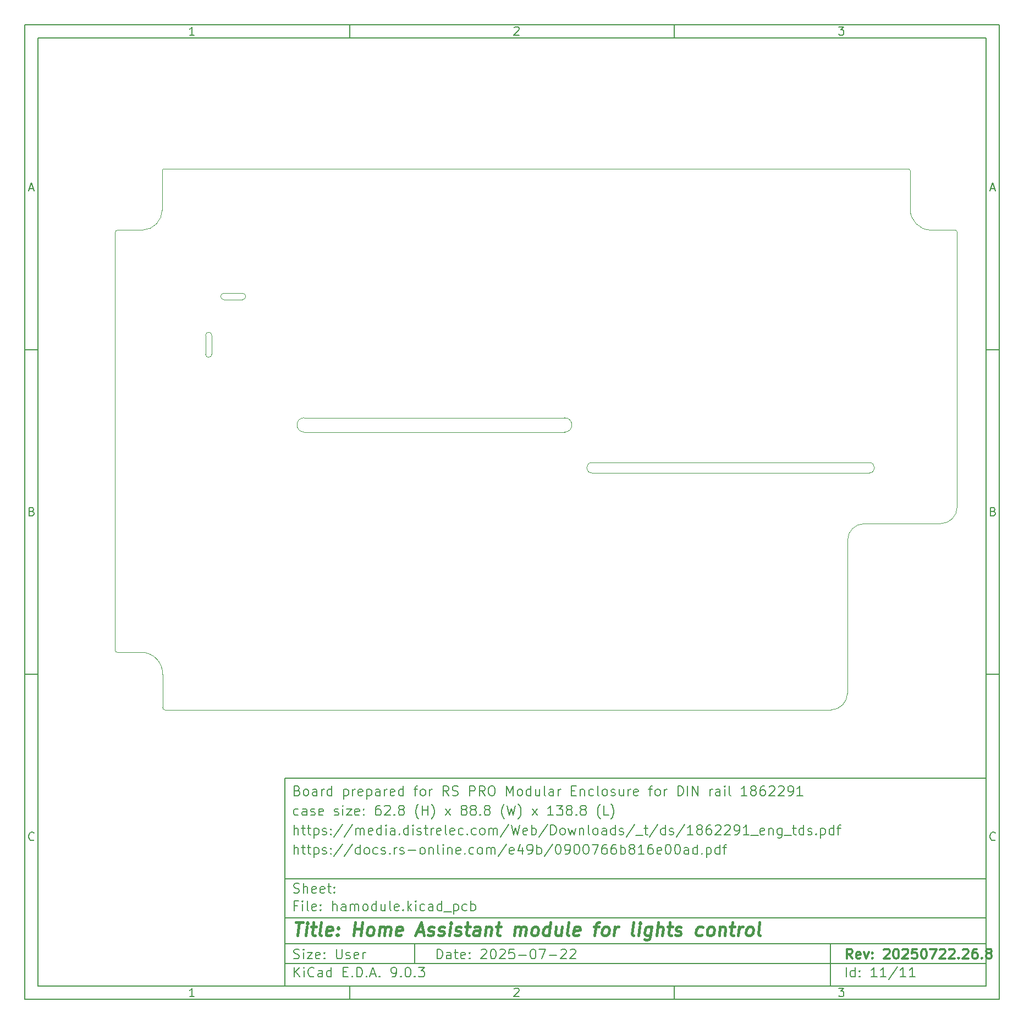
<source format=gm1>
%TF.GenerationSoftware,KiCad,Pcbnew,9.0.3*%
%TF.CreationDate,2025-07-28T22:00:09+02:00*%
%TF.ProjectId,hamodule,68616d6f-6475-46c6-952e-6b696361645f,20250722.26.8*%
%TF.SameCoordinates,Original*%
%TF.FileFunction,Profile,NP*%
%FSLAX46Y46*%
G04 Gerber Fmt 4.6, Leading zero omitted, Abs format (unit mm)*
G04 Created by KiCad (PCBNEW 9.0.3) date 2025-07-28 22:00:09*
%MOMM*%
%LPD*%
G01*
G04 APERTURE LIST*
%ADD10C,0.100000*%
%ADD11C,0.150000*%
%ADD12C,0.300000*%
%ADD13C,0.400000*%
%TA.AperFunction,Profile*%
%ADD14C,0.050000*%
%TD*%
G04 APERTURE END LIST*
D10*
D11*
X50002000Y-126002000D02*
X158002000Y-126002000D01*
X158002000Y-158002000D01*
X50002000Y-158002000D01*
X50002000Y-126002000D01*
D10*
D11*
X10000000Y-10000000D02*
X160002000Y-10000000D01*
X160002000Y-160002000D01*
X10000000Y-160002000D01*
X10000000Y-10000000D01*
D10*
D11*
X12000000Y-12000000D02*
X158002000Y-12000000D01*
X158002000Y-158002000D01*
X12000000Y-158002000D01*
X12000000Y-12000000D01*
D10*
D11*
X60000000Y-12000000D02*
X60000000Y-10000000D01*
D10*
D11*
X110000000Y-12000000D02*
X110000000Y-10000000D01*
D10*
D11*
X160000000Y-12000000D02*
X160000000Y-10000000D01*
D10*
D11*
X36089160Y-11593604D02*
X35346303Y-11593604D01*
X35717731Y-11593604D02*
X35717731Y-10293604D01*
X35717731Y-10293604D02*
X35593922Y-10479319D01*
X35593922Y-10479319D02*
X35470112Y-10603128D01*
X35470112Y-10603128D02*
X35346303Y-10665033D01*
D10*
D11*
X85346303Y-10417414D02*
X85408207Y-10355509D01*
X85408207Y-10355509D02*
X85532017Y-10293604D01*
X85532017Y-10293604D02*
X85841541Y-10293604D01*
X85841541Y-10293604D02*
X85965350Y-10355509D01*
X85965350Y-10355509D02*
X86027255Y-10417414D01*
X86027255Y-10417414D02*
X86089160Y-10541223D01*
X86089160Y-10541223D02*
X86089160Y-10665033D01*
X86089160Y-10665033D02*
X86027255Y-10850747D01*
X86027255Y-10850747D02*
X85284398Y-11593604D01*
X85284398Y-11593604D02*
X86089160Y-11593604D01*
D10*
D11*
X135284398Y-10293604D02*
X136089160Y-10293604D01*
X136089160Y-10293604D02*
X135655826Y-10788842D01*
X135655826Y-10788842D02*
X135841541Y-10788842D01*
X135841541Y-10788842D02*
X135965350Y-10850747D01*
X135965350Y-10850747D02*
X136027255Y-10912652D01*
X136027255Y-10912652D02*
X136089160Y-11036461D01*
X136089160Y-11036461D02*
X136089160Y-11345985D01*
X136089160Y-11345985D02*
X136027255Y-11469795D01*
X136027255Y-11469795D02*
X135965350Y-11531700D01*
X135965350Y-11531700D02*
X135841541Y-11593604D01*
X135841541Y-11593604D02*
X135470112Y-11593604D01*
X135470112Y-11593604D02*
X135346303Y-11531700D01*
X135346303Y-11531700D02*
X135284398Y-11469795D01*
D10*
D11*
X60000000Y-158002000D02*
X60000000Y-160002000D01*
D10*
D11*
X110000000Y-158002000D02*
X110000000Y-160002000D01*
D10*
D11*
X160000000Y-158002000D02*
X160000000Y-160002000D01*
D10*
D11*
X36089160Y-159595604D02*
X35346303Y-159595604D01*
X35717731Y-159595604D02*
X35717731Y-158295604D01*
X35717731Y-158295604D02*
X35593922Y-158481319D01*
X35593922Y-158481319D02*
X35470112Y-158605128D01*
X35470112Y-158605128D02*
X35346303Y-158667033D01*
D10*
D11*
X85346303Y-158419414D02*
X85408207Y-158357509D01*
X85408207Y-158357509D02*
X85532017Y-158295604D01*
X85532017Y-158295604D02*
X85841541Y-158295604D01*
X85841541Y-158295604D02*
X85965350Y-158357509D01*
X85965350Y-158357509D02*
X86027255Y-158419414D01*
X86027255Y-158419414D02*
X86089160Y-158543223D01*
X86089160Y-158543223D02*
X86089160Y-158667033D01*
X86089160Y-158667033D02*
X86027255Y-158852747D01*
X86027255Y-158852747D02*
X85284398Y-159595604D01*
X85284398Y-159595604D02*
X86089160Y-159595604D01*
D10*
D11*
X135284398Y-158295604D02*
X136089160Y-158295604D01*
X136089160Y-158295604D02*
X135655826Y-158790842D01*
X135655826Y-158790842D02*
X135841541Y-158790842D01*
X135841541Y-158790842D02*
X135965350Y-158852747D01*
X135965350Y-158852747D02*
X136027255Y-158914652D01*
X136027255Y-158914652D02*
X136089160Y-159038461D01*
X136089160Y-159038461D02*
X136089160Y-159347985D01*
X136089160Y-159347985D02*
X136027255Y-159471795D01*
X136027255Y-159471795D02*
X135965350Y-159533700D01*
X135965350Y-159533700D02*
X135841541Y-159595604D01*
X135841541Y-159595604D02*
X135470112Y-159595604D01*
X135470112Y-159595604D02*
X135346303Y-159533700D01*
X135346303Y-159533700D02*
X135284398Y-159471795D01*
D10*
D11*
X10000000Y-60000000D02*
X12000000Y-60000000D01*
D10*
D11*
X10000000Y-110000000D02*
X12000000Y-110000000D01*
D10*
D11*
X10000000Y-160000000D02*
X12000000Y-160000000D01*
D10*
D11*
X10690476Y-35222176D02*
X11309523Y-35222176D01*
X10566666Y-35593604D02*
X10999999Y-34293604D01*
X10999999Y-34293604D02*
X11433333Y-35593604D01*
D10*
D11*
X11092857Y-84912652D02*
X11278571Y-84974557D01*
X11278571Y-84974557D02*
X11340476Y-85036461D01*
X11340476Y-85036461D02*
X11402380Y-85160271D01*
X11402380Y-85160271D02*
X11402380Y-85345985D01*
X11402380Y-85345985D02*
X11340476Y-85469795D01*
X11340476Y-85469795D02*
X11278571Y-85531700D01*
X11278571Y-85531700D02*
X11154761Y-85593604D01*
X11154761Y-85593604D02*
X10659523Y-85593604D01*
X10659523Y-85593604D02*
X10659523Y-84293604D01*
X10659523Y-84293604D02*
X11092857Y-84293604D01*
X11092857Y-84293604D02*
X11216666Y-84355509D01*
X11216666Y-84355509D02*
X11278571Y-84417414D01*
X11278571Y-84417414D02*
X11340476Y-84541223D01*
X11340476Y-84541223D02*
X11340476Y-84665033D01*
X11340476Y-84665033D02*
X11278571Y-84788842D01*
X11278571Y-84788842D02*
X11216666Y-84850747D01*
X11216666Y-84850747D02*
X11092857Y-84912652D01*
X11092857Y-84912652D02*
X10659523Y-84912652D01*
D10*
D11*
X11402380Y-135469795D02*
X11340476Y-135531700D01*
X11340476Y-135531700D02*
X11154761Y-135593604D01*
X11154761Y-135593604D02*
X11030952Y-135593604D01*
X11030952Y-135593604D02*
X10845238Y-135531700D01*
X10845238Y-135531700D02*
X10721428Y-135407890D01*
X10721428Y-135407890D02*
X10659523Y-135284080D01*
X10659523Y-135284080D02*
X10597619Y-135036461D01*
X10597619Y-135036461D02*
X10597619Y-134850747D01*
X10597619Y-134850747D02*
X10659523Y-134603128D01*
X10659523Y-134603128D02*
X10721428Y-134479319D01*
X10721428Y-134479319D02*
X10845238Y-134355509D01*
X10845238Y-134355509D02*
X11030952Y-134293604D01*
X11030952Y-134293604D02*
X11154761Y-134293604D01*
X11154761Y-134293604D02*
X11340476Y-134355509D01*
X11340476Y-134355509D02*
X11402380Y-134417414D01*
D10*
D11*
X160002000Y-60000000D02*
X158002000Y-60000000D01*
D10*
D11*
X160002000Y-110000000D02*
X158002000Y-110000000D01*
D10*
D11*
X160002000Y-160000000D02*
X158002000Y-160000000D01*
D10*
D11*
X158692476Y-35222176D02*
X159311523Y-35222176D01*
X158568666Y-35593604D02*
X159001999Y-34293604D01*
X159001999Y-34293604D02*
X159435333Y-35593604D01*
D10*
D11*
X159094857Y-84912652D02*
X159280571Y-84974557D01*
X159280571Y-84974557D02*
X159342476Y-85036461D01*
X159342476Y-85036461D02*
X159404380Y-85160271D01*
X159404380Y-85160271D02*
X159404380Y-85345985D01*
X159404380Y-85345985D02*
X159342476Y-85469795D01*
X159342476Y-85469795D02*
X159280571Y-85531700D01*
X159280571Y-85531700D02*
X159156761Y-85593604D01*
X159156761Y-85593604D02*
X158661523Y-85593604D01*
X158661523Y-85593604D02*
X158661523Y-84293604D01*
X158661523Y-84293604D02*
X159094857Y-84293604D01*
X159094857Y-84293604D02*
X159218666Y-84355509D01*
X159218666Y-84355509D02*
X159280571Y-84417414D01*
X159280571Y-84417414D02*
X159342476Y-84541223D01*
X159342476Y-84541223D02*
X159342476Y-84665033D01*
X159342476Y-84665033D02*
X159280571Y-84788842D01*
X159280571Y-84788842D02*
X159218666Y-84850747D01*
X159218666Y-84850747D02*
X159094857Y-84912652D01*
X159094857Y-84912652D02*
X158661523Y-84912652D01*
D10*
D11*
X159404380Y-135469795D02*
X159342476Y-135531700D01*
X159342476Y-135531700D02*
X159156761Y-135593604D01*
X159156761Y-135593604D02*
X159032952Y-135593604D01*
X159032952Y-135593604D02*
X158847238Y-135531700D01*
X158847238Y-135531700D02*
X158723428Y-135407890D01*
X158723428Y-135407890D02*
X158661523Y-135284080D01*
X158661523Y-135284080D02*
X158599619Y-135036461D01*
X158599619Y-135036461D02*
X158599619Y-134850747D01*
X158599619Y-134850747D02*
X158661523Y-134603128D01*
X158661523Y-134603128D02*
X158723428Y-134479319D01*
X158723428Y-134479319D02*
X158847238Y-134355509D01*
X158847238Y-134355509D02*
X159032952Y-134293604D01*
X159032952Y-134293604D02*
X159156761Y-134293604D01*
X159156761Y-134293604D02*
X159342476Y-134355509D01*
X159342476Y-134355509D02*
X159404380Y-134417414D01*
D10*
D11*
X73457826Y-153788128D02*
X73457826Y-152288128D01*
X73457826Y-152288128D02*
X73814969Y-152288128D01*
X73814969Y-152288128D02*
X74029255Y-152359557D01*
X74029255Y-152359557D02*
X74172112Y-152502414D01*
X74172112Y-152502414D02*
X74243541Y-152645271D01*
X74243541Y-152645271D02*
X74314969Y-152930985D01*
X74314969Y-152930985D02*
X74314969Y-153145271D01*
X74314969Y-153145271D02*
X74243541Y-153430985D01*
X74243541Y-153430985D02*
X74172112Y-153573842D01*
X74172112Y-153573842D02*
X74029255Y-153716700D01*
X74029255Y-153716700D02*
X73814969Y-153788128D01*
X73814969Y-153788128D02*
X73457826Y-153788128D01*
X75600684Y-153788128D02*
X75600684Y-153002414D01*
X75600684Y-153002414D02*
X75529255Y-152859557D01*
X75529255Y-152859557D02*
X75386398Y-152788128D01*
X75386398Y-152788128D02*
X75100684Y-152788128D01*
X75100684Y-152788128D02*
X74957826Y-152859557D01*
X75600684Y-153716700D02*
X75457826Y-153788128D01*
X75457826Y-153788128D02*
X75100684Y-153788128D01*
X75100684Y-153788128D02*
X74957826Y-153716700D01*
X74957826Y-153716700D02*
X74886398Y-153573842D01*
X74886398Y-153573842D02*
X74886398Y-153430985D01*
X74886398Y-153430985D02*
X74957826Y-153288128D01*
X74957826Y-153288128D02*
X75100684Y-153216700D01*
X75100684Y-153216700D02*
X75457826Y-153216700D01*
X75457826Y-153216700D02*
X75600684Y-153145271D01*
X76100684Y-152788128D02*
X76672112Y-152788128D01*
X76314969Y-152288128D02*
X76314969Y-153573842D01*
X76314969Y-153573842D02*
X76386398Y-153716700D01*
X76386398Y-153716700D02*
X76529255Y-153788128D01*
X76529255Y-153788128D02*
X76672112Y-153788128D01*
X77743541Y-153716700D02*
X77600684Y-153788128D01*
X77600684Y-153788128D02*
X77314970Y-153788128D01*
X77314970Y-153788128D02*
X77172112Y-153716700D01*
X77172112Y-153716700D02*
X77100684Y-153573842D01*
X77100684Y-153573842D02*
X77100684Y-153002414D01*
X77100684Y-153002414D02*
X77172112Y-152859557D01*
X77172112Y-152859557D02*
X77314970Y-152788128D01*
X77314970Y-152788128D02*
X77600684Y-152788128D01*
X77600684Y-152788128D02*
X77743541Y-152859557D01*
X77743541Y-152859557D02*
X77814970Y-153002414D01*
X77814970Y-153002414D02*
X77814970Y-153145271D01*
X77814970Y-153145271D02*
X77100684Y-153288128D01*
X78457826Y-153645271D02*
X78529255Y-153716700D01*
X78529255Y-153716700D02*
X78457826Y-153788128D01*
X78457826Y-153788128D02*
X78386398Y-153716700D01*
X78386398Y-153716700D02*
X78457826Y-153645271D01*
X78457826Y-153645271D02*
X78457826Y-153788128D01*
X78457826Y-152859557D02*
X78529255Y-152930985D01*
X78529255Y-152930985D02*
X78457826Y-153002414D01*
X78457826Y-153002414D02*
X78386398Y-152930985D01*
X78386398Y-152930985D02*
X78457826Y-152859557D01*
X78457826Y-152859557D02*
X78457826Y-153002414D01*
X80243541Y-152430985D02*
X80314969Y-152359557D01*
X80314969Y-152359557D02*
X80457827Y-152288128D01*
X80457827Y-152288128D02*
X80814969Y-152288128D01*
X80814969Y-152288128D02*
X80957827Y-152359557D01*
X80957827Y-152359557D02*
X81029255Y-152430985D01*
X81029255Y-152430985D02*
X81100684Y-152573842D01*
X81100684Y-152573842D02*
X81100684Y-152716700D01*
X81100684Y-152716700D02*
X81029255Y-152930985D01*
X81029255Y-152930985D02*
X80172112Y-153788128D01*
X80172112Y-153788128D02*
X81100684Y-153788128D01*
X82029255Y-152288128D02*
X82172112Y-152288128D01*
X82172112Y-152288128D02*
X82314969Y-152359557D01*
X82314969Y-152359557D02*
X82386398Y-152430985D01*
X82386398Y-152430985D02*
X82457826Y-152573842D01*
X82457826Y-152573842D02*
X82529255Y-152859557D01*
X82529255Y-152859557D02*
X82529255Y-153216700D01*
X82529255Y-153216700D02*
X82457826Y-153502414D01*
X82457826Y-153502414D02*
X82386398Y-153645271D01*
X82386398Y-153645271D02*
X82314969Y-153716700D01*
X82314969Y-153716700D02*
X82172112Y-153788128D01*
X82172112Y-153788128D02*
X82029255Y-153788128D01*
X82029255Y-153788128D02*
X81886398Y-153716700D01*
X81886398Y-153716700D02*
X81814969Y-153645271D01*
X81814969Y-153645271D02*
X81743540Y-153502414D01*
X81743540Y-153502414D02*
X81672112Y-153216700D01*
X81672112Y-153216700D02*
X81672112Y-152859557D01*
X81672112Y-152859557D02*
X81743540Y-152573842D01*
X81743540Y-152573842D02*
X81814969Y-152430985D01*
X81814969Y-152430985D02*
X81886398Y-152359557D01*
X81886398Y-152359557D02*
X82029255Y-152288128D01*
X83100683Y-152430985D02*
X83172111Y-152359557D01*
X83172111Y-152359557D02*
X83314969Y-152288128D01*
X83314969Y-152288128D02*
X83672111Y-152288128D01*
X83672111Y-152288128D02*
X83814969Y-152359557D01*
X83814969Y-152359557D02*
X83886397Y-152430985D01*
X83886397Y-152430985D02*
X83957826Y-152573842D01*
X83957826Y-152573842D02*
X83957826Y-152716700D01*
X83957826Y-152716700D02*
X83886397Y-152930985D01*
X83886397Y-152930985D02*
X83029254Y-153788128D01*
X83029254Y-153788128D02*
X83957826Y-153788128D01*
X85314968Y-152288128D02*
X84600682Y-152288128D01*
X84600682Y-152288128D02*
X84529254Y-153002414D01*
X84529254Y-153002414D02*
X84600682Y-152930985D01*
X84600682Y-152930985D02*
X84743540Y-152859557D01*
X84743540Y-152859557D02*
X85100682Y-152859557D01*
X85100682Y-152859557D02*
X85243540Y-152930985D01*
X85243540Y-152930985D02*
X85314968Y-153002414D01*
X85314968Y-153002414D02*
X85386397Y-153145271D01*
X85386397Y-153145271D02*
X85386397Y-153502414D01*
X85386397Y-153502414D02*
X85314968Y-153645271D01*
X85314968Y-153645271D02*
X85243540Y-153716700D01*
X85243540Y-153716700D02*
X85100682Y-153788128D01*
X85100682Y-153788128D02*
X84743540Y-153788128D01*
X84743540Y-153788128D02*
X84600682Y-153716700D01*
X84600682Y-153716700D02*
X84529254Y-153645271D01*
X86029253Y-153216700D02*
X87172111Y-153216700D01*
X88172111Y-152288128D02*
X88314968Y-152288128D01*
X88314968Y-152288128D02*
X88457825Y-152359557D01*
X88457825Y-152359557D02*
X88529254Y-152430985D01*
X88529254Y-152430985D02*
X88600682Y-152573842D01*
X88600682Y-152573842D02*
X88672111Y-152859557D01*
X88672111Y-152859557D02*
X88672111Y-153216700D01*
X88672111Y-153216700D02*
X88600682Y-153502414D01*
X88600682Y-153502414D02*
X88529254Y-153645271D01*
X88529254Y-153645271D02*
X88457825Y-153716700D01*
X88457825Y-153716700D02*
X88314968Y-153788128D01*
X88314968Y-153788128D02*
X88172111Y-153788128D01*
X88172111Y-153788128D02*
X88029254Y-153716700D01*
X88029254Y-153716700D02*
X87957825Y-153645271D01*
X87957825Y-153645271D02*
X87886396Y-153502414D01*
X87886396Y-153502414D02*
X87814968Y-153216700D01*
X87814968Y-153216700D02*
X87814968Y-152859557D01*
X87814968Y-152859557D02*
X87886396Y-152573842D01*
X87886396Y-152573842D02*
X87957825Y-152430985D01*
X87957825Y-152430985D02*
X88029254Y-152359557D01*
X88029254Y-152359557D02*
X88172111Y-152288128D01*
X89172110Y-152288128D02*
X90172110Y-152288128D01*
X90172110Y-152288128D02*
X89529253Y-153788128D01*
X90743538Y-153216700D02*
X91886396Y-153216700D01*
X92529253Y-152430985D02*
X92600681Y-152359557D01*
X92600681Y-152359557D02*
X92743539Y-152288128D01*
X92743539Y-152288128D02*
X93100681Y-152288128D01*
X93100681Y-152288128D02*
X93243539Y-152359557D01*
X93243539Y-152359557D02*
X93314967Y-152430985D01*
X93314967Y-152430985D02*
X93386396Y-152573842D01*
X93386396Y-152573842D02*
X93386396Y-152716700D01*
X93386396Y-152716700D02*
X93314967Y-152930985D01*
X93314967Y-152930985D02*
X92457824Y-153788128D01*
X92457824Y-153788128D02*
X93386396Y-153788128D01*
X93957824Y-152430985D02*
X94029252Y-152359557D01*
X94029252Y-152359557D02*
X94172110Y-152288128D01*
X94172110Y-152288128D02*
X94529252Y-152288128D01*
X94529252Y-152288128D02*
X94672110Y-152359557D01*
X94672110Y-152359557D02*
X94743538Y-152430985D01*
X94743538Y-152430985D02*
X94814967Y-152573842D01*
X94814967Y-152573842D02*
X94814967Y-152716700D01*
X94814967Y-152716700D02*
X94743538Y-152930985D01*
X94743538Y-152930985D02*
X93886395Y-153788128D01*
X93886395Y-153788128D02*
X94814967Y-153788128D01*
D10*
D11*
X50002000Y-154502000D02*
X158002000Y-154502000D01*
D10*
D11*
X51457826Y-156588128D02*
X51457826Y-155088128D01*
X52314969Y-156588128D02*
X51672112Y-155730985D01*
X52314969Y-155088128D02*
X51457826Y-155945271D01*
X52957826Y-156588128D02*
X52957826Y-155588128D01*
X52957826Y-155088128D02*
X52886398Y-155159557D01*
X52886398Y-155159557D02*
X52957826Y-155230985D01*
X52957826Y-155230985D02*
X53029255Y-155159557D01*
X53029255Y-155159557D02*
X52957826Y-155088128D01*
X52957826Y-155088128D02*
X52957826Y-155230985D01*
X54529255Y-156445271D02*
X54457827Y-156516700D01*
X54457827Y-156516700D02*
X54243541Y-156588128D01*
X54243541Y-156588128D02*
X54100684Y-156588128D01*
X54100684Y-156588128D02*
X53886398Y-156516700D01*
X53886398Y-156516700D02*
X53743541Y-156373842D01*
X53743541Y-156373842D02*
X53672112Y-156230985D01*
X53672112Y-156230985D02*
X53600684Y-155945271D01*
X53600684Y-155945271D02*
X53600684Y-155730985D01*
X53600684Y-155730985D02*
X53672112Y-155445271D01*
X53672112Y-155445271D02*
X53743541Y-155302414D01*
X53743541Y-155302414D02*
X53886398Y-155159557D01*
X53886398Y-155159557D02*
X54100684Y-155088128D01*
X54100684Y-155088128D02*
X54243541Y-155088128D01*
X54243541Y-155088128D02*
X54457827Y-155159557D01*
X54457827Y-155159557D02*
X54529255Y-155230985D01*
X55814970Y-156588128D02*
X55814970Y-155802414D01*
X55814970Y-155802414D02*
X55743541Y-155659557D01*
X55743541Y-155659557D02*
X55600684Y-155588128D01*
X55600684Y-155588128D02*
X55314970Y-155588128D01*
X55314970Y-155588128D02*
X55172112Y-155659557D01*
X55814970Y-156516700D02*
X55672112Y-156588128D01*
X55672112Y-156588128D02*
X55314970Y-156588128D01*
X55314970Y-156588128D02*
X55172112Y-156516700D01*
X55172112Y-156516700D02*
X55100684Y-156373842D01*
X55100684Y-156373842D02*
X55100684Y-156230985D01*
X55100684Y-156230985D02*
X55172112Y-156088128D01*
X55172112Y-156088128D02*
X55314970Y-156016700D01*
X55314970Y-156016700D02*
X55672112Y-156016700D01*
X55672112Y-156016700D02*
X55814970Y-155945271D01*
X57172113Y-156588128D02*
X57172113Y-155088128D01*
X57172113Y-156516700D02*
X57029255Y-156588128D01*
X57029255Y-156588128D02*
X56743541Y-156588128D01*
X56743541Y-156588128D02*
X56600684Y-156516700D01*
X56600684Y-156516700D02*
X56529255Y-156445271D01*
X56529255Y-156445271D02*
X56457827Y-156302414D01*
X56457827Y-156302414D02*
X56457827Y-155873842D01*
X56457827Y-155873842D02*
X56529255Y-155730985D01*
X56529255Y-155730985D02*
X56600684Y-155659557D01*
X56600684Y-155659557D02*
X56743541Y-155588128D01*
X56743541Y-155588128D02*
X57029255Y-155588128D01*
X57029255Y-155588128D02*
X57172113Y-155659557D01*
X59029255Y-155802414D02*
X59529255Y-155802414D01*
X59743541Y-156588128D02*
X59029255Y-156588128D01*
X59029255Y-156588128D02*
X59029255Y-155088128D01*
X59029255Y-155088128D02*
X59743541Y-155088128D01*
X60386398Y-156445271D02*
X60457827Y-156516700D01*
X60457827Y-156516700D02*
X60386398Y-156588128D01*
X60386398Y-156588128D02*
X60314970Y-156516700D01*
X60314970Y-156516700D02*
X60386398Y-156445271D01*
X60386398Y-156445271D02*
X60386398Y-156588128D01*
X61100684Y-156588128D02*
X61100684Y-155088128D01*
X61100684Y-155088128D02*
X61457827Y-155088128D01*
X61457827Y-155088128D02*
X61672113Y-155159557D01*
X61672113Y-155159557D02*
X61814970Y-155302414D01*
X61814970Y-155302414D02*
X61886399Y-155445271D01*
X61886399Y-155445271D02*
X61957827Y-155730985D01*
X61957827Y-155730985D02*
X61957827Y-155945271D01*
X61957827Y-155945271D02*
X61886399Y-156230985D01*
X61886399Y-156230985D02*
X61814970Y-156373842D01*
X61814970Y-156373842D02*
X61672113Y-156516700D01*
X61672113Y-156516700D02*
X61457827Y-156588128D01*
X61457827Y-156588128D02*
X61100684Y-156588128D01*
X62600684Y-156445271D02*
X62672113Y-156516700D01*
X62672113Y-156516700D02*
X62600684Y-156588128D01*
X62600684Y-156588128D02*
X62529256Y-156516700D01*
X62529256Y-156516700D02*
X62600684Y-156445271D01*
X62600684Y-156445271D02*
X62600684Y-156588128D01*
X63243542Y-156159557D02*
X63957828Y-156159557D01*
X63100685Y-156588128D02*
X63600685Y-155088128D01*
X63600685Y-155088128D02*
X64100685Y-156588128D01*
X64600684Y-156445271D02*
X64672113Y-156516700D01*
X64672113Y-156516700D02*
X64600684Y-156588128D01*
X64600684Y-156588128D02*
X64529256Y-156516700D01*
X64529256Y-156516700D02*
X64600684Y-156445271D01*
X64600684Y-156445271D02*
X64600684Y-156588128D01*
X66529256Y-156588128D02*
X66814970Y-156588128D01*
X66814970Y-156588128D02*
X66957827Y-156516700D01*
X66957827Y-156516700D02*
X67029256Y-156445271D01*
X67029256Y-156445271D02*
X67172113Y-156230985D01*
X67172113Y-156230985D02*
X67243542Y-155945271D01*
X67243542Y-155945271D02*
X67243542Y-155373842D01*
X67243542Y-155373842D02*
X67172113Y-155230985D01*
X67172113Y-155230985D02*
X67100685Y-155159557D01*
X67100685Y-155159557D02*
X66957827Y-155088128D01*
X66957827Y-155088128D02*
X66672113Y-155088128D01*
X66672113Y-155088128D02*
X66529256Y-155159557D01*
X66529256Y-155159557D02*
X66457827Y-155230985D01*
X66457827Y-155230985D02*
X66386399Y-155373842D01*
X66386399Y-155373842D02*
X66386399Y-155730985D01*
X66386399Y-155730985D02*
X66457827Y-155873842D01*
X66457827Y-155873842D02*
X66529256Y-155945271D01*
X66529256Y-155945271D02*
X66672113Y-156016700D01*
X66672113Y-156016700D02*
X66957827Y-156016700D01*
X66957827Y-156016700D02*
X67100685Y-155945271D01*
X67100685Y-155945271D02*
X67172113Y-155873842D01*
X67172113Y-155873842D02*
X67243542Y-155730985D01*
X67886398Y-156445271D02*
X67957827Y-156516700D01*
X67957827Y-156516700D02*
X67886398Y-156588128D01*
X67886398Y-156588128D02*
X67814970Y-156516700D01*
X67814970Y-156516700D02*
X67886398Y-156445271D01*
X67886398Y-156445271D02*
X67886398Y-156588128D01*
X68886399Y-155088128D02*
X69029256Y-155088128D01*
X69029256Y-155088128D02*
X69172113Y-155159557D01*
X69172113Y-155159557D02*
X69243542Y-155230985D01*
X69243542Y-155230985D02*
X69314970Y-155373842D01*
X69314970Y-155373842D02*
X69386399Y-155659557D01*
X69386399Y-155659557D02*
X69386399Y-156016700D01*
X69386399Y-156016700D02*
X69314970Y-156302414D01*
X69314970Y-156302414D02*
X69243542Y-156445271D01*
X69243542Y-156445271D02*
X69172113Y-156516700D01*
X69172113Y-156516700D02*
X69029256Y-156588128D01*
X69029256Y-156588128D02*
X68886399Y-156588128D01*
X68886399Y-156588128D02*
X68743542Y-156516700D01*
X68743542Y-156516700D02*
X68672113Y-156445271D01*
X68672113Y-156445271D02*
X68600684Y-156302414D01*
X68600684Y-156302414D02*
X68529256Y-156016700D01*
X68529256Y-156016700D02*
X68529256Y-155659557D01*
X68529256Y-155659557D02*
X68600684Y-155373842D01*
X68600684Y-155373842D02*
X68672113Y-155230985D01*
X68672113Y-155230985D02*
X68743542Y-155159557D01*
X68743542Y-155159557D02*
X68886399Y-155088128D01*
X70029255Y-156445271D02*
X70100684Y-156516700D01*
X70100684Y-156516700D02*
X70029255Y-156588128D01*
X70029255Y-156588128D02*
X69957827Y-156516700D01*
X69957827Y-156516700D02*
X70029255Y-156445271D01*
X70029255Y-156445271D02*
X70029255Y-156588128D01*
X70600684Y-155088128D02*
X71529256Y-155088128D01*
X71529256Y-155088128D02*
X71029256Y-155659557D01*
X71029256Y-155659557D02*
X71243541Y-155659557D01*
X71243541Y-155659557D02*
X71386399Y-155730985D01*
X71386399Y-155730985D02*
X71457827Y-155802414D01*
X71457827Y-155802414D02*
X71529256Y-155945271D01*
X71529256Y-155945271D02*
X71529256Y-156302414D01*
X71529256Y-156302414D02*
X71457827Y-156445271D01*
X71457827Y-156445271D02*
X71386399Y-156516700D01*
X71386399Y-156516700D02*
X71243541Y-156588128D01*
X71243541Y-156588128D02*
X70814970Y-156588128D01*
X70814970Y-156588128D02*
X70672113Y-156516700D01*
X70672113Y-156516700D02*
X70600684Y-156445271D01*
D10*
D11*
X50002000Y-151502000D02*
X158002000Y-151502000D01*
D10*
D12*
X137413653Y-153780328D02*
X136913653Y-153066042D01*
X136556510Y-153780328D02*
X136556510Y-152280328D01*
X136556510Y-152280328D02*
X137127939Y-152280328D01*
X137127939Y-152280328D02*
X137270796Y-152351757D01*
X137270796Y-152351757D02*
X137342225Y-152423185D01*
X137342225Y-152423185D02*
X137413653Y-152566042D01*
X137413653Y-152566042D02*
X137413653Y-152780328D01*
X137413653Y-152780328D02*
X137342225Y-152923185D01*
X137342225Y-152923185D02*
X137270796Y-152994614D01*
X137270796Y-152994614D02*
X137127939Y-153066042D01*
X137127939Y-153066042D02*
X136556510Y-153066042D01*
X138627939Y-153708900D02*
X138485082Y-153780328D01*
X138485082Y-153780328D02*
X138199368Y-153780328D01*
X138199368Y-153780328D02*
X138056510Y-153708900D01*
X138056510Y-153708900D02*
X137985082Y-153566042D01*
X137985082Y-153566042D02*
X137985082Y-152994614D01*
X137985082Y-152994614D02*
X138056510Y-152851757D01*
X138056510Y-152851757D02*
X138199368Y-152780328D01*
X138199368Y-152780328D02*
X138485082Y-152780328D01*
X138485082Y-152780328D02*
X138627939Y-152851757D01*
X138627939Y-152851757D02*
X138699368Y-152994614D01*
X138699368Y-152994614D02*
X138699368Y-153137471D01*
X138699368Y-153137471D02*
X137985082Y-153280328D01*
X139199367Y-152780328D02*
X139556510Y-153780328D01*
X139556510Y-153780328D02*
X139913653Y-152780328D01*
X140485081Y-153637471D02*
X140556510Y-153708900D01*
X140556510Y-153708900D02*
X140485081Y-153780328D01*
X140485081Y-153780328D02*
X140413653Y-153708900D01*
X140413653Y-153708900D02*
X140485081Y-153637471D01*
X140485081Y-153637471D02*
X140485081Y-153780328D01*
X140485081Y-152851757D02*
X140556510Y-152923185D01*
X140556510Y-152923185D02*
X140485081Y-152994614D01*
X140485081Y-152994614D02*
X140413653Y-152923185D01*
X140413653Y-152923185D02*
X140485081Y-152851757D01*
X140485081Y-152851757D02*
X140485081Y-152994614D01*
X142270796Y-152423185D02*
X142342224Y-152351757D01*
X142342224Y-152351757D02*
X142485082Y-152280328D01*
X142485082Y-152280328D02*
X142842224Y-152280328D01*
X142842224Y-152280328D02*
X142985082Y-152351757D01*
X142985082Y-152351757D02*
X143056510Y-152423185D01*
X143056510Y-152423185D02*
X143127939Y-152566042D01*
X143127939Y-152566042D02*
X143127939Y-152708900D01*
X143127939Y-152708900D02*
X143056510Y-152923185D01*
X143056510Y-152923185D02*
X142199367Y-153780328D01*
X142199367Y-153780328D02*
X143127939Y-153780328D01*
X144056510Y-152280328D02*
X144199367Y-152280328D01*
X144199367Y-152280328D02*
X144342224Y-152351757D01*
X144342224Y-152351757D02*
X144413653Y-152423185D01*
X144413653Y-152423185D02*
X144485081Y-152566042D01*
X144485081Y-152566042D02*
X144556510Y-152851757D01*
X144556510Y-152851757D02*
X144556510Y-153208900D01*
X144556510Y-153208900D02*
X144485081Y-153494614D01*
X144485081Y-153494614D02*
X144413653Y-153637471D01*
X144413653Y-153637471D02*
X144342224Y-153708900D01*
X144342224Y-153708900D02*
X144199367Y-153780328D01*
X144199367Y-153780328D02*
X144056510Y-153780328D01*
X144056510Y-153780328D02*
X143913653Y-153708900D01*
X143913653Y-153708900D02*
X143842224Y-153637471D01*
X143842224Y-153637471D02*
X143770795Y-153494614D01*
X143770795Y-153494614D02*
X143699367Y-153208900D01*
X143699367Y-153208900D02*
X143699367Y-152851757D01*
X143699367Y-152851757D02*
X143770795Y-152566042D01*
X143770795Y-152566042D02*
X143842224Y-152423185D01*
X143842224Y-152423185D02*
X143913653Y-152351757D01*
X143913653Y-152351757D02*
X144056510Y-152280328D01*
X145127938Y-152423185D02*
X145199366Y-152351757D01*
X145199366Y-152351757D02*
X145342224Y-152280328D01*
X145342224Y-152280328D02*
X145699366Y-152280328D01*
X145699366Y-152280328D02*
X145842224Y-152351757D01*
X145842224Y-152351757D02*
X145913652Y-152423185D01*
X145913652Y-152423185D02*
X145985081Y-152566042D01*
X145985081Y-152566042D02*
X145985081Y-152708900D01*
X145985081Y-152708900D02*
X145913652Y-152923185D01*
X145913652Y-152923185D02*
X145056509Y-153780328D01*
X145056509Y-153780328D02*
X145985081Y-153780328D01*
X147342223Y-152280328D02*
X146627937Y-152280328D01*
X146627937Y-152280328D02*
X146556509Y-152994614D01*
X146556509Y-152994614D02*
X146627937Y-152923185D01*
X146627937Y-152923185D02*
X146770795Y-152851757D01*
X146770795Y-152851757D02*
X147127937Y-152851757D01*
X147127937Y-152851757D02*
X147270795Y-152923185D01*
X147270795Y-152923185D02*
X147342223Y-152994614D01*
X147342223Y-152994614D02*
X147413652Y-153137471D01*
X147413652Y-153137471D02*
X147413652Y-153494614D01*
X147413652Y-153494614D02*
X147342223Y-153637471D01*
X147342223Y-153637471D02*
X147270795Y-153708900D01*
X147270795Y-153708900D02*
X147127937Y-153780328D01*
X147127937Y-153780328D02*
X146770795Y-153780328D01*
X146770795Y-153780328D02*
X146627937Y-153708900D01*
X146627937Y-153708900D02*
X146556509Y-153637471D01*
X148342223Y-152280328D02*
X148485080Y-152280328D01*
X148485080Y-152280328D02*
X148627937Y-152351757D01*
X148627937Y-152351757D02*
X148699366Y-152423185D01*
X148699366Y-152423185D02*
X148770794Y-152566042D01*
X148770794Y-152566042D02*
X148842223Y-152851757D01*
X148842223Y-152851757D02*
X148842223Y-153208900D01*
X148842223Y-153208900D02*
X148770794Y-153494614D01*
X148770794Y-153494614D02*
X148699366Y-153637471D01*
X148699366Y-153637471D02*
X148627937Y-153708900D01*
X148627937Y-153708900D02*
X148485080Y-153780328D01*
X148485080Y-153780328D02*
X148342223Y-153780328D01*
X148342223Y-153780328D02*
X148199366Y-153708900D01*
X148199366Y-153708900D02*
X148127937Y-153637471D01*
X148127937Y-153637471D02*
X148056508Y-153494614D01*
X148056508Y-153494614D02*
X147985080Y-153208900D01*
X147985080Y-153208900D02*
X147985080Y-152851757D01*
X147985080Y-152851757D02*
X148056508Y-152566042D01*
X148056508Y-152566042D02*
X148127937Y-152423185D01*
X148127937Y-152423185D02*
X148199366Y-152351757D01*
X148199366Y-152351757D02*
X148342223Y-152280328D01*
X149342222Y-152280328D02*
X150342222Y-152280328D01*
X150342222Y-152280328D02*
X149699365Y-153780328D01*
X150842222Y-152423185D02*
X150913650Y-152351757D01*
X150913650Y-152351757D02*
X151056508Y-152280328D01*
X151056508Y-152280328D02*
X151413650Y-152280328D01*
X151413650Y-152280328D02*
X151556508Y-152351757D01*
X151556508Y-152351757D02*
X151627936Y-152423185D01*
X151627936Y-152423185D02*
X151699365Y-152566042D01*
X151699365Y-152566042D02*
X151699365Y-152708900D01*
X151699365Y-152708900D02*
X151627936Y-152923185D01*
X151627936Y-152923185D02*
X150770793Y-153780328D01*
X150770793Y-153780328D02*
X151699365Y-153780328D01*
X152270793Y-152423185D02*
X152342221Y-152351757D01*
X152342221Y-152351757D02*
X152485079Y-152280328D01*
X152485079Y-152280328D02*
X152842221Y-152280328D01*
X152842221Y-152280328D02*
X152985079Y-152351757D01*
X152985079Y-152351757D02*
X153056507Y-152423185D01*
X153056507Y-152423185D02*
X153127936Y-152566042D01*
X153127936Y-152566042D02*
X153127936Y-152708900D01*
X153127936Y-152708900D02*
X153056507Y-152923185D01*
X153056507Y-152923185D02*
X152199364Y-153780328D01*
X152199364Y-153780328D02*
X153127936Y-153780328D01*
X153770792Y-153637471D02*
X153842221Y-153708900D01*
X153842221Y-153708900D02*
X153770792Y-153780328D01*
X153770792Y-153780328D02*
X153699364Y-153708900D01*
X153699364Y-153708900D02*
X153770792Y-153637471D01*
X153770792Y-153637471D02*
X153770792Y-153780328D01*
X154413650Y-152423185D02*
X154485078Y-152351757D01*
X154485078Y-152351757D02*
X154627936Y-152280328D01*
X154627936Y-152280328D02*
X154985078Y-152280328D01*
X154985078Y-152280328D02*
X155127936Y-152351757D01*
X155127936Y-152351757D02*
X155199364Y-152423185D01*
X155199364Y-152423185D02*
X155270793Y-152566042D01*
X155270793Y-152566042D02*
X155270793Y-152708900D01*
X155270793Y-152708900D02*
X155199364Y-152923185D01*
X155199364Y-152923185D02*
X154342221Y-153780328D01*
X154342221Y-153780328D02*
X155270793Y-153780328D01*
X156556507Y-152280328D02*
X156270792Y-152280328D01*
X156270792Y-152280328D02*
X156127935Y-152351757D01*
X156127935Y-152351757D02*
X156056507Y-152423185D01*
X156056507Y-152423185D02*
X155913649Y-152637471D01*
X155913649Y-152637471D02*
X155842221Y-152923185D01*
X155842221Y-152923185D02*
X155842221Y-153494614D01*
X155842221Y-153494614D02*
X155913649Y-153637471D01*
X155913649Y-153637471D02*
X155985078Y-153708900D01*
X155985078Y-153708900D02*
X156127935Y-153780328D01*
X156127935Y-153780328D02*
X156413649Y-153780328D01*
X156413649Y-153780328D02*
X156556507Y-153708900D01*
X156556507Y-153708900D02*
X156627935Y-153637471D01*
X156627935Y-153637471D02*
X156699364Y-153494614D01*
X156699364Y-153494614D02*
X156699364Y-153137471D01*
X156699364Y-153137471D02*
X156627935Y-152994614D01*
X156627935Y-152994614D02*
X156556507Y-152923185D01*
X156556507Y-152923185D02*
X156413649Y-152851757D01*
X156413649Y-152851757D02*
X156127935Y-152851757D01*
X156127935Y-152851757D02*
X155985078Y-152923185D01*
X155985078Y-152923185D02*
X155913649Y-152994614D01*
X155913649Y-152994614D02*
X155842221Y-153137471D01*
X157342220Y-153637471D02*
X157413649Y-153708900D01*
X157413649Y-153708900D02*
X157342220Y-153780328D01*
X157342220Y-153780328D02*
X157270792Y-153708900D01*
X157270792Y-153708900D02*
X157342220Y-153637471D01*
X157342220Y-153637471D02*
X157342220Y-153780328D01*
X158270792Y-152923185D02*
X158127935Y-152851757D01*
X158127935Y-152851757D02*
X158056506Y-152780328D01*
X158056506Y-152780328D02*
X157985078Y-152637471D01*
X157985078Y-152637471D02*
X157985078Y-152566042D01*
X157985078Y-152566042D02*
X158056506Y-152423185D01*
X158056506Y-152423185D02*
X158127935Y-152351757D01*
X158127935Y-152351757D02*
X158270792Y-152280328D01*
X158270792Y-152280328D02*
X158556506Y-152280328D01*
X158556506Y-152280328D02*
X158699364Y-152351757D01*
X158699364Y-152351757D02*
X158770792Y-152423185D01*
X158770792Y-152423185D02*
X158842221Y-152566042D01*
X158842221Y-152566042D02*
X158842221Y-152637471D01*
X158842221Y-152637471D02*
X158770792Y-152780328D01*
X158770792Y-152780328D02*
X158699364Y-152851757D01*
X158699364Y-152851757D02*
X158556506Y-152923185D01*
X158556506Y-152923185D02*
X158270792Y-152923185D01*
X158270792Y-152923185D02*
X158127935Y-152994614D01*
X158127935Y-152994614D02*
X158056506Y-153066042D01*
X158056506Y-153066042D02*
X157985078Y-153208900D01*
X157985078Y-153208900D02*
X157985078Y-153494614D01*
X157985078Y-153494614D02*
X158056506Y-153637471D01*
X158056506Y-153637471D02*
X158127935Y-153708900D01*
X158127935Y-153708900D02*
X158270792Y-153780328D01*
X158270792Y-153780328D02*
X158556506Y-153780328D01*
X158556506Y-153780328D02*
X158699364Y-153708900D01*
X158699364Y-153708900D02*
X158770792Y-153637471D01*
X158770792Y-153637471D02*
X158842221Y-153494614D01*
X158842221Y-153494614D02*
X158842221Y-153208900D01*
X158842221Y-153208900D02*
X158770792Y-153066042D01*
X158770792Y-153066042D02*
X158699364Y-152994614D01*
X158699364Y-152994614D02*
X158556506Y-152923185D01*
D10*
D11*
X51386398Y-153716700D02*
X51600684Y-153788128D01*
X51600684Y-153788128D02*
X51957826Y-153788128D01*
X51957826Y-153788128D02*
X52100684Y-153716700D01*
X52100684Y-153716700D02*
X52172112Y-153645271D01*
X52172112Y-153645271D02*
X52243541Y-153502414D01*
X52243541Y-153502414D02*
X52243541Y-153359557D01*
X52243541Y-153359557D02*
X52172112Y-153216700D01*
X52172112Y-153216700D02*
X52100684Y-153145271D01*
X52100684Y-153145271D02*
X51957826Y-153073842D01*
X51957826Y-153073842D02*
X51672112Y-153002414D01*
X51672112Y-153002414D02*
X51529255Y-152930985D01*
X51529255Y-152930985D02*
X51457826Y-152859557D01*
X51457826Y-152859557D02*
X51386398Y-152716700D01*
X51386398Y-152716700D02*
X51386398Y-152573842D01*
X51386398Y-152573842D02*
X51457826Y-152430985D01*
X51457826Y-152430985D02*
X51529255Y-152359557D01*
X51529255Y-152359557D02*
X51672112Y-152288128D01*
X51672112Y-152288128D02*
X52029255Y-152288128D01*
X52029255Y-152288128D02*
X52243541Y-152359557D01*
X52886397Y-153788128D02*
X52886397Y-152788128D01*
X52886397Y-152288128D02*
X52814969Y-152359557D01*
X52814969Y-152359557D02*
X52886397Y-152430985D01*
X52886397Y-152430985D02*
X52957826Y-152359557D01*
X52957826Y-152359557D02*
X52886397Y-152288128D01*
X52886397Y-152288128D02*
X52886397Y-152430985D01*
X53457826Y-152788128D02*
X54243541Y-152788128D01*
X54243541Y-152788128D02*
X53457826Y-153788128D01*
X53457826Y-153788128D02*
X54243541Y-153788128D01*
X55386398Y-153716700D02*
X55243541Y-153788128D01*
X55243541Y-153788128D02*
X54957827Y-153788128D01*
X54957827Y-153788128D02*
X54814969Y-153716700D01*
X54814969Y-153716700D02*
X54743541Y-153573842D01*
X54743541Y-153573842D02*
X54743541Y-153002414D01*
X54743541Y-153002414D02*
X54814969Y-152859557D01*
X54814969Y-152859557D02*
X54957827Y-152788128D01*
X54957827Y-152788128D02*
X55243541Y-152788128D01*
X55243541Y-152788128D02*
X55386398Y-152859557D01*
X55386398Y-152859557D02*
X55457827Y-153002414D01*
X55457827Y-153002414D02*
X55457827Y-153145271D01*
X55457827Y-153145271D02*
X54743541Y-153288128D01*
X56100683Y-153645271D02*
X56172112Y-153716700D01*
X56172112Y-153716700D02*
X56100683Y-153788128D01*
X56100683Y-153788128D02*
X56029255Y-153716700D01*
X56029255Y-153716700D02*
X56100683Y-153645271D01*
X56100683Y-153645271D02*
X56100683Y-153788128D01*
X56100683Y-152859557D02*
X56172112Y-152930985D01*
X56172112Y-152930985D02*
X56100683Y-153002414D01*
X56100683Y-153002414D02*
X56029255Y-152930985D01*
X56029255Y-152930985D02*
X56100683Y-152859557D01*
X56100683Y-152859557D02*
X56100683Y-153002414D01*
X57957826Y-152288128D02*
X57957826Y-153502414D01*
X57957826Y-153502414D02*
X58029255Y-153645271D01*
X58029255Y-153645271D02*
X58100684Y-153716700D01*
X58100684Y-153716700D02*
X58243541Y-153788128D01*
X58243541Y-153788128D02*
X58529255Y-153788128D01*
X58529255Y-153788128D02*
X58672112Y-153716700D01*
X58672112Y-153716700D02*
X58743541Y-153645271D01*
X58743541Y-153645271D02*
X58814969Y-153502414D01*
X58814969Y-153502414D02*
X58814969Y-152288128D01*
X59457827Y-153716700D02*
X59600684Y-153788128D01*
X59600684Y-153788128D02*
X59886398Y-153788128D01*
X59886398Y-153788128D02*
X60029255Y-153716700D01*
X60029255Y-153716700D02*
X60100684Y-153573842D01*
X60100684Y-153573842D02*
X60100684Y-153502414D01*
X60100684Y-153502414D02*
X60029255Y-153359557D01*
X60029255Y-153359557D02*
X59886398Y-153288128D01*
X59886398Y-153288128D02*
X59672113Y-153288128D01*
X59672113Y-153288128D02*
X59529255Y-153216700D01*
X59529255Y-153216700D02*
X59457827Y-153073842D01*
X59457827Y-153073842D02*
X59457827Y-153002414D01*
X59457827Y-153002414D02*
X59529255Y-152859557D01*
X59529255Y-152859557D02*
X59672113Y-152788128D01*
X59672113Y-152788128D02*
X59886398Y-152788128D01*
X59886398Y-152788128D02*
X60029255Y-152859557D01*
X61314970Y-153716700D02*
X61172113Y-153788128D01*
X61172113Y-153788128D02*
X60886399Y-153788128D01*
X60886399Y-153788128D02*
X60743541Y-153716700D01*
X60743541Y-153716700D02*
X60672113Y-153573842D01*
X60672113Y-153573842D02*
X60672113Y-153002414D01*
X60672113Y-153002414D02*
X60743541Y-152859557D01*
X60743541Y-152859557D02*
X60886399Y-152788128D01*
X60886399Y-152788128D02*
X61172113Y-152788128D01*
X61172113Y-152788128D02*
X61314970Y-152859557D01*
X61314970Y-152859557D02*
X61386399Y-153002414D01*
X61386399Y-153002414D02*
X61386399Y-153145271D01*
X61386399Y-153145271D02*
X60672113Y-153288128D01*
X62029255Y-153788128D02*
X62029255Y-152788128D01*
X62029255Y-153073842D02*
X62100684Y-152930985D01*
X62100684Y-152930985D02*
X62172113Y-152859557D01*
X62172113Y-152859557D02*
X62314970Y-152788128D01*
X62314970Y-152788128D02*
X62457827Y-152788128D01*
D10*
D11*
X136457826Y-156588128D02*
X136457826Y-155088128D01*
X137814970Y-156588128D02*
X137814970Y-155088128D01*
X137814970Y-156516700D02*
X137672112Y-156588128D01*
X137672112Y-156588128D02*
X137386398Y-156588128D01*
X137386398Y-156588128D02*
X137243541Y-156516700D01*
X137243541Y-156516700D02*
X137172112Y-156445271D01*
X137172112Y-156445271D02*
X137100684Y-156302414D01*
X137100684Y-156302414D02*
X137100684Y-155873842D01*
X137100684Y-155873842D02*
X137172112Y-155730985D01*
X137172112Y-155730985D02*
X137243541Y-155659557D01*
X137243541Y-155659557D02*
X137386398Y-155588128D01*
X137386398Y-155588128D02*
X137672112Y-155588128D01*
X137672112Y-155588128D02*
X137814970Y-155659557D01*
X138529255Y-156445271D02*
X138600684Y-156516700D01*
X138600684Y-156516700D02*
X138529255Y-156588128D01*
X138529255Y-156588128D02*
X138457827Y-156516700D01*
X138457827Y-156516700D02*
X138529255Y-156445271D01*
X138529255Y-156445271D02*
X138529255Y-156588128D01*
X138529255Y-155659557D02*
X138600684Y-155730985D01*
X138600684Y-155730985D02*
X138529255Y-155802414D01*
X138529255Y-155802414D02*
X138457827Y-155730985D01*
X138457827Y-155730985D02*
X138529255Y-155659557D01*
X138529255Y-155659557D02*
X138529255Y-155802414D01*
X141172113Y-156588128D02*
X140314970Y-156588128D01*
X140743541Y-156588128D02*
X140743541Y-155088128D01*
X140743541Y-155088128D02*
X140600684Y-155302414D01*
X140600684Y-155302414D02*
X140457827Y-155445271D01*
X140457827Y-155445271D02*
X140314970Y-155516700D01*
X142600684Y-156588128D02*
X141743541Y-156588128D01*
X142172112Y-156588128D02*
X142172112Y-155088128D01*
X142172112Y-155088128D02*
X142029255Y-155302414D01*
X142029255Y-155302414D02*
X141886398Y-155445271D01*
X141886398Y-155445271D02*
X141743541Y-155516700D01*
X144314969Y-155016700D02*
X143029255Y-156945271D01*
X145600684Y-156588128D02*
X144743541Y-156588128D01*
X145172112Y-156588128D02*
X145172112Y-155088128D01*
X145172112Y-155088128D02*
X145029255Y-155302414D01*
X145029255Y-155302414D02*
X144886398Y-155445271D01*
X144886398Y-155445271D02*
X144743541Y-155516700D01*
X147029255Y-156588128D02*
X146172112Y-156588128D01*
X146600683Y-156588128D02*
X146600683Y-155088128D01*
X146600683Y-155088128D02*
X146457826Y-155302414D01*
X146457826Y-155302414D02*
X146314969Y-155445271D01*
X146314969Y-155445271D02*
X146172112Y-155516700D01*
D10*
D11*
X50002000Y-147502000D02*
X158002000Y-147502000D01*
D10*
D13*
X51693728Y-148206438D02*
X52836585Y-148206438D01*
X52015157Y-150206438D02*
X52265157Y-148206438D01*
X53253252Y-150206438D02*
X53419919Y-148873104D01*
X53503252Y-148206438D02*
X53396109Y-148301676D01*
X53396109Y-148301676D02*
X53479443Y-148396914D01*
X53479443Y-148396914D02*
X53586586Y-148301676D01*
X53586586Y-148301676D02*
X53503252Y-148206438D01*
X53503252Y-148206438D02*
X53479443Y-148396914D01*
X54086586Y-148873104D02*
X54848490Y-148873104D01*
X54455633Y-148206438D02*
X54241348Y-149920723D01*
X54241348Y-149920723D02*
X54312776Y-150111200D01*
X54312776Y-150111200D02*
X54491348Y-150206438D01*
X54491348Y-150206438D02*
X54681824Y-150206438D01*
X55634205Y-150206438D02*
X55455633Y-150111200D01*
X55455633Y-150111200D02*
X55384205Y-149920723D01*
X55384205Y-149920723D02*
X55598490Y-148206438D01*
X57169919Y-150111200D02*
X56967538Y-150206438D01*
X56967538Y-150206438D02*
X56586585Y-150206438D01*
X56586585Y-150206438D02*
X56408014Y-150111200D01*
X56408014Y-150111200D02*
X56336585Y-149920723D01*
X56336585Y-149920723D02*
X56431824Y-149158819D01*
X56431824Y-149158819D02*
X56550871Y-148968342D01*
X56550871Y-148968342D02*
X56753252Y-148873104D01*
X56753252Y-148873104D02*
X57134204Y-148873104D01*
X57134204Y-148873104D02*
X57312776Y-148968342D01*
X57312776Y-148968342D02*
X57384204Y-149158819D01*
X57384204Y-149158819D02*
X57360395Y-149349295D01*
X57360395Y-149349295D02*
X56384204Y-149539771D01*
X58134205Y-150015961D02*
X58217538Y-150111200D01*
X58217538Y-150111200D02*
X58110395Y-150206438D01*
X58110395Y-150206438D02*
X58027062Y-150111200D01*
X58027062Y-150111200D02*
X58134205Y-150015961D01*
X58134205Y-150015961D02*
X58110395Y-150206438D01*
X58265157Y-148968342D02*
X58348490Y-149063580D01*
X58348490Y-149063580D02*
X58241348Y-149158819D01*
X58241348Y-149158819D02*
X58158014Y-149063580D01*
X58158014Y-149063580D02*
X58265157Y-148968342D01*
X58265157Y-148968342D02*
X58241348Y-149158819D01*
X60586586Y-150206438D02*
X60836586Y-148206438D01*
X60717539Y-149158819D02*
X61860396Y-149158819D01*
X61729443Y-150206438D02*
X61979443Y-148206438D01*
X62967539Y-150206438D02*
X62788967Y-150111200D01*
X62788967Y-150111200D02*
X62705634Y-150015961D01*
X62705634Y-150015961D02*
X62634205Y-149825485D01*
X62634205Y-149825485D02*
X62705634Y-149254057D01*
X62705634Y-149254057D02*
X62824681Y-149063580D01*
X62824681Y-149063580D02*
X62931824Y-148968342D01*
X62931824Y-148968342D02*
X63134205Y-148873104D01*
X63134205Y-148873104D02*
X63419919Y-148873104D01*
X63419919Y-148873104D02*
X63598491Y-148968342D01*
X63598491Y-148968342D02*
X63681824Y-149063580D01*
X63681824Y-149063580D02*
X63753253Y-149254057D01*
X63753253Y-149254057D02*
X63681824Y-149825485D01*
X63681824Y-149825485D02*
X63562777Y-150015961D01*
X63562777Y-150015961D02*
X63455634Y-150111200D01*
X63455634Y-150111200D02*
X63253253Y-150206438D01*
X63253253Y-150206438D02*
X62967539Y-150206438D01*
X64491348Y-150206438D02*
X64658015Y-148873104D01*
X64634205Y-149063580D02*
X64741348Y-148968342D01*
X64741348Y-148968342D02*
X64943729Y-148873104D01*
X64943729Y-148873104D02*
X65229443Y-148873104D01*
X65229443Y-148873104D02*
X65408015Y-148968342D01*
X65408015Y-148968342D02*
X65479443Y-149158819D01*
X65479443Y-149158819D02*
X65348491Y-150206438D01*
X65479443Y-149158819D02*
X65598491Y-148968342D01*
X65598491Y-148968342D02*
X65800872Y-148873104D01*
X65800872Y-148873104D02*
X66086586Y-148873104D01*
X66086586Y-148873104D02*
X66265158Y-148968342D01*
X66265158Y-148968342D02*
X66336586Y-149158819D01*
X66336586Y-149158819D02*
X66205634Y-150206438D01*
X67931825Y-150111200D02*
X67729444Y-150206438D01*
X67729444Y-150206438D02*
X67348491Y-150206438D01*
X67348491Y-150206438D02*
X67169920Y-150111200D01*
X67169920Y-150111200D02*
X67098491Y-149920723D01*
X67098491Y-149920723D02*
X67193730Y-149158819D01*
X67193730Y-149158819D02*
X67312777Y-148968342D01*
X67312777Y-148968342D02*
X67515158Y-148873104D01*
X67515158Y-148873104D02*
X67896110Y-148873104D01*
X67896110Y-148873104D02*
X68074682Y-148968342D01*
X68074682Y-148968342D02*
X68146110Y-149158819D01*
X68146110Y-149158819D02*
X68122301Y-149349295D01*
X68122301Y-149349295D02*
X67146110Y-149539771D01*
X70372302Y-149635009D02*
X71324683Y-149635009D01*
X70110397Y-150206438D02*
X71027064Y-148206438D01*
X71027064Y-148206438D02*
X71443730Y-150206438D01*
X72027064Y-150111200D02*
X72205635Y-150206438D01*
X72205635Y-150206438D02*
X72586588Y-150206438D01*
X72586588Y-150206438D02*
X72788969Y-150111200D01*
X72788969Y-150111200D02*
X72908016Y-149920723D01*
X72908016Y-149920723D02*
X72919921Y-149825485D01*
X72919921Y-149825485D02*
X72848492Y-149635009D01*
X72848492Y-149635009D02*
X72669921Y-149539771D01*
X72669921Y-149539771D02*
X72384207Y-149539771D01*
X72384207Y-149539771D02*
X72205635Y-149444533D01*
X72205635Y-149444533D02*
X72134207Y-149254057D01*
X72134207Y-149254057D02*
X72146112Y-149158819D01*
X72146112Y-149158819D02*
X72265159Y-148968342D01*
X72265159Y-148968342D02*
X72467540Y-148873104D01*
X72467540Y-148873104D02*
X72753254Y-148873104D01*
X72753254Y-148873104D02*
X72931826Y-148968342D01*
X73646112Y-150111200D02*
X73824683Y-150206438D01*
X73824683Y-150206438D02*
X74205636Y-150206438D01*
X74205636Y-150206438D02*
X74408017Y-150111200D01*
X74408017Y-150111200D02*
X74527064Y-149920723D01*
X74527064Y-149920723D02*
X74538969Y-149825485D01*
X74538969Y-149825485D02*
X74467540Y-149635009D01*
X74467540Y-149635009D02*
X74288969Y-149539771D01*
X74288969Y-149539771D02*
X74003255Y-149539771D01*
X74003255Y-149539771D02*
X73824683Y-149444533D01*
X73824683Y-149444533D02*
X73753255Y-149254057D01*
X73753255Y-149254057D02*
X73765160Y-149158819D01*
X73765160Y-149158819D02*
X73884207Y-148968342D01*
X73884207Y-148968342D02*
X74086588Y-148873104D01*
X74086588Y-148873104D02*
X74372302Y-148873104D01*
X74372302Y-148873104D02*
X74550874Y-148968342D01*
X75348493Y-150206438D02*
X75515160Y-148873104D01*
X75598493Y-148206438D02*
X75491350Y-148301676D01*
X75491350Y-148301676D02*
X75574684Y-148396914D01*
X75574684Y-148396914D02*
X75681827Y-148301676D01*
X75681827Y-148301676D02*
X75598493Y-148206438D01*
X75598493Y-148206438D02*
X75574684Y-148396914D01*
X76217541Y-150111200D02*
X76396112Y-150206438D01*
X76396112Y-150206438D02*
X76777065Y-150206438D01*
X76777065Y-150206438D02*
X76979446Y-150111200D01*
X76979446Y-150111200D02*
X77098493Y-149920723D01*
X77098493Y-149920723D02*
X77110398Y-149825485D01*
X77110398Y-149825485D02*
X77038969Y-149635009D01*
X77038969Y-149635009D02*
X76860398Y-149539771D01*
X76860398Y-149539771D02*
X76574684Y-149539771D01*
X76574684Y-149539771D02*
X76396112Y-149444533D01*
X76396112Y-149444533D02*
X76324684Y-149254057D01*
X76324684Y-149254057D02*
X76336589Y-149158819D01*
X76336589Y-149158819D02*
X76455636Y-148968342D01*
X76455636Y-148968342D02*
X76658017Y-148873104D01*
X76658017Y-148873104D02*
X76943731Y-148873104D01*
X76943731Y-148873104D02*
X77122303Y-148968342D01*
X77800875Y-148873104D02*
X78562779Y-148873104D01*
X78169922Y-148206438D02*
X77955637Y-149920723D01*
X77955637Y-149920723D02*
X78027065Y-150111200D01*
X78027065Y-150111200D02*
X78205637Y-150206438D01*
X78205637Y-150206438D02*
X78396113Y-150206438D01*
X79919922Y-150206438D02*
X80050874Y-149158819D01*
X80050874Y-149158819D02*
X79979446Y-148968342D01*
X79979446Y-148968342D02*
X79800874Y-148873104D01*
X79800874Y-148873104D02*
X79419922Y-148873104D01*
X79419922Y-148873104D02*
X79217541Y-148968342D01*
X79931827Y-150111200D02*
X79729446Y-150206438D01*
X79729446Y-150206438D02*
X79253255Y-150206438D01*
X79253255Y-150206438D02*
X79074684Y-150111200D01*
X79074684Y-150111200D02*
X79003255Y-149920723D01*
X79003255Y-149920723D02*
X79027065Y-149730247D01*
X79027065Y-149730247D02*
X79146113Y-149539771D01*
X79146113Y-149539771D02*
X79348494Y-149444533D01*
X79348494Y-149444533D02*
X79824684Y-149444533D01*
X79824684Y-149444533D02*
X80027065Y-149349295D01*
X81038970Y-148873104D02*
X80872303Y-150206438D01*
X81015160Y-149063580D02*
X81122303Y-148968342D01*
X81122303Y-148968342D02*
X81324684Y-148873104D01*
X81324684Y-148873104D02*
X81610398Y-148873104D01*
X81610398Y-148873104D02*
X81788970Y-148968342D01*
X81788970Y-148968342D02*
X81860398Y-149158819D01*
X81860398Y-149158819D02*
X81729446Y-150206438D01*
X82562780Y-148873104D02*
X83324684Y-148873104D01*
X82931827Y-148206438D02*
X82717542Y-149920723D01*
X82717542Y-149920723D02*
X82788970Y-150111200D01*
X82788970Y-150111200D02*
X82967542Y-150206438D01*
X82967542Y-150206438D02*
X83158018Y-150206438D01*
X85348494Y-150206438D02*
X85515161Y-148873104D01*
X85491351Y-149063580D02*
X85598494Y-148968342D01*
X85598494Y-148968342D02*
X85800875Y-148873104D01*
X85800875Y-148873104D02*
X86086589Y-148873104D01*
X86086589Y-148873104D02*
X86265161Y-148968342D01*
X86265161Y-148968342D02*
X86336589Y-149158819D01*
X86336589Y-149158819D02*
X86205637Y-150206438D01*
X86336589Y-149158819D02*
X86455637Y-148968342D01*
X86455637Y-148968342D02*
X86658018Y-148873104D01*
X86658018Y-148873104D02*
X86943732Y-148873104D01*
X86943732Y-148873104D02*
X87122304Y-148968342D01*
X87122304Y-148968342D02*
X87193732Y-149158819D01*
X87193732Y-149158819D02*
X87062780Y-150206438D01*
X88300876Y-150206438D02*
X88122304Y-150111200D01*
X88122304Y-150111200D02*
X88038971Y-150015961D01*
X88038971Y-150015961D02*
X87967542Y-149825485D01*
X87967542Y-149825485D02*
X88038971Y-149254057D01*
X88038971Y-149254057D02*
X88158018Y-149063580D01*
X88158018Y-149063580D02*
X88265161Y-148968342D01*
X88265161Y-148968342D02*
X88467542Y-148873104D01*
X88467542Y-148873104D02*
X88753256Y-148873104D01*
X88753256Y-148873104D02*
X88931828Y-148968342D01*
X88931828Y-148968342D02*
X89015161Y-149063580D01*
X89015161Y-149063580D02*
X89086590Y-149254057D01*
X89086590Y-149254057D02*
X89015161Y-149825485D01*
X89015161Y-149825485D02*
X88896114Y-150015961D01*
X88896114Y-150015961D02*
X88788971Y-150111200D01*
X88788971Y-150111200D02*
X88586590Y-150206438D01*
X88586590Y-150206438D02*
X88300876Y-150206438D01*
X90681828Y-150206438D02*
X90931828Y-148206438D01*
X90693733Y-150111200D02*
X90491352Y-150206438D01*
X90491352Y-150206438D02*
X90110400Y-150206438D01*
X90110400Y-150206438D02*
X89931828Y-150111200D01*
X89931828Y-150111200D02*
X89848495Y-150015961D01*
X89848495Y-150015961D02*
X89777066Y-149825485D01*
X89777066Y-149825485D02*
X89848495Y-149254057D01*
X89848495Y-149254057D02*
X89967542Y-149063580D01*
X89967542Y-149063580D02*
X90074685Y-148968342D01*
X90074685Y-148968342D02*
X90277066Y-148873104D01*
X90277066Y-148873104D02*
X90658019Y-148873104D01*
X90658019Y-148873104D02*
X90836590Y-148968342D01*
X92658019Y-148873104D02*
X92491352Y-150206438D01*
X91800876Y-148873104D02*
X91669924Y-149920723D01*
X91669924Y-149920723D02*
X91741352Y-150111200D01*
X91741352Y-150111200D02*
X91919924Y-150206438D01*
X91919924Y-150206438D02*
X92205638Y-150206438D01*
X92205638Y-150206438D02*
X92408019Y-150111200D01*
X92408019Y-150111200D02*
X92515162Y-150015961D01*
X93729448Y-150206438D02*
X93550876Y-150111200D01*
X93550876Y-150111200D02*
X93479448Y-149920723D01*
X93479448Y-149920723D02*
X93693733Y-148206438D01*
X95265162Y-150111200D02*
X95062781Y-150206438D01*
X95062781Y-150206438D02*
X94681828Y-150206438D01*
X94681828Y-150206438D02*
X94503257Y-150111200D01*
X94503257Y-150111200D02*
X94431828Y-149920723D01*
X94431828Y-149920723D02*
X94527067Y-149158819D01*
X94527067Y-149158819D02*
X94646114Y-148968342D01*
X94646114Y-148968342D02*
X94848495Y-148873104D01*
X94848495Y-148873104D02*
X95229447Y-148873104D01*
X95229447Y-148873104D02*
X95408019Y-148968342D01*
X95408019Y-148968342D02*
X95479447Y-149158819D01*
X95479447Y-149158819D02*
X95455638Y-149349295D01*
X95455638Y-149349295D02*
X94479447Y-149539771D01*
X97610401Y-148873104D02*
X98372305Y-148873104D01*
X97729448Y-150206438D02*
X97943734Y-148492152D01*
X97943734Y-148492152D02*
X98062782Y-148301676D01*
X98062782Y-148301676D02*
X98265163Y-148206438D01*
X98265163Y-148206438D02*
X98455639Y-148206438D01*
X99158020Y-150206438D02*
X98979448Y-150111200D01*
X98979448Y-150111200D02*
X98896115Y-150015961D01*
X98896115Y-150015961D02*
X98824686Y-149825485D01*
X98824686Y-149825485D02*
X98896115Y-149254057D01*
X98896115Y-149254057D02*
X99015162Y-149063580D01*
X99015162Y-149063580D02*
X99122305Y-148968342D01*
X99122305Y-148968342D02*
X99324686Y-148873104D01*
X99324686Y-148873104D02*
X99610400Y-148873104D01*
X99610400Y-148873104D02*
X99788972Y-148968342D01*
X99788972Y-148968342D02*
X99872305Y-149063580D01*
X99872305Y-149063580D02*
X99943734Y-149254057D01*
X99943734Y-149254057D02*
X99872305Y-149825485D01*
X99872305Y-149825485D02*
X99753258Y-150015961D01*
X99753258Y-150015961D02*
X99646115Y-150111200D01*
X99646115Y-150111200D02*
X99443734Y-150206438D01*
X99443734Y-150206438D02*
X99158020Y-150206438D01*
X100681829Y-150206438D02*
X100848496Y-148873104D01*
X100800877Y-149254057D02*
X100919924Y-149063580D01*
X100919924Y-149063580D02*
X101027067Y-148968342D01*
X101027067Y-148968342D02*
X101229448Y-148873104D01*
X101229448Y-148873104D02*
X101419924Y-148873104D01*
X103729449Y-150206438D02*
X103550877Y-150111200D01*
X103550877Y-150111200D02*
X103479449Y-149920723D01*
X103479449Y-149920723D02*
X103693734Y-148206438D01*
X104491353Y-150206438D02*
X104658020Y-148873104D01*
X104741353Y-148206438D02*
X104634210Y-148301676D01*
X104634210Y-148301676D02*
X104717544Y-148396914D01*
X104717544Y-148396914D02*
X104824687Y-148301676D01*
X104824687Y-148301676D02*
X104741353Y-148206438D01*
X104741353Y-148206438D02*
X104717544Y-148396914D01*
X106467544Y-148873104D02*
X106265163Y-150492152D01*
X106265163Y-150492152D02*
X106146115Y-150682628D01*
X106146115Y-150682628D02*
X106038972Y-150777866D01*
X106038972Y-150777866D02*
X105836591Y-150873104D01*
X105836591Y-150873104D02*
X105550877Y-150873104D01*
X105550877Y-150873104D02*
X105372306Y-150777866D01*
X106312782Y-150111200D02*
X106110401Y-150206438D01*
X106110401Y-150206438D02*
X105729449Y-150206438D01*
X105729449Y-150206438D02*
X105550877Y-150111200D01*
X105550877Y-150111200D02*
X105467544Y-150015961D01*
X105467544Y-150015961D02*
X105396115Y-149825485D01*
X105396115Y-149825485D02*
X105467544Y-149254057D01*
X105467544Y-149254057D02*
X105586591Y-149063580D01*
X105586591Y-149063580D02*
X105693734Y-148968342D01*
X105693734Y-148968342D02*
X105896115Y-148873104D01*
X105896115Y-148873104D02*
X106277068Y-148873104D01*
X106277068Y-148873104D02*
X106455639Y-148968342D01*
X107253258Y-150206438D02*
X107503258Y-148206438D01*
X108110401Y-150206438D02*
X108241353Y-149158819D01*
X108241353Y-149158819D02*
X108169925Y-148968342D01*
X108169925Y-148968342D02*
X107991353Y-148873104D01*
X107991353Y-148873104D02*
X107705639Y-148873104D01*
X107705639Y-148873104D02*
X107503258Y-148968342D01*
X107503258Y-148968342D02*
X107396115Y-149063580D01*
X108943735Y-148873104D02*
X109705639Y-148873104D01*
X109312782Y-148206438D02*
X109098497Y-149920723D01*
X109098497Y-149920723D02*
X109169925Y-150111200D01*
X109169925Y-150111200D02*
X109348497Y-150206438D01*
X109348497Y-150206438D02*
X109538973Y-150206438D01*
X110122306Y-150111200D02*
X110300877Y-150206438D01*
X110300877Y-150206438D02*
X110681830Y-150206438D01*
X110681830Y-150206438D02*
X110884211Y-150111200D01*
X110884211Y-150111200D02*
X111003258Y-149920723D01*
X111003258Y-149920723D02*
X111015163Y-149825485D01*
X111015163Y-149825485D02*
X110943734Y-149635009D01*
X110943734Y-149635009D02*
X110765163Y-149539771D01*
X110765163Y-149539771D02*
X110479449Y-149539771D01*
X110479449Y-149539771D02*
X110300877Y-149444533D01*
X110300877Y-149444533D02*
X110229449Y-149254057D01*
X110229449Y-149254057D02*
X110241354Y-149158819D01*
X110241354Y-149158819D02*
X110360401Y-148968342D01*
X110360401Y-148968342D02*
X110562782Y-148873104D01*
X110562782Y-148873104D02*
X110848496Y-148873104D01*
X110848496Y-148873104D02*
X111027068Y-148968342D01*
X114217545Y-150111200D02*
X114015164Y-150206438D01*
X114015164Y-150206438D02*
X113634212Y-150206438D01*
X113634212Y-150206438D02*
X113455640Y-150111200D01*
X113455640Y-150111200D02*
X113372307Y-150015961D01*
X113372307Y-150015961D02*
X113300878Y-149825485D01*
X113300878Y-149825485D02*
X113372307Y-149254057D01*
X113372307Y-149254057D02*
X113491354Y-149063580D01*
X113491354Y-149063580D02*
X113598497Y-148968342D01*
X113598497Y-148968342D02*
X113800878Y-148873104D01*
X113800878Y-148873104D02*
X114181831Y-148873104D01*
X114181831Y-148873104D02*
X114360402Y-148968342D01*
X115348498Y-150206438D02*
X115169926Y-150111200D01*
X115169926Y-150111200D02*
X115086593Y-150015961D01*
X115086593Y-150015961D02*
X115015164Y-149825485D01*
X115015164Y-149825485D02*
X115086593Y-149254057D01*
X115086593Y-149254057D02*
X115205640Y-149063580D01*
X115205640Y-149063580D02*
X115312783Y-148968342D01*
X115312783Y-148968342D02*
X115515164Y-148873104D01*
X115515164Y-148873104D02*
X115800878Y-148873104D01*
X115800878Y-148873104D02*
X115979450Y-148968342D01*
X115979450Y-148968342D02*
X116062783Y-149063580D01*
X116062783Y-149063580D02*
X116134212Y-149254057D01*
X116134212Y-149254057D02*
X116062783Y-149825485D01*
X116062783Y-149825485D02*
X115943736Y-150015961D01*
X115943736Y-150015961D02*
X115836593Y-150111200D01*
X115836593Y-150111200D02*
X115634212Y-150206438D01*
X115634212Y-150206438D02*
X115348498Y-150206438D01*
X117038974Y-148873104D02*
X116872307Y-150206438D01*
X117015164Y-149063580D02*
X117122307Y-148968342D01*
X117122307Y-148968342D02*
X117324688Y-148873104D01*
X117324688Y-148873104D02*
X117610402Y-148873104D01*
X117610402Y-148873104D02*
X117788974Y-148968342D01*
X117788974Y-148968342D02*
X117860402Y-149158819D01*
X117860402Y-149158819D02*
X117729450Y-150206438D01*
X118562784Y-148873104D02*
X119324688Y-148873104D01*
X118931831Y-148206438D02*
X118717546Y-149920723D01*
X118717546Y-149920723D02*
X118788974Y-150111200D01*
X118788974Y-150111200D02*
X118967546Y-150206438D01*
X118967546Y-150206438D02*
X119158022Y-150206438D01*
X119824688Y-150206438D02*
X119991355Y-148873104D01*
X119943736Y-149254057D02*
X120062783Y-149063580D01*
X120062783Y-149063580D02*
X120169926Y-148968342D01*
X120169926Y-148968342D02*
X120372307Y-148873104D01*
X120372307Y-148873104D02*
X120562783Y-148873104D01*
X121348498Y-150206438D02*
X121169926Y-150111200D01*
X121169926Y-150111200D02*
X121086593Y-150015961D01*
X121086593Y-150015961D02*
X121015164Y-149825485D01*
X121015164Y-149825485D02*
X121086593Y-149254057D01*
X121086593Y-149254057D02*
X121205640Y-149063580D01*
X121205640Y-149063580D02*
X121312783Y-148968342D01*
X121312783Y-148968342D02*
X121515164Y-148873104D01*
X121515164Y-148873104D02*
X121800878Y-148873104D01*
X121800878Y-148873104D02*
X121979450Y-148968342D01*
X121979450Y-148968342D02*
X122062783Y-149063580D01*
X122062783Y-149063580D02*
X122134212Y-149254057D01*
X122134212Y-149254057D02*
X122062783Y-149825485D01*
X122062783Y-149825485D02*
X121943736Y-150015961D01*
X121943736Y-150015961D02*
X121836593Y-150111200D01*
X121836593Y-150111200D02*
X121634212Y-150206438D01*
X121634212Y-150206438D02*
X121348498Y-150206438D01*
X123158022Y-150206438D02*
X122979450Y-150111200D01*
X122979450Y-150111200D02*
X122908022Y-149920723D01*
X122908022Y-149920723D02*
X123122307Y-148206438D01*
D10*
D11*
X51957826Y-145602414D02*
X51457826Y-145602414D01*
X51457826Y-146388128D02*
X51457826Y-144888128D01*
X51457826Y-144888128D02*
X52172112Y-144888128D01*
X52743540Y-146388128D02*
X52743540Y-145388128D01*
X52743540Y-144888128D02*
X52672112Y-144959557D01*
X52672112Y-144959557D02*
X52743540Y-145030985D01*
X52743540Y-145030985D02*
X52814969Y-144959557D01*
X52814969Y-144959557D02*
X52743540Y-144888128D01*
X52743540Y-144888128D02*
X52743540Y-145030985D01*
X53672112Y-146388128D02*
X53529255Y-146316700D01*
X53529255Y-146316700D02*
X53457826Y-146173842D01*
X53457826Y-146173842D02*
X53457826Y-144888128D01*
X54814969Y-146316700D02*
X54672112Y-146388128D01*
X54672112Y-146388128D02*
X54386398Y-146388128D01*
X54386398Y-146388128D02*
X54243540Y-146316700D01*
X54243540Y-146316700D02*
X54172112Y-146173842D01*
X54172112Y-146173842D02*
X54172112Y-145602414D01*
X54172112Y-145602414D02*
X54243540Y-145459557D01*
X54243540Y-145459557D02*
X54386398Y-145388128D01*
X54386398Y-145388128D02*
X54672112Y-145388128D01*
X54672112Y-145388128D02*
X54814969Y-145459557D01*
X54814969Y-145459557D02*
X54886398Y-145602414D01*
X54886398Y-145602414D02*
X54886398Y-145745271D01*
X54886398Y-145745271D02*
X54172112Y-145888128D01*
X55529254Y-146245271D02*
X55600683Y-146316700D01*
X55600683Y-146316700D02*
X55529254Y-146388128D01*
X55529254Y-146388128D02*
X55457826Y-146316700D01*
X55457826Y-146316700D02*
X55529254Y-146245271D01*
X55529254Y-146245271D02*
X55529254Y-146388128D01*
X55529254Y-145459557D02*
X55600683Y-145530985D01*
X55600683Y-145530985D02*
X55529254Y-145602414D01*
X55529254Y-145602414D02*
X55457826Y-145530985D01*
X55457826Y-145530985D02*
X55529254Y-145459557D01*
X55529254Y-145459557D02*
X55529254Y-145602414D01*
X57386397Y-146388128D02*
X57386397Y-144888128D01*
X58029255Y-146388128D02*
X58029255Y-145602414D01*
X58029255Y-145602414D02*
X57957826Y-145459557D01*
X57957826Y-145459557D02*
X57814969Y-145388128D01*
X57814969Y-145388128D02*
X57600683Y-145388128D01*
X57600683Y-145388128D02*
X57457826Y-145459557D01*
X57457826Y-145459557D02*
X57386397Y-145530985D01*
X59386398Y-146388128D02*
X59386398Y-145602414D01*
X59386398Y-145602414D02*
X59314969Y-145459557D01*
X59314969Y-145459557D02*
X59172112Y-145388128D01*
X59172112Y-145388128D02*
X58886398Y-145388128D01*
X58886398Y-145388128D02*
X58743540Y-145459557D01*
X59386398Y-146316700D02*
X59243540Y-146388128D01*
X59243540Y-146388128D02*
X58886398Y-146388128D01*
X58886398Y-146388128D02*
X58743540Y-146316700D01*
X58743540Y-146316700D02*
X58672112Y-146173842D01*
X58672112Y-146173842D02*
X58672112Y-146030985D01*
X58672112Y-146030985D02*
X58743540Y-145888128D01*
X58743540Y-145888128D02*
X58886398Y-145816700D01*
X58886398Y-145816700D02*
X59243540Y-145816700D01*
X59243540Y-145816700D02*
X59386398Y-145745271D01*
X60100683Y-146388128D02*
X60100683Y-145388128D01*
X60100683Y-145530985D02*
X60172112Y-145459557D01*
X60172112Y-145459557D02*
X60314969Y-145388128D01*
X60314969Y-145388128D02*
X60529255Y-145388128D01*
X60529255Y-145388128D02*
X60672112Y-145459557D01*
X60672112Y-145459557D02*
X60743541Y-145602414D01*
X60743541Y-145602414D02*
X60743541Y-146388128D01*
X60743541Y-145602414D02*
X60814969Y-145459557D01*
X60814969Y-145459557D02*
X60957826Y-145388128D01*
X60957826Y-145388128D02*
X61172112Y-145388128D01*
X61172112Y-145388128D02*
X61314969Y-145459557D01*
X61314969Y-145459557D02*
X61386398Y-145602414D01*
X61386398Y-145602414D02*
X61386398Y-146388128D01*
X62314969Y-146388128D02*
X62172112Y-146316700D01*
X62172112Y-146316700D02*
X62100683Y-146245271D01*
X62100683Y-146245271D02*
X62029255Y-146102414D01*
X62029255Y-146102414D02*
X62029255Y-145673842D01*
X62029255Y-145673842D02*
X62100683Y-145530985D01*
X62100683Y-145530985D02*
X62172112Y-145459557D01*
X62172112Y-145459557D02*
X62314969Y-145388128D01*
X62314969Y-145388128D02*
X62529255Y-145388128D01*
X62529255Y-145388128D02*
X62672112Y-145459557D01*
X62672112Y-145459557D02*
X62743541Y-145530985D01*
X62743541Y-145530985D02*
X62814969Y-145673842D01*
X62814969Y-145673842D02*
X62814969Y-146102414D01*
X62814969Y-146102414D02*
X62743541Y-146245271D01*
X62743541Y-146245271D02*
X62672112Y-146316700D01*
X62672112Y-146316700D02*
X62529255Y-146388128D01*
X62529255Y-146388128D02*
X62314969Y-146388128D01*
X64100684Y-146388128D02*
X64100684Y-144888128D01*
X64100684Y-146316700D02*
X63957826Y-146388128D01*
X63957826Y-146388128D02*
X63672112Y-146388128D01*
X63672112Y-146388128D02*
X63529255Y-146316700D01*
X63529255Y-146316700D02*
X63457826Y-146245271D01*
X63457826Y-146245271D02*
X63386398Y-146102414D01*
X63386398Y-146102414D02*
X63386398Y-145673842D01*
X63386398Y-145673842D02*
X63457826Y-145530985D01*
X63457826Y-145530985D02*
X63529255Y-145459557D01*
X63529255Y-145459557D02*
X63672112Y-145388128D01*
X63672112Y-145388128D02*
X63957826Y-145388128D01*
X63957826Y-145388128D02*
X64100684Y-145459557D01*
X65457827Y-145388128D02*
X65457827Y-146388128D01*
X64814969Y-145388128D02*
X64814969Y-146173842D01*
X64814969Y-146173842D02*
X64886398Y-146316700D01*
X64886398Y-146316700D02*
X65029255Y-146388128D01*
X65029255Y-146388128D02*
X65243541Y-146388128D01*
X65243541Y-146388128D02*
X65386398Y-146316700D01*
X65386398Y-146316700D02*
X65457827Y-146245271D01*
X66386398Y-146388128D02*
X66243541Y-146316700D01*
X66243541Y-146316700D02*
X66172112Y-146173842D01*
X66172112Y-146173842D02*
X66172112Y-144888128D01*
X67529255Y-146316700D02*
X67386398Y-146388128D01*
X67386398Y-146388128D02*
X67100684Y-146388128D01*
X67100684Y-146388128D02*
X66957826Y-146316700D01*
X66957826Y-146316700D02*
X66886398Y-146173842D01*
X66886398Y-146173842D02*
X66886398Y-145602414D01*
X66886398Y-145602414D02*
X66957826Y-145459557D01*
X66957826Y-145459557D02*
X67100684Y-145388128D01*
X67100684Y-145388128D02*
X67386398Y-145388128D01*
X67386398Y-145388128D02*
X67529255Y-145459557D01*
X67529255Y-145459557D02*
X67600684Y-145602414D01*
X67600684Y-145602414D02*
X67600684Y-145745271D01*
X67600684Y-145745271D02*
X66886398Y-145888128D01*
X68243540Y-146245271D02*
X68314969Y-146316700D01*
X68314969Y-146316700D02*
X68243540Y-146388128D01*
X68243540Y-146388128D02*
X68172112Y-146316700D01*
X68172112Y-146316700D02*
X68243540Y-146245271D01*
X68243540Y-146245271D02*
X68243540Y-146388128D01*
X68957826Y-146388128D02*
X68957826Y-144888128D01*
X69100684Y-145816700D02*
X69529255Y-146388128D01*
X69529255Y-145388128D02*
X68957826Y-145959557D01*
X70172112Y-146388128D02*
X70172112Y-145388128D01*
X70172112Y-144888128D02*
X70100684Y-144959557D01*
X70100684Y-144959557D02*
X70172112Y-145030985D01*
X70172112Y-145030985D02*
X70243541Y-144959557D01*
X70243541Y-144959557D02*
X70172112Y-144888128D01*
X70172112Y-144888128D02*
X70172112Y-145030985D01*
X71529256Y-146316700D02*
X71386398Y-146388128D01*
X71386398Y-146388128D02*
X71100684Y-146388128D01*
X71100684Y-146388128D02*
X70957827Y-146316700D01*
X70957827Y-146316700D02*
X70886398Y-146245271D01*
X70886398Y-146245271D02*
X70814970Y-146102414D01*
X70814970Y-146102414D02*
X70814970Y-145673842D01*
X70814970Y-145673842D02*
X70886398Y-145530985D01*
X70886398Y-145530985D02*
X70957827Y-145459557D01*
X70957827Y-145459557D02*
X71100684Y-145388128D01*
X71100684Y-145388128D02*
X71386398Y-145388128D01*
X71386398Y-145388128D02*
X71529256Y-145459557D01*
X72814970Y-146388128D02*
X72814970Y-145602414D01*
X72814970Y-145602414D02*
X72743541Y-145459557D01*
X72743541Y-145459557D02*
X72600684Y-145388128D01*
X72600684Y-145388128D02*
X72314970Y-145388128D01*
X72314970Y-145388128D02*
X72172112Y-145459557D01*
X72814970Y-146316700D02*
X72672112Y-146388128D01*
X72672112Y-146388128D02*
X72314970Y-146388128D01*
X72314970Y-146388128D02*
X72172112Y-146316700D01*
X72172112Y-146316700D02*
X72100684Y-146173842D01*
X72100684Y-146173842D02*
X72100684Y-146030985D01*
X72100684Y-146030985D02*
X72172112Y-145888128D01*
X72172112Y-145888128D02*
X72314970Y-145816700D01*
X72314970Y-145816700D02*
X72672112Y-145816700D01*
X72672112Y-145816700D02*
X72814970Y-145745271D01*
X74172113Y-146388128D02*
X74172113Y-144888128D01*
X74172113Y-146316700D02*
X74029255Y-146388128D01*
X74029255Y-146388128D02*
X73743541Y-146388128D01*
X73743541Y-146388128D02*
X73600684Y-146316700D01*
X73600684Y-146316700D02*
X73529255Y-146245271D01*
X73529255Y-146245271D02*
X73457827Y-146102414D01*
X73457827Y-146102414D02*
X73457827Y-145673842D01*
X73457827Y-145673842D02*
X73529255Y-145530985D01*
X73529255Y-145530985D02*
X73600684Y-145459557D01*
X73600684Y-145459557D02*
X73743541Y-145388128D01*
X73743541Y-145388128D02*
X74029255Y-145388128D01*
X74029255Y-145388128D02*
X74172113Y-145459557D01*
X74529256Y-146530985D02*
X75672113Y-146530985D01*
X76029255Y-145388128D02*
X76029255Y-146888128D01*
X76029255Y-145459557D02*
X76172113Y-145388128D01*
X76172113Y-145388128D02*
X76457827Y-145388128D01*
X76457827Y-145388128D02*
X76600684Y-145459557D01*
X76600684Y-145459557D02*
X76672113Y-145530985D01*
X76672113Y-145530985D02*
X76743541Y-145673842D01*
X76743541Y-145673842D02*
X76743541Y-146102414D01*
X76743541Y-146102414D02*
X76672113Y-146245271D01*
X76672113Y-146245271D02*
X76600684Y-146316700D01*
X76600684Y-146316700D02*
X76457827Y-146388128D01*
X76457827Y-146388128D02*
X76172113Y-146388128D01*
X76172113Y-146388128D02*
X76029255Y-146316700D01*
X78029256Y-146316700D02*
X77886398Y-146388128D01*
X77886398Y-146388128D02*
X77600684Y-146388128D01*
X77600684Y-146388128D02*
X77457827Y-146316700D01*
X77457827Y-146316700D02*
X77386398Y-146245271D01*
X77386398Y-146245271D02*
X77314970Y-146102414D01*
X77314970Y-146102414D02*
X77314970Y-145673842D01*
X77314970Y-145673842D02*
X77386398Y-145530985D01*
X77386398Y-145530985D02*
X77457827Y-145459557D01*
X77457827Y-145459557D02*
X77600684Y-145388128D01*
X77600684Y-145388128D02*
X77886398Y-145388128D01*
X77886398Y-145388128D02*
X78029256Y-145459557D01*
X78672112Y-146388128D02*
X78672112Y-144888128D01*
X78672112Y-145459557D02*
X78814970Y-145388128D01*
X78814970Y-145388128D02*
X79100684Y-145388128D01*
X79100684Y-145388128D02*
X79243541Y-145459557D01*
X79243541Y-145459557D02*
X79314970Y-145530985D01*
X79314970Y-145530985D02*
X79386398Y-145673842D01*
X79386398Y-145673842D02*
X79386398Y-146102414D01*
X79386398Y-146102414D02*
X79314970Y-146245271D01*
X79314970Y-146245271D02*
X79243541Y-146316700D01*
X79243541Y-146316700D02*
X79100684Y-146388128D01*
X79100684Y-146388128D02*
X78814970Y-146388128D01*
X78814970Y-146388128D02*
X78672112Y-146316700D01*
D10*
D11*
X50002000Y-141502000D02*
X158002000Y-141502000D01*
D10*
D11*
X51386398Y-143616700D02*
X51600684Y-143688128D01*
X51600684Y-143688128D02*
X51957826Y-143688128D01*
X51957826Y-143688128D02*
X52100684Y-143616700D01*
X52100684Y-143616700D02*
X52172112Y-143545271D01*
X52172112Y-143545271D02*
X52243541Y-143402414D01*
X52243541Y-143402414D02*
X52243541Y-143259557D01*
X52243541Y-143259557D02*
X52172112Y-143116700D01*
X52172112Y-143116700D02*
X52100684Y-143045271D01*
X52100684Y-143045271D02*
X51957826Y-142973842D01*
X51957826Y-142973842D02*
X51672112Y-142902414D01*
X51672112Y-142902414D02*
X51529255Y-142830985D01*
X51529255Y-142830985D02*
X51457826Y-142759557D01*
X51457826Y-142759557D02*
X51386398Y-142616700D01*
X51386398Y-142616700D02*
X51386398Y-142473842D01*
X51386398Y-142473842D02*
X51457826Y-142330985D01*
X51457826Y-142330985D02*
X51529255Y-142259557D01*
X51529255Y-142259557D02*
X51672112Y-142188128D01*
X51672112Y-142188128D02*
X52029255Y-142188128D01*
X52029255Y-142188128D02*
X52243541Y-142259557D01*
X52886397Y-143688128D02*
X52886397Y-142188128D01*
X53529255Y-143688128D02*
X53529255Y-142902414D01*
X53529255Y-142902414D02*
X53457826Y-142759557D01*
X53457826Y-142759557D02*
X53314969Y-142688128D01*
X53314969Y-142688128D02*
X53100683Y-142688128D01*
X53100683Y-142688128D02*
X52957826Y-142759557D01*
X52957826Y-142759557D02*
X52886397Y-142830985D01*
X54814969Y-143616700D02*
X54672112Y-143688128D01*
X54672112Y-143688128D02*
X54386398Y-143688128D01*
X54386398Y-143688128D02*
X54243540Y-143616700D01*
X54243540Y-143616700D02*
X54172112Y-143473842D01*
X54172112Y-143473842D02*
X54172112Y-142902414D01*
X54172112Y-142902414D02*
X54243540Y-142759557D01*
X54243540Y-142759557D02*
X54386398Y-142688128D01*
X54386398Y-142688128D02*
X54672112Y-142688128D01*
X54672112Y-142688128D02*
X54814969Y-142759557D01*
X54814969Y-142759557D02*
X54886398Y-142902414D01*
X54886398Y-142902414D02*
X54886398Y-143045271D01*
X54886398Y-143045271D02*
X54172112Y-143188128D01*
X56100683Y-143616700D02*
X55957826Y-143688128D01*
X55957826Y-143688128D02*
X55672112Y-143688128D01*
X55672112Y-143688128D02*
X55529254Y-143616700D01*
X55529254Y-143616700D02*
X55457826Y-143473842D01*
X55457826Y-143473842D02*
X55457826Y-142902414D01*
X55457826Y-142902414D02*
X55529254Y-142759557D01*
X55529254Y-142759557D02*
X55672112Y-142688128D01*
X55672112Y-142688128D02*
X55957826Y-142688128D01*
X55957826Y-142688128D02*
X56100683Y-142759557D01*
X56100683Y-142759557D02*
X56172112Y-142902414D01*
X56172112Y-142902414D02*
X56172112Y-143045271D01*
X56172112Y-143045271D02*
X55457826Y-143188128D01*
X56600683Y-142688128D02*
X57172111Y-142688128D01*
X56814968Y-142188128D02*
X56814968Y-143473842D01*
X56814968Y-143473842D02*
X56886397Y-143616700D01*
X56886397Y-143616700D02*
X57029254Y-143688128D01*
X57029254Y-143688128D02*
X57172111Y-143688128D01*
X57672111Y-143545271D02*
X57743540Y-143616700D01*
X57743540Y-143616700D02*
X57672111Y-143688128D01*
X57672111Y-143688128D02*
X57600683Y-143616700D01*
X57600683Y-143616700D02*
X57672111Y-143545271D01*
X57672111Y-143545271D02*
X57672111Y-143688128D01*
X57672111Y-142759557D02*
X57743540Y-142830985D01*
X57743540Y-142830985D02*
X57672111Y-142902414D01*
X57672111Y-142902414D02*
X57600683Y-142830985D01*
X57600683Y-142830985D02*
X57672111Y-142759557D01*
X57672111Y-142759557D02*
X57672111Y-142902414D01*
D10*
D11*
X51457826Y-137688128D02*
X51457826Y-136188128D01*
X52100684Y-137688128D02*
X52100684Y-136902414D01*
X52100684Y-136902414D02*
X52029255Y-136759557D01*
X52029255Y-136759557D02*
X51886398Y-136688128D01*
X51886398Y-136688128D02*
X51672112Y-136688128D01*
X51672112Y-136688128D02*
X51529255Y-136759557D01*
X51529255Y-136759557D02*
X51457826Y-136830985D01*
X52600684Y-136688128D02*
X53172112Y-136688128D01*
X52814969Y-136188128D02*
X52814969Y-137473842D01*
X52814969Y-137473842D02*
X52886398Y-137616700D01*
X52886398Y-137616700D02*
X53029255Y-137688128D01*
X53029255Y-137688128D02*
X53172112Y-137688128D01*
X53457827Y-136688128D02*
X54029255Y-136688128D01*
X53672112Y-136188128D02*
X53672112Y-137473842D01*
X53672112Y-137473842D02*
X53743541Y-137616700D01*
X53743541Y-137616700D02*
X53886398Y-137688128D01*
X53886398Y-137688128D02*
X54029255Y-137688128D01*
X54529255Y-136688128D02*
X54529255Y-138188128D01*
X54529255Y-136759557D02*
X54672113Y-136688128D01*
X54672113Y-136688128D02*
X54957827Y-136688128D01*
X54957827Y-136688128D02*
X55100684Y-136759557D01*
X55100684Y-136759557D02*
X55172113Y-136830985D01*
X55172113Y-136830985D02*
X55243541Y-136973842D01*
X55243541Y-136973842D02*
X55243541Y-137402414D01*
X55243541Y-137402414D02*
X55172113Y-137545271D01*
X55172113Y-137545271D02*
X55100684Y-137616700D01*
X55100684Y-137616700D02*
X54957827Y-137688128D01*
X54957827Y-137688128D02*
X54672113Y-137688128D01*
X54672113Y-137688128D02*
X54529255Y-137616700D01*
X55814970Y-137616700D02*
X55957827Y-137688128D01*
X55957827Y-137688128D02*
X56243541Y-137688128D01*
X56243541Y-137688128D02*
X56386398Y-137616700D01*
X56386398Y-137616700D02*
X56457827Y-137473842D01*
X56457827Y-137473842D02*
X56457827Y-137402414D01*
X56457827Y-137402414D02*
X56386398Y-137259557D01*
X56386398Y-137259557D02*
X56243541Y-137188128D01*
X56243541Y-137188128D02*
X56029256Y-137188128D01*
X56029256Y-137188128D02*
X55886398Y-137116700D01*
X55886398Y-137116700D02*
X55814970Y-136973842D01*
X55814970Y-136973842D02*
X55814970Y-136902414D01*
X55814970Y-136902414D02*
X55886398Y-136759557D01*
X55886398Y-136759557D02*
X56029256Y-136688128D01*
X56029256Y-136688128D02*
X56243541Y-136688128D01*
X56243541Y-136688128D02*
X56386398Y-136759557D01*
X57100684Y-137545271D02*
X57172113Y-137616700D01*
X57172113Y-137616700D02*
X57100684Y-137688128D01*
X57100684Y-137688128D02*
X57029256Y-137616700D01*
X57029256Y-137616700D02*
X57100684Y-137545271D01*
X57100684Y-137545271D02*
X57100684Y-137688128D01*
X57100684Y-136759557D02*
X57172113Y-136830985D01*
X57172113Y-136830985D02*
X57100684Y-136902414D01*
X57100684Y-136902414D02*
X57029256Y-136830985D01*
X57029256Y-136830985D02*
X57100684Y-136759557D01*
X57100684Y-136759557D02*
X57100684Y-136902414D01*
X58886399Y-136116700D02*
X57600685Y-138045271D01*
X60457828Y-136116700D02*
X59172114Y-138045271D01*
X61600686Y-137688128D02*
X61600686Y-136188128D01*
X61600686Y-137616700D02*
X61457828Y-137688128D01*
X61457828Y-137688128D02*
X61172114Y-137688128D01*
X61172114Y-137688128D02*
X61029257Y-137616700D01*
X61029257Y-137616700D02*
X60957828Y-137545271D01*
X60957828Y-137545271D02*
X60886400Y-137402414D01*
X60886400Y-137402414D02*
X60886400Y-136973842D01*
X60886400Y-136973842D02*
X60957828Y-136830985D01*
X60957828Y-136830985D02*
X61029257Y-136759557D01*
X61029257Y-136759557D02*
X61172114Y-136688128D01*
X61172114Y-136688128D02*
X61457828Y-136688128D01*
X61457828Y-136688128D02*
X61600686Y-136759557D01*
X62529257Y-137688128D02*
X62386400Y-137616700D01*
X62386400Y-137616700D02*
X62314971Y-137545271D01*
X62314971Y-137545271D02*
X62243543Y-137402414D01*
X62243543Y-137402414D02*
X62243543Y-136973842D01*
X62243543Y-136973842D02*
X62314971Y-136830985D01*
X62314971Y-136830985D02*
X62386400Y-136759557D01*
X62386400Y-136759557D02*
X62529257Y-136688128D01*
X62529257Y-136688128D02*
X62743543Y-136688128D01*
X62743543Y-136688128D02*
X62886400Y-136759557D01*
X62886400Y-136759557D02*
X62957829Y-136830985D01*
X62957829Y-136830985D02*
X63029257Y-136973842D01*
X63029257Y-136973842D02*
X63029257Y-137402414D01*
X63029257Y-137402414D02*
X62957829Y-137545271D01*
X62957829Y-137545271D02*
X62886400Y-137616700D01*
X62886400Y-137616700D02*
X62743543Y-137688128D01*
X62743543Y-137688128D02*
X62529257Y-137688128D01*
X64314972Y-137616700D02*
X64172114Y-137688128D01*
X64172114Y-137688128D02*
X63886400Y-137688128D01*
X63886400Y-137688128D02*
X63743543Y-137616700D01*
X63743543Y-137616700D02*
X63672114Y-137545271D01*
X63672114Y-137545271D02*
X63600686Y-137402414D01*
X63600686Y-137402414D02*
X63600686Y-136973842D01*
X63600686Y-136973842D02*
X63672114Y-136830985D01*
X63672114Y-136830985D02*
X63743543Y-136759557D01*
X63743543Y-136759557D02*
X63886400Y-136688128D01*
X63886400Y-136688128D02*
X64172114Y-136688128D01*
X64172114Y-136688128D02*
X64314972Y-136759557D01*
X64886400Y-137616700D02*
X65029257Y-137688128D01*
X65029257Y-137688128D02*
X65314971Y-137688128D01*
X65314971Y-137688128D02*
X65457828Y-137616700D01*
X65457828Y-137616700D02*
X65529257Y-137473842D01*
X65529257Y-137473842D02*
X65529257Y-137402414D01*
X65529257Y-137402414D02*
X65457828Y-137259557D01*
X65457828Y-137259557D02*
X65314971Y-137188128D01*
X65314971Y-137188128D02*
X65100686Y-137188128D01*
X65100686Y-137188128D02*
X64957828Y-137116700D01*
X64957828Y-137116700D02*
X64886400Y-136973842D01*
X64886400Y-136973842D02*
X64886400Y-136902414D01*
X64886400Y-136902414D02*
X64957828Y-136759557D01*
X64957828Y-136759557D02*
X65100686Y-136688128D01*
X65100686Y-136688128D02*
X65314971Y-136688128D01*
X65314971Y-136688128D02*
X65457828Y-136759557D01*
X66172114Y-137545271D02*
X66243543Y-137616700D01*
X66243543Y-137616700D02*
X66172114Y-137688128D01*
X66172114Y-137688128D02*
X66100686Y-137616700D01*
X66100686Y-137616700D02*
X66172114Y-137545271D01*
X66172114Y-137545271D02*
X66172114Y-137688128D01*
X66886400Y-137688128D02*
X66886400Y-136688128D01*
X66886400Y-136973842D02*
X66957829Y-136830985D01*
X66957829Y-136830985D02*
X67029258Y-136759557D01*
X67029258Y-136759557D02*
X67172115Y-136688128D01*
X67172115Y-136688128D02*
X67314972Y-136688128D01*
X67743543Y-137616700D02*
X67886400Y-137688128D01*
X67886400Y-137688128D02*
X68172114Y-137688128D01*
X68172114Y-137688128D02*
X68314971Y-137616700D01*
X68314971Y-137616700D02*
X68386400Y-137473842D01*
X68386400Y-137473842D02*
X68386400Y-137402414D01*
X68386400Y-137402414D02*
X68314971Y-137259557D01*
X68314971Y-137259557D02*
X68172114Y-137188128D01*
X68172114Y-137188128D02*
X67957829Y-137188128D01*
X67957829Y-137188128D02*
X67814971Y-137116700D01*
X67814971Y-137116700D02*
X67743543Y-136973842D01*
X67743543Y-136973842D02*
X67743543Y-136902414D01*
X67743543Y-136902414D02*
X67814971Y-136759557D01*
X67814971Y-136759557D02*
X67957829Y-136688128D01*
X67957829Y-136688128D02*
X68172114Y-136688128D01*
X68172114Y-136688128D02*
X68314971Y-136759557D01*
X69029257Y-137116700D02*
X70172115Y-137116700D01*
X71100686Y-137688128D02*
X70957829Y-137616700D01*
X70957829Y-137616700D02*
X70886400Y-137545271D01*
X70886400Y-137545271D02*
X70814972Y-137402414D01*
X70814972Y-137402414D02*
X70814972Y-136973842D01*
X70814972Y-136973842D02*
X70886400Y-136830985D01*
X70886400Y-136830985D02*
X70957829Y-136759557D01*
X70957829Y-136759557D02*
X71100686Y-136688128D01*
X71100686Y-136688128D02*
X71314972Y-136688128D01*
X71314972Y-136688128D02*
X71457829Y-136759557D01*
X71457829Y-136759557D02*
X71529258Y-136830985D01*
X71529258Y-136830985D02*
X71600686Y-136973842D01*
X71600686Y-136973842D02*
X71600686Y-137402414D01*
X71600686Y-137402414D02*
X71529258Y-137545271D01*
X71529258Y-137545271D02*
X71457829Y-137616700D01*
X71457829Y-137616700D02*
X71314972Y-137688128D01*
X71314972Y-137688128D02*
X71100686Y-137688128D01*
X72243543Y-136688128D02*
X72243543Y-137688128D01*
X72243543Y-136830985D02*
X72314972Y-136759557D01*
X72314972Y-136759557D02*
X72457829Y-136688128D01*
X72457829Y-136688128D02*
X72672115Y-136688128D01*
X72672115Y-136688128D02*
X72814972Y-136759557D01*
X72814972Y-136759557D02*
X72886401Y-136902414D01*
X72886401Y-136902414D02*
X72886401Y-137688128D01*
X73814972Y-137688128D02*
X73672115Y-137616700D01*
X73672115Y-137616700D02*
X73600686Y-137473842D01*
X73600686Y-137473842D02*
X73600686Y-136188128D01*
X74386400Y-137688128D02*
X74386400Y-136688128D01*
X74386400Y-136188128D02*
X74314972Y-136259557D01*
X74314972Y-136259557D02*
X74386400Y-136330985D01*
X74386400Y-136330985D02*
X74457829Y-136259557D01*
X74457829Y-136259557D02*
X74386400Y-136188128D01*
X74386400Y-136188128D02*
X74386400Y-136330985D01*
X75100686Y-136688128D02*
X75100686Y-137688128D01*
X75100686Y-136830985D02*
X75172115Y-136759557D01*
X75172115Y-136759557D02*
X75314972Y-136688128D01*
X75314972Y-136688128D02*
X75529258Y-136688128D01*
X75529258Y-136688128D02*
X75672115Y-136759557D01*
X75672115Y-136759557D02*
X75743544Y-136902414D01*
X75743544Y-136902414D02*
X75743544Y-137688128D01*
X77029258Y-137616700D02*
X76886401Y-137688128D01*
X76886401Y-137688128D02*
X76600687Y-137688128D01*
X76600687Y-137688128D02*
X76457829Y-137616700D01*
X76457829Y-137616700D02*
X76386401Y-137473842D01*
X76386401Y-137473842D02*
X76386401Y-136902414D01*
X76386401Y-136902414D02*
X76457829Y-136759557D01*
X76457829Y-136759557D02*
X76600687Y-136688128D01*
X76600687Y-136688128D02*
X76886401Y-136688128D01*
X76886401Y-136688128D02*
X77029258Y-136759557D01*
X77029258Y-136759557D02*
X77100687Y-136902414D01*
X77100687Y-136902414D02*
X77100687Y-137045271D01*
X77100687Y-137045271D02*
X76386401Y-137188128D01*
X77743543Y-137545271D02*
X77814972Y-137616700D01*
X77814972Y-137616700D02*
X77743543Y-137688128D01*
X77743543Y-137688128D02*
X77672115Y-137616700D01*
X77672115Y-137616700D02*
X77743543Y-137545271D01*
X77743543Y-137545271D02*
X77743543Y-137688128D01*
X79100687Y-137616700D02*
X78957829Y-137688128D01*
X78957829Y-137688128D02*
X78672115Y-137688128D01*
X78672115Y-137688128D02*
X78529258Y-137616700D01*
X78529258Y-137616700D02*
X78457829Y-137545271D01*
X78457829Y-137545271D02*
X78386401Y-137402414D01*
X78386401Y-137402414D02*
X78386401Y-136973842D01*
X78386401Y-136973842D02*
X78457829Y-136830985D01*
X78457829Y-136830985D02*
X78529258Y-136759557D01*
X78529258Y-136759557D02*
X78672115Y-136688128D01*
X78672115Y-136688128D02*
X78957829Y-136688128D01*
X78957829Y-136688128D02*
X79100687Y-136759557D01*
X79957829Y-137688128D02*
X79814972Y-137616700D01*
X79814972Y-137616700D02*
X79743543Y-137545271D01*
X79743543Y-137545271D02*
X79672115Y-137402414D01*
X79672115Y-137402414D02*
X79672115Y-136973842D01*
X79672115Y-136973842D02*
X79743543Y-136830985D01*
X79743543Y-136830985D02*
X79814972Y-136759557D01*
X79814972Y-136759557D02*
X79957829Y-136688128D01*
X79957829Y-136688128D02*
X80172115Y-136688128D01*
X80172115Y-136688128D02*
X80314972Y-136759557D01*
X80314972Y-136759557D02*
X80386401Y-136830985D01*
X80386401Y-136830985D02*
X80457829Y-136973842D01*
X80457829Y-136973842D02*
X80457829Y-137402414D01*
X80457829Y-137402414D02*
X80386401Y-137545271D01*
X80386401Y-137545271D02*
X80314972Y-137616700D01*
X80314972Y-137616700D02*
X80172115Y-137688128D01*
X80172115Y-137688128D02*
X79957829Y-137688128D01*
X81100686Y-137688128D02*
X81100686Y-136688128D01*
X81100686Y-136830985D02*
X81172115Y-136759557D01*
X81172115Y-136759557D02*
X81314972Y-136688128D01*
X81314972Y-136688128D02*
X81529258Y-136688128D01*
X81529258Y-136688128D02*
X81672115Y-136759557D01*
X81672115Y-136759557D02*
X81743544Y-136902414D01*
X81743544Y-136902414D02*
X81743544Y-137688128D01*
X81743544Y-136902414D02*
X81814972Y-136759557D01*
X81814972Y-136759557D02*
X81957829Y-136688128D01*
X81957829Y-136688128D02*
X82172115Y-136688128D01*
X82172115Y-136688128D02*
X82314972Y-136759557D01*
X82314972Y-136759557D02*
X82386401Y-136902414D01*
X82386401Y-136902414D02*
X82386401Y-137688128D01*
X84172115Y-136116700D02*
X82886401Y-138045271D01*
X85243544Y-137616700D02*
X85100687Y-137688128D01*
X85100687Y-137688128D02*
X84814973Y-137688128D01*
X84814973Y-137688128D02*
X84672115Y-137616700D01*
X84672115Y-137616700D02*
X84600687Y-137473842D01*
X84600687Y-137473842D02*
X84600687Y-136902414D01*
X84600687Y-136902414D02*
X84672115Y-136759557D01*
X84672115Y-136759557D02*
X84814973Y-136688128D01*
X84814973Y-136688128D02*
X85100687Y-136688128D01*
X85100687Y-136688128D02*
X85243544Y-136759557D01*
X85243544Y-136759557D02*
X85314973Y-136902414D01*
X85314973Y-136902414D02*
X85314973Y-137045271D01*
X85314973Y-137045271D02*
X84600687Y-137188128D01*
X86600687Y-136688128D02*
X86600687Y-137688128D01*
X86243544Y-136116700D02*
X85886401Y-137188128D01*
X85886401Y-137188128D02*
X86814972Y-137188128D01*
X87457829Y-137688128D02*
X87743543Y-137688128D01*
X87743543Y-137688128D02*
X87886400Y-137616700D01*
X87886400Y-137616700D02*
X87957829Y-137545271D01*
X87957829Y-137545271D02*
X88100686Y-137330985D01*
X88100686Y-137330985D02*
X88172115Y-137045271D01*
X88172115Y-137045271D02*
X88172115Y-136473842D01*
X88172115Y-136473842D02*
X88100686Y-136330985D01*
X88100686Y-136330985D02*
X88029258Y-136259557D01*
X88029258Y-136259557D02*
X87886400Y-136188128D01*
X87886400Y-136188128D02*
X87600686Y-136188128D01*
X87600686Y-136188128D02*
X87457829Y-136259557D01*
X87457829Y-136259557D02*
X87386400Y-136330985D01*
X87386400Y-136330985D02*
X87314972Y-136473842D01*
X87314972Y-136473842D02*
X87314972Y-136830985D01*
X87314972Y-136830985D02*
X87386400Y-136973842D01*
X87386400Y-136973842D02*
X87457829Y-137045271D01*
X87457829Y-137045271D02*
X87600686Y-137116700D01*
X87600686Y-137116700D02*
X87886400Y-137116700D01*
X87886400Y-137116700D02*
X88029258Y-137045271D01*
X88029258Y-137045271D02*
X88100686Y-136973842D01*
X88100686Y-136973842D02*
X88172115Y-136830985D01*
X88814971Y-137688128D02*
X88814971Y-136188128D01*
X88814971Y-136759557D02*
X88957829Y-136688128D01*
X88957829Y-136688128D02*
X89243543Y-136688128D01*
X89243543Y-136688128D02*
X89386400Y-136759557D01*
X89386400Y-136759557D02*
X89457829Y-136830985D01*
X89457829Y-136830985D02*
X89529257Y-136973842D01*
X89529257Y-136973842D02*
X89529257Y-137402414D01*
X89529257Y-137402414D02*
X89457829Y-137545271D01*
X89457829Y-137545271D02*
X89386400Y-137616700D01*
X89386400Y-137616700D02*
X89243543Y-137688128D01*
X89243543Y-137688128D02*
X88957829Y-137688128D01*
X88957829Y-137688128D02*
X88814971Y-137616700D01*
X91243543Y-136116700D02*
X89957829Y-138045271D01*
X92029258Y-136188128D02*
X92172115Y-136188128D01*
X92172115Y-136188128D02*
X92314972Y-136259557D01*
X92314972Y-136259557D02*
X92386401Y-136330985D01*
X92386401Y-136330985D02*
X92457829Y-136473842D01*
X92457829Y-136473842D02*
X92529258Y-136759557D01*
X92529258Y-136759557D02*
X92529258Y-137116700D01*
X92529258Y-137116700D02*
X92457829Y-137402414D01*
X92457829Y-137402414D02*
X92386401Y-137545271D01*
X92386401Y-137545271D02*
X92314972Y-137616700D01*
X92314972Y-137616700D02*
X92172115Y-137688128D01*
X92172115Y-137688128D02*
X92029258Y-137688128D01*
X92029258Y-137688128D02*
X91886401Y-137616700D01*
X91886401Y-137616700D02*
X91814972Y-137545271D01*
X91814972Y-137545271D02*
X91743543Y-137402414D01*
X91743543Y-137402414D02*
X91672115Y-137116700D01*
X91672115Y-137116700D02*
X91672115Y-136759557D01*
X91672115Y-136759557D02*
X91743543Y-136473842D01*
X91743543Y-136473842D02*
X91814972Y-136330985D01*
X91814972Y-136330985D02*
X91886401Y-136259557D01*
X91886401Y-136259557D02*
X92029258Y-136188128D01*
X93243543Y-137688128D02*
X93529257Y-137688128D01*
X93529257Y-137688128D02*
X93672114Y-137616700D01*
X93672114Y-137616700D02*
X93743543Y-137545271D01*
X93743543Y-137545271D02*
X93886400Y-137330985D01*
X93886400Y-137330985D02*
X93957829Y-137045271D01*
X93957829Y-137045271D02*
X93957829Y-136473842D01*
X93957829Y-136473842D02*
X93886400Y-136330985D01*
X93886400Y-136330985D02*
X93814972Y-136259557D01*
X93814972Y-136259557D02*
X93672114Y-136188128D01*
X93672114Y-136188128D02*
X93386400Y-136188128D01*
X93386400Y-136188128D02*
X93243543Y-136259557D01*
X93243543Y-136259557D02*
X93172114Y-136330985D01*
X93172114Y-136330985D02*
X93100686Y-136473842D01*
X93100686Y-136473842D02*
X93100686Y-136830985D01*
X93100686Y-136830985D02*
X93172114Y-136973842D01*
X93172114Y-136973842D02*
X93243543Y-137045271D01*
X93243543Y-137045271D02*
X93386400Y-137116700D01*
X93386400Y-137116700D02*
X93672114Y-137116700D01*
X93672114Y-137116700D02*
X93814972Y-137045271D01*
X93814972Y-137045271D02*
X93886400Y-136973842D01*
X93886400Y-136973842D02*
X93957829Y-136830985D01*
X94886400Y-136188128D02*
X95029257Y-136188128D01*
X95029257Y-136188128D02*
X95172114Y-136259557D01*
X95172114Y-136259557D02*
X95243543Y-136330985D01*
X95243543Y-136330985D02*
X95314971Y-136473842D01*
X95314971Y-136473842D02*
X95386400Y-136759557D01*
X95386400Y-136759557D02*
X95386400Y-137116700D01*
X95386400Y-137116700D02*
X95314971Y-137402414D01*
X95314971Y-137402414D02*
X95243543Y-137545271D01*
X95243543Y-137545271D02*
X95172114Y-137616700D01*
X95172114Y-137616700D02*
X95029257Y-137688128D01*
X95029257Y-137688128D02*
X94886400Y-137688128D01*
X94886400Y-137688128D02*
X94743543Y-137616700D01*
X94743543Y-137616700D02*
X94672114Y-137545271D01*
X94672114Y-137545271D02*
X94600685Y-137402414D01*
X94600685Y-137402414D02*
X94529257Y-137116700D01*
X94529257Y-137116700D02*
X94529257Y-136759557D01*
X94529257Y-136759557D02*
X94600685Y-136473842D01*
X94600685Y-136473842D02*
X94672114Y-136330985D01*
X94672114Y-136330985D02*
X94743543Y-136259557D01*
X94743543Y-136259557D02*
X94886400Y-136188128D01*
X96314971Y-136188128D02*
X96457828Y-136188128D01*
X96457828Y-136188128D02*
X96600685Y-136259557D01*
X96600685Y-136259557D02*
X96672114Y-136330985D01*
X96672114Y-136330985D02*
X96743542Y-136473842D01*
X96743542Y-136473842D02*
X96814971Y-136759557D01*
X96814971Y-136759557D02*
X96814971Y-137116700D01*
X96814971Y-137116700D02*
X96743542Y-137402414D01*
X96743542Y-137402414D02*
X96672114Y-137545271D01*
X96672114Y-137545271D02*
X96600685Y-137616700D01*
X96600685Y-137616700D02*
X96457828Y-137688128D01*
X96457828Y-137688128D02*
X96314971Y-137688128D01*
X96314971Y-137688128D02*
X96172114Y-137616700D01*
X96172114Y-137616700D02*
X96100685Y-137545271D01*
X96100685Y-137545271D02*
X96029256Y-137402414D01*
X96029256Y-137402414D02*
X95957828Y-137116700D01*
X95957828Y-137116700D02*
X95957828Y-136759557D01*
X95957828Y-136759557D02*
X96029256Y-136473842D01*
X96029256Y-136473842D02*
X96100685Y-136330985D01*
X96100685Y-136330985D02*
X96172114Y-136259557D01*
X96172114Y-136259557D02*
X96314971Y-136188128D01*
X97314970Y-136188128D02*
X98314970Y-136188128D01*
X98314970Y-136188128D02*
X97672113Y-137688128D01*
X99529256Y-136188128D02*
X99243541Y-136188128D01*
X99243541Y-136188128D02*
X99100684Y-136259557D01*
X99100684Y-136259557D02*
X99029256Y-136330985D01*
X99029256Y-136330985D02*
X98886398Y-136545271D01*
X98886398Y-136545271D02*
X98814970Y-136830985D01*
X98814970Y-136830985D02*
X98814970Y-137402414D01*
X98814970Y-137402414D02*
X98886398Y-137545271D01*
X98886398Y-137545271D02*
X98957827Y-137616700D01*
X98957827Y-137616700D02*
X99100684Y-137688128D01*
X99100684Y-137688128D02*
X99386398Y-137688128D01*
X99386398Y-137688128D02*
X99529256Y-137616700D01*
X99529256Y-137616700D02*
X99600684Y-137545271D01*
X99600684Y-137545271D02*
X99672113Y-137402414D01*
X99672113Y-137402414D02*
X99672113Y-137045271D01*
X99672113Y-137045271D02*
X99600684Y-136902414D01*
X99600684Y-136902414D02*
X99529256Y-136830985D01*
X99529256Y-136830985D02*
X99386398Y-136759557D01*
X99386398Y-136759557D02*
X99100684Y-136759557D01*
X99100684Y-136759557D02*
X98957827Y-136830985D01*
X98957827Y-136830985D02*
X98886398Y-136902414D01*
X98886398Y-136902414D02*
X98814970Y-137045271D01*
X100957827Y-136188128D02*
X100672112Y-136188128D01*
X100672112Y-136188128D02*
X100529255Y-136259557D01*
X100529255Y-136259557D02*
X100457827Y-136330985D01*
X100457827Y-136330985D02*
X100314969Y-136545271D01*
X100314969Y-136545271D02*
X100243541Y-136830985D01*
X100243541Y-136830985D02*
X100243541Y-137402414D01*
X100243541Y-137402414D02*
X100314969Y-137545271D01*
X100314969Y-137545271D02*
X100386398Y-137616700D01*
X100386398Y-137616700D02*
X100529255Y-137688128D01*
X100529255Y-137688128D02*
X100814969Y-137688128D01*
X100814969Y-137688128D02*
X100957827Y-137616700D01*
X100957827Y-137616700D02*
X101029255Y-137545271D01*
X101029255Y-137545271D02*
X101100684Y-137402414D01*
X101100684Y-137402414D02*
X101100684Y-137045271D01*
X101100684Y-137045271D02*
X101029255Y-136902414D01*
X101029255Y-136902414D02*
X100957827Y-136830985D01*
X100957827Y-136830985D02*
X100814969Y-136759557D01*
X100814969Y-136759557D02*
X100529255Y-136759557D01*
X100529255Y-136759557D02*
X100386398Y-136830985D01*
X100386398Y-136830985D02*
X100314969Y-136902414D01*
X100314969Y-136902414D02*
X100243541Y-137045271D01*
X101743540Y-137688128D02*
X101743540Y-136188128D01*
X101743540Y-136759557D02*
X101886398Y-136688128D01*
X101886398Y-136688128D02*
X102172112Y-136688128D01*
X102172112Y-136688128D02*
X102314969Y-136759557D01*
X102314969Y-136759557D02*
X102386398Y-136830985D01*
X102386398Y-136830985D02*
X102457826Y-136973842D01*
X102457826Y-136973842D02*
X102457826Y-137402414D01*
X102457826Y-137402414D02*
X102386398Y-137545271D01*
X102386398Y-137545271D02*
X102314969Y-137616700D01*
X102314969Y-137616700D02*
X102172112Y-137688128D01*
X102172112Y-137688128D02*
X101886398Y-137688128D01*
X101886398Y-137688128D02*
X101743540Y-137616700D01*
X103314969Y-136830985D02*
X103172112Y-136759557D01*
X103172112Y-136759557D02*
X103100683Y-136688128D01*
X103100683Y-136688128D02*
X103029255Y-136545271D01*
X103029255Y-136545271D02*
X103029255Y-136473842D01*
X103029255Y-136473842D02*
X103100683Y-136330985D01*
X103100683Y-136330985D02*
X103172112Y-136259557D01*
X103172112Y-136259557D02*
X103314969Y-136188128D01*
X103314969Y-136188128D02*
X103600683Y-136188128D01*
X103600683Y-136188128D02*
X103743541Y-136259557D01*
X103743541Y-136259557D02*
X103814969Y-136330985D01*
X103814969Y-136330985D02*
X103886398Y-136473842D01*
X103886398Y-136473842D02*
X103886398Y-136545271D01*
X103886398Y-136545271D02*
X103814969Y-136688128D01*
X103814969Y-136688128D02*
X103743541Y-136759557D01*
X103743541Y-136759557D02*
X103600683Y-136830985D01*
X103600683Y-136830985D02*
X103314969Y-136830985D01*
X103314969Y-136830985D02*
X103172112Y-136902414D01*
X103172112Y-136902414D02*
X103100683Y-136973842D01*
X103100683Y-136973842D02*
X103029255Y-137116700D01*
X103029255Y-137116700D02*
X103029255Y-137402414D01*
X103029255Y-137402414D02*
X103100683Y-137545271D01*
X103100683Y-137545271D02*
X103172112Y-137616700D01*
X103172112Y-137616700D02*
X103314969Y-137688128D01*
X103314969Y-137688128D02*
X103600683Y-137688128D01*
X103600683Y-137688128D02*
X103743541Y-137616700D01*
X103743541Y-137616700D02*
X103814969Y-137545271D01*
X103814969Y-137545271D02*
X103886398Y-137402414D01*
X103886398Y-137402414D02*
X103886398Y-137116700D01*
X103886398Y-137116700D02*
X103814969Y-136973842D01*
X103814969Y-136973842D02*
X103743541Y-136902414D01*
X103743541Y-136902414D02*
X103600683Y-136830985D01*
X105314969Y-137688128D02*
X104457826Y-137688128D01*
X104886397Y-137688128D02*
X104886397Y-136188128D01*
X104886397Y-136188128D02*
X104743540Y-136402414D01*
X104743540Y-136402414D02*
X104600683Y-136545271D01*
X104600683Y-136545271D02*
X104457826Y-136616700D01*
X106600683Y-136188128D02*
X106314968Y-136188128D01*
X106314968Y-136188128D02*
X106172111Y-136259557D01*
X106172111Y-136259557D02*
X106100683Y-136330985D01*
X106100683Y-136330985D02*
X105957825Y-136545271D01*
X105957825Y-136545271D02*
X105886397Y-136830985D01*
X105886397Y-136830985D02*
X105886397Y-137402414D01*
X105886397Y-137402414D02*
X105957825Y-137545271D01*
X105957825Y-137545271D02*
X106029254Y-137616700D01*
X106029254Y-137616700D02*
X106172111Y-137688128D01*
X106172111Y-137688128D02*
X106457825Y-137688128D01*
X106457825Y-137688128D02*
X106600683Y-137616700D01*
X106600683Y-137616700D02*
X106672111Y-137545271D01*
X106672111Y-137545271D02*
X106743540Y-137402414D01*
X106743540Y-137402414D02*
X106743540Y-137045271D01*
X106743540Y-137045271D02*
X106672111Y-136902414D01*
X106672111Y-136902414D02*
X106600683Y-136830985D01*
X106600683Y-136830985D02*
X106457825Y-136759557D01*
X106457825Y-136759557D02*
X106172111Y-136759557D01*
X106172111Y-136759557D02*
X106029254Y-136830985D01*
X106029254Y-136830985D02*
X105957825Y-136902414D01*
X105957825Y-136902414D02*
X105886397Y-137045271D01*
X107957825Y-137616700D02*
X107814968Y-137688128D01*
X107814968Y-137688128D02*
X107529254Y-137688128D01*
X107529254Y-137688128D02*
X107386396Y-137616700D01*
X107386396Y-137616700D02*
X107314968Y-137473842D01*
X107314968Y-137473842D02*
X107314968Y-136902414D01*
X107314968Y-136902414D02*
X107386396Y-136759557D01*
X107386396Y-136759557D02*
X107529254Y-136688128D01*
X107529254Y-136688128D02*
X107814968Y-136688128D01*
X107814968Y-136688128D02*
X107957825Y-136759557D01*
X107957825Y-136759557D02*
X108029254Y-136902414D01*
X108029254Y-136902414D02*
X108029254Y-137045271D01*
X108029254Y-137045271D02*
X107314968Y-137188128D01*
X108957825Y-136188128D02*
X109100682Y-136188128D01*
X109100682Y-136188128D02*
X109243539Y-136259557D01*
X109243539Y-136259557D02*
X109314968Y-136330985D01*
X109314968Y-136330985D02*
X109386396Y-136473842D01*
X109386396Y-136473842D02*
X109457825Y-136759557D01*
X109457825Y-136759557D02*
X109457825Y-137116700D01*
X109457825Y-137116700D02*
X109386396Y-137402414D01*
X109386396Y-137402414D02*
X109314968Y-137545271D01*
X109314968Y-137545271D02*
X109243539Y-137616700D01*
X109243539Y-137616700D02*
X109100682Y-137688128D01*
X109100682Y-137688128D02*
X108957825Y-137688128D01*
X108957825Y-137688128D02*
X108814968Y-137616700D01*
X108814968Y-137616700D02*
X108743539Y-137545271D01*
X108743539Y-137545271D02*
X108672110Y-137402414D01*
X108672110Y-137402414D02*
X108600682Y-137116700D01*
X108600682Y-137116700D02*
X108600682Y-136759557D01*
X108600682Y-136759557D02*
X108672110Y-136473842D01*
X108672110Y-136473842D02*
X108743539Y-136330985D01*
X108743539Y-136330985D02*
X108814968Y-136259557D01*
X108814968Y-136259557D02*
X108957825Y-136188128D01*
X110386396Y-136188128D02*
X110529253Y-136188128D01*
X110529253Y-136188128D02*
X110672110Y-136259557D01*
X110672110Y-136259557D02*
X110743539Y-136330985D01*
X110743539Y-136330985D02*
X110814967Y-136473842D01*
X110814967Y-136473842D02*
X110886396Y-136759557D01*
X110886396Y-136759557D02*
X110886396Y-137116700D01*
X110886396Y-137116700D02*
X110814967Y-137402414D01*
X110814967Y-137402414D02*
X110743539Y-137545271D01*
X110743539Y-137545271D02*
X110672110Y-137616700D01*
X110672110Y-137616700D02*
X110529253Y-137688128D01*
X110529253Y-137688128D02*
X110386396Y-137688128D01*
X110386396Y-137688128D02*
X110243539Y-137616700D01*
X110243539Y-137616700D02*
X110172110Y-137545271D01*
X110172110Y-137545271D02*
X110100681Y-137402414D01*
X110100681Y-137402414D02*
X110029253Y-137116700D01*
X110029253Y-137116700D02*
X110029253Y-136759557D01*
X110029253Y-136759557D02*
X110100681Y-136473842D01*
X110100681Y-136473842D02*
X110172110Y-136330985D01*
X110172110Y-136330985D02*
X110243539Y-136259557D01*
X110243539Y-136259557D02*
X110386396Y-136188128D01*
X112172110Y-137688128D02*
X112172110Y-136902414D01*
X112172110Y-136902414D02*
X112100681Y-136759557D01*
X112100681Y-136759557D02*
X111957824Y-136688128D01*
X111957824Y-136688128D02*
X111672110Y-136688128D01*
X111672110Y-136688128D02*
X111529252Y-136759557D01*
X112172110Y-137616700D02*
X112029252Y-137688128D01*
X112029252Y-137688128D02*
X111672110Y-137688128D01*
X111672110Y-137688128D02*
X111529252Y-137616700D01*
X111529252Y-137616700D02*
X111457824Y-137473842D01*
X111457824Y-137473842D02*
X111457824Y-137330985D01*
X111457824Y-137330985D02*
X111529252Y-137188128D01*
X111529252Y-137188128D02*
X111672110Y-137116700D01*
X111672110Y-137116700D02*
X112029252Y-137116700D01*
X112029252Y-137116700D02*
X112172110Y-137045271D01*
X113529253Y-137688128D02*
X113529253Y-136188128D01*
X113529253Y-137616700D02*
X113386395Y-137688128D01*
X113386395Y-137688128D02*
X113100681Y-137688128D01*
X113100681Y-137688128D02*
X112957824Y-137616700D01*
X112957824Y-137616700D02*
X112886395Y-137545271D01*
X112886395Y-137545271D02*
X112814967Y-137402414D01*
X112814967Y-137402414D02*
X112814967Y-136973842D01*
X112814967Y-136973842D02*
X112886395Y-136830985D01*
X112886395Y-136830985D02*
X112957824Y-136759557D01*
X112957824Y-136759557D02*
X113100681Y-136688128D01*
X113100681Y-136688128D02*
X113386395Y-136688128D01*
X113386395Y-136688128D02*
X113529253Y-136759557D01*
X114243538Y-137545271D02*
X114314967Y-137616700D01*
X114314967Y-137616700D02*
X114243538Y-137688128D01*
X114243538Y-137688128D02*
X114172110Y-137616700D01*
X114172110Y-137616700D02*
X114243538Y-137545271D01*
X114243538Y-137545271D02*
X114243538Y-137688128D01*
X114957824Y-136688128D02*
X114957824Y-138188128D01*
X114957824Y-136759557D02*
X115100682Y-136688128D01*
X115100682Y-136688128D02*
X115386396Y-136688128D01*
X115386396Y-136688128D02*
X115529253Y-136759557D01*
X115529253Y-136759557D02*
X115600682Y-136830985D01*
X115600682Y-136830985D02*
X115672110Y-136973842D01*
X115672110Y-136973842D02*
X115672110Y-137402414D01*
X115672110Y-137402414D02*
X115600682Y-137545271D01*
X115600682Y-137545271D02*
X115529253Y-137616700D01*
X115529253Y-137616700D02*
X115386396Y-137688128D01*
X115386396Y-137688128D02*
X115100682Y-137688128D01*
X115100682Y-137688128D02*
X114957824Y-137616700D01*
X116957825Y-137688128D02*
X116957825Y-136188128D01*
X116957825Y-137616700D02*
X116814967Y-137688128D01*
X116814967Y-137688128D02*
X116529253Y-137688128D01*
X116529253Y-137688128D02*
X116386396Y-137616700D01*
X116386396Y-137616700D02*
X116314967Y-137545271D01*
X116314967Y-137545271D02*
X116243539Y-137402414D01*
X116243539Y-137402414D02*
X116243539Y-136973842D01*
X116243539Y-136973842D02*
X116314967Y-136830985D01*
X116314967Y-136830985D02*
X116386396Y-136759557D01*
X116386396Y-136759557D02*
X116529253Y-136688128D01*
X116529253Y-136688128D02*
X116814967Y-136688128D01*
X116814967Y-136688128D02*
X116957825Y-136759557D01*
X117457825Y-136688128D02*
X118029253Y-136688128D01*
X117672110Y-137688128D02*
X117672110Y-136402414D01*
X117672110Y-136402414D02*
X117743539Y-136259557D01*
X117743539Y-136259557D02*
X117886396Y-136188128D01*
X117886396Y-136188128D02*
X118029253Y-136188128D01*
D10*
D11*
X51457826Y-134688128D02*
X51457826Y-133188128D01*
X52100684Y-134688128D02*
X52100684Y-133902414D01*
X52100684Y-133902414D02*
X52029255Y-133759557D01*
X52029255Y-133759557D02*
X51886398Y-133688128D01*
X51886398Y-133688128D02*
X51672112Y-133688128D01*
X51672112Y-133688128D02*
X51529255Y-133759557D01*
X51529255Y-133759557D02*
X51457826Y-133830985D01*
X52600684Y-133688128D02*
X53172112Y-133688128D01*
X52814969Y-133188128D02*
X52814969Y-134473842D01*
X52814969Y-134473842D02*
X52886398Y-134616700D01*
X52886398Y-134616700D02*
X53029255Y-134688128D01*
X53029255Y-134688128D02*
X53172112Y-134688128D01*
X53457827Y-133688128D02*
X54029255Y-133688128D01*
X53672112Y-133188128D02*
X53672112Y-134473842D01*
X53672112Y-134473842D02*
X53743541Y-134616700D01*
X53743541Y-134616700D02*
X53886398Y-134688128D01*
X53886398Y-134688128D02*
X54029255Y-134688128D01*
X54529255Y-133688128D02*
X54529255Y-135188128D01*
X54529255Y-133759557D02*
X54672113Y-133688128D01*
X54672113Y-133688128D02*
X54957827Y-133688128D01*
X54957827Y-133688128D02*
X55100684Y-133759557D01*
X55100684Y-133759557D02*
X55172113Y-133830985D01*
X55172113Y-133830985D02*
X55243541Y-133973842D01*
X55243541Y-133973842D02*
X55243541Y-134402414D01*
X55243541Y-134402414D02*
X55172113Y-134545271D01*
X55172113Y-134545271D02*
X55100684Y-134616700D01*
X55100684Y-134616700D02*
X54957827Y-134688128D01*
X54957827Y-134688128D02*
X54672113Y-134688128D01*
X54672113Y-134688128D02*
X54529255Y-134616700D01*
X55814970Y-134616700D02*
X55957827Y-134688128D01*
X55957827Y-134688128D02*
X56243541Y-134688128D01*
X56243541Y-134688128D02*
X56386398Y-134616700D01*
X56386398Y-134616700D02*
X56457827Y-134473842D01*
X56457827Y-134473842D02*
X56457827Y-134402414D01*
X56457827Y-134402414D02*
X56386398Y-134259557D01*
X56386398Y-134259557D02*
X56243541Y-134188128D01*
X56243541Y-134188128D02*
X56029256Y-134188128D01*
X56029256Y-134188128D02*
X55886398Y-134116700D01*
X55886398Y-134116700D02*
X55814970Y-133973842D01*
X55814970Y-133973842D02*
X55814970Y-133902414D01*
X55814970Y-133902414D02*
X55886398Y-133759557D01*
X55886398Y-133759557D02*
X56029256Y-133688128D01*
X56029256Y-133688128D02*
X56243541Y-133688128D01*
X56243541Y-133688128D02*
X56386398Y-133759557D01*
X57100684Y-134545271D02*
X57172113Y-134616700D01*
X57172113Y-134616700D02*
X57100684Y-134688128D01*
X57100684Y-134688128D02*
X57029256Y-134616700D01*
X57029256Y-134616700D02*
X57100684Y-134545271D01*
X57100684Y-134545271D02*
X57100684Y-134688128D01*
X57100684Y-133759557D02*
X57172113Y-133830985D01*
X57172113Y-133830985D02*
X57100684Y-133902414D01*
X57100684Y-133902414D02*
X57029256Y-133830985D01*
X57029256Y-133830985D02*
X57100684Y-133759557D01*
X57100684Y-133759557D02*
X57100684Y-133902414D01*
X58886399Y-133116700D02*
X57600685Y-135045271D01*
X60457828Y-133116700D02*
X59172114Y-135045271D01*
X60957828Y-134688128D02*
X60957828Y-133688128D01*
X60957828Y-133830985D02*
X61029257Y-133759557D01*
X61029257Y-133759557D02*
X61172114Y-133688128D01*
X61172114Y-133688128D02*
X61386400Y-133688128D01*
X61386400Y-133688128D02*
X61529257Y-133759557D01*
X61529257Y-133759557D02*
X61600686Y-133902414D01*
X61600686Y-133902414D02*
X61600686Y-134688128D01*
X61600686Y-133902414D02*
X61672114Y-133759557D01*
X61672114Y-133759557D02*
X61814971Y-133688128D01*
X61814971Y-133688128D02*
X62029257Y-133688128D01*
X62029257Y-133688128D02*
X62172114Y-133759557D01*
X62172114Y-133759557D02*
X62243543Y-133902414D01*
X62243543Y-133902414D02*
X62243543Y-134688128D01*
X63529257Y-134616700D02*
X63386400Y-134688128D01*
X63386400Y-134688128D02*
X63100686Y-134688128D01*
X63100686Y-134688128D02*
X62957828Y-134616700D01*
X62957828Y-134616700D02*
X62886400Y-134473842D01*
X62886400Y-134473842D02*
X62886400Y-133902414D01*
X62886400Y-133902414D02*
X62957828Y-133759557D01*
X62957828Y-133759557D02*
X63100686Y-133688128D01*
X63100686Y-133688128D02*
X63386400Y-133688128D01*
X63386400Y-133688128D02*
X63529257Y-133759557D01*
X63529257Y-133759557D02*
X63600686Y-133902414D01*
X63600686Y-133902414D02*
X63600686Y-134045271D01*
X63600686Y-134045271D02*
X62886400Y-134188128D01*
X64886400Y-134688128D02*
X64886400Y-133188128D01*
X64886400Y-134616700D02*
X64743542Y-134688128D01*
X64743542Y-134688128D02*
X64457828Y-134688128D01*
X64457828Y-134688128D02*
X64314971Y-134616700D01*
X64314971Y-134616700D02*
X64243542Y-134545271D01*
X64243542Y-134545271D02*
X64172114Y-134402414D01*
X64172114Y-134402414D02*
X64172114Y-133973842D01*
X64172114Y-133973842D02*
X64243542Y-133830985D01*
X64243542Y-133830985D02*
X64314971Y-133759557D01*
X64314971Y-133759557D02*
X64457828Y-133688128D01*
X64457828Y-133688128D02*
X64743542Y-133688128D01*
X64743542Y-133688128D02*
X64886400Y-133759557D01*
X65600685Y-134688128D02*
X65600685Y-133688128D01*
X65600685Y-133188128D02*
X65529257Y-133259557D01*
X65529257Y-133259557D02*
X65600685Y-133330985D01*
X65600685Y-133330985D02*
X65672114Y-133259557D01*
X65672114Y-133259557D02*
X65600685Y-133188128D01*
X65600685Y-133188128D02*
X65600685Y-133330985D01*
X66957829Y-134688128D02*
X66957829Y-133902414D01*
X66957829Y-133902414D02*
X66886400Y-133759557D01*
X66886400Y-133759557D02*
X66743543Y-133688128D01*
X66743543Y-133688128D02*
X66457829Y-133688128D01*
X66457829Y-133688128D02*
X66314971Y-133759557D01*
X66957829Y-134616700D02*
X66814971Y-134688128D01*
X66814971Y-134688128D02*
X66457829Y-134688128D01*
X66457829Y-134688128D02*
X66314971Y-134616700D01*
X66314971Y-134616700D02*
X66243543Y-134473842D01*
X66243543Y-134473842D02*
X66243543Y-134330985D01*
X66243543Y-134330985D02*
X66314971Y-134188128D01*
X66314971Y-134188128D02*
X66457829Y-134116700D01*
X66457829Y-134116700D02*
X66814971Y-134116700D01*
X66814971Y-134116700D02*
X66957829Y-134045271D01*
X67672114Y-134545271D02*
X67743543Y-134616700D01*
X67743543Y-134616700D02*
X67672114Y-134688128D01*
X67672114Y-134688128D02*
X67600686Y-134616700D01*
X67600686Y-134616700D02*
X67672114Y-134545271D01*
X67672114Y-134545271D02*
X67672114Y-134688128D01*
X69029258Y-134688128D02*
X69029258Y-133188128D01*
X69029258Y-134616700D02*
X68886400Y-134688128D01*
X68886400Y-134688128D02*
X68600686Y-134688128D01*
X68600686Y-134688128D02*
X68457829Y-134616700D01*
X68457829Y-134616700D02*
X68386400Y-134545271D01*
X68386400Y-134545271D02*
X68314972Y-134402414D01*
X68314972Y-134402414D02*
X68314972Y-133973842D01*
X68314972Y-133973842D02*
X68386400Y-133830985D01*
X68386400Y-133830985D02*
X68457829Y-133759557D01*
X68457829Y-133759557D02*
X68600686Y-133688128D01*
X68600686Y-133688128D02*
X68886400Y-133688128D01*
X68886400Y-133688128D02*
X69029258Y-133759557D01*
X69743543Y-134688128D02*
X69743543Y-133688128D01*
X69743543Y-133188128D02*
X69672115Y-133259557D01*
X69672115Y-133259557D02*
X69743543Y-133330985D01*
X69743543Y-133330985D02*
X69814972Y-133259557D01*
X69814972Y-133259557D02*
X69743543Y-133188128D01*
X69743543Y-133188128D02*
X69743543Y-133330985D01*
X70386401Y-134616700D02*
X70529258Y-134688128D01*
X70529258Y-134688128D02*
X70814972Y-134688128D01*
X70814972Y-134688128D02*
X70957829Y-134616700D01*
X70957829Y-134616700D02*
X71029258Y-134473842D01*
X71029258Y-134473842D02*
X71029258Y-134402414D01*
X71029258Y-134402414D02*
X70957829Y-134259557D01*
X70957829Y-134259557D02*
X70814972Y-134188128D01*
X70814972Y-134188128D02*
X70600687Y-134188128D01*
X70600687Y-134188128D02*
X70457829Y-134116700D01*
X70457829Y-134116700D02*
X70386401Y-133973842D01*
X70386401Y-133973842D02*
X70386401Y-133902414D01*
X70386401Y-133902414D02*
X70457829Y-133759557D01*
X70457829Y-133759557D02*
X70600687Y-133688128D01*
X70600687Y-133688128D02*
X70814972Y-133688128D01*
X70814972Y-133688128D02*
X70957829Y-133759557D01*
X71457830Y-133688128D02*
X72029258Y-133688128D01*
X71672115Y-133188128D02*
X71672115Y-134473842D01*
X71672115Y-134473842D02*
X71743544Y-134616700D01*
X71743544Y-134616700D02*
X71886401Y-134688128D01*
X71886401Y-134688128D02*
X72029258Y-134688128D01*
X72529258Y-134688128D02*
X72529258Y-133688128D01*
X72529258Y-133973842D02*
X72600687Y-133830985D01*
X72600687Y-133830985D02*
X72672116Y-133759557D01*
X72672116Y-133759557D02*
X72814973Y-133688128D01*
X72814973Y-133688128D02*
X72957830Y-133688128D01*
X74029258Y-134616700D02*
X73886401Y-134688128D01*
X73886401Y-134688128D02*
X73600687Y-134688128D01*
X73600687Y-134688128D02*
X73457829Y-134616700D01*
X73457829Y-134616700D02*
X73386401Y-134473842D01*
X73386401Y-134473842D02*
X73386401Y-133902414D01*
X73386401Y-133902414D02*
X73457829Y-133759557D01*
X73457829Y-133759557D02*
X73600687Y-133688128D01*
X73600687Y-133688128D02*
X73886401Y-133688128D01*
X73886401Y-133688128D02*
X74029258Y-133759557D01*
X74029258Y-133759557D02*
X74100687Y-133902414D01*
X74100687Y-133902414D02*
X74100687Y-134045271D01*
X74100687Y-134045271D02*
X73386401Y-134188128D01*
X74957829Y-134688128D02*
X74814972Y-134616700D01*
X74814972Y-134616700D02*
X74743543Y-134473842D01*
X74743543Y-134473842D02*
X74743543Y-133188128D01*
X76100686Y-134616700D02*
X75957829Y-134688128D01*
X75957829Y-134688128D02*
X75672115Y-134688128D01*
X75672115Y-134688128D02*
X75529257Y-134616700D01*
X75529257Y-134616700D02*
X75457829Y-134473842D01*
X75457829Y-134473842D02*
X75457829Y-133902414D01*
X75457829Y-133902414D02*
X75529257Y-133759557D01*
X75529257Y-133759557D02*
X75672115Y-133688128D01*
X75672115Y-133688128D02*
X75957829Y-133688128D01*
X75957829Y-133688128D02*
X76100686Y-133759557D01*
X76100686Y-133759557D02*
X76172115Y-133902414D01*
X76172115Y-133902414D02*
X76172115Y-134045271D01*
X76172115Y-134045271D02*
X75457829Y-134188128D01*
X77457829Y-134616700D02*
X77314971Y-134688128D01*
X77314971Y-134688128D02*
X77029257Y-134688128D01*
X77029257Y-134688128D02*
X76886400Y-134616700D01*
X76886400Y-134616700D02*
X76814971Y-134545271D01*
X76814971Y-134545271D02*
X76743543Y-134402414D01*
X76743543Y-134402414D02*
X76743543Y-133973842D01*
X76743543Y-133973842D02*
X76814971Y-133830985D01*
X76814971Y-133830985D02*
X76886400Y-133759557D01*
X76886400Y-133759557D02*
X77029257Y-133688128D01*
X77029257Y-133688128D02*
X77314971Y-133688128D01*
X77314971Y-133688128D02*
X77457829Y-133759557D01*
X78100685Y-134545271D02*
X78172114Y-134616700D01*
X78172114Y-134616700D02*
X78100685Y-134688128D01*
X78100685Y-134688128D02*
X78029257Y-134616700D01*
X78029257Y-134616700D02*
X78100685Y-134545271D01*
X78100685Y-134545271D02*
X78100685Y-134688128D01*
X79457829Y-134616700D02*
X79314971Y-134688128D01*
X79314971Y-134688128D02*
X79029257Y-134688128D01*
X79029257Y-134688128D02*
X78886400Y-134616700D01*
X78886400Y-134616700D02*
X78814971Y-134545271D01*
X78814971Y-134545271D02*
X78743543Y-134402414D01*
X78743543Y-134402414D02*
X78743543Y-133973842D01*
X78743543Y-133973842D02*
X78814971Y-133830985D01*
X78814971Y-133830985D02*
X78886400Y-133759557D01*
X78886400Y-133759557D02*
X79029257Y-133688128D01*
X79029257Y-133688128D02*
X79314971Y-133688128D01*
X79314971Y-133688128D02*
X79457829Y-133759557D01*
X80314971Y-134688128D02*
X80172114Y-134616700D01*
X80172114Y-134616700D02*
X80100685Y-134545271D01*
X80100685Y-134545271D02*
X80029257Y-134402414D01*
X80029257Y-134402414D02*
X80029257Y-133973842D01*
X80029257Y-133973842D02*
X80100685Y-133830985D01*
X80100685Y-133830985D02*
X80172114Y-133759557D01*
X80172114Y-133759557D02*
X80314971Y-133688128D01*
X80314971Y-133688128D02*
X80529257Y-133688128D01*
X80529257Y-133688128D02*
X80672114Y-133759557D01*
X80672114Y-133759557D02*
X80743543Y-133830985D01*
X80743543Y-133830985D02*
X80814971Y-133973842D01*
X80814971Y-133973842D02*
X80814971Y-134402414D01*
X80814971Y-134402414D02*
X80743543Y-134545271D01*
X80743543Y-134545271D02*
X80672114Y-134616700D01*
X80672114Y-134616700D02*
X80529257Y-134688128D01*
X80529257Y-134688128D02*
X80314971Y-134688128D01*
X81457828Y-134688128D02*
X81457828Y-133688128D01*
X81457828Y-133830985D02*
X81529257Y-133759557D01*
X81529257Y-133759557D02*
X81672114Y-133688128D01*
X81672114Y-133688128D02*
X81886400Y-133688128D01*
X81886400Y-133688128D02*
X82029257Y-133759557D01*
X82029257Y-133759557D02*
X82100686Y-133902414D01*
X82100686Y-133902414D02*
X82100686Y-134688128D01*
X82100686Y-133902414D02*
X82172114Y-133759557D01*
X82172114Y-133759557D02*
X82314971Y-133688128D01*
X82314971Y-133688128D02*
X82529257Y-133688128D01*
X82529257Y-133688128D02*
X82672114Y-133759557D01*
X82672114Y-133759557D02*
X82743543Y-133902414D01*
X82743543Y-133902414D02*
X82743543Y-134688128D01*
X84529257Y-133116700D02*
X83243543Y-135045271D01*
X84886400Y-133188128D02*
X85243543Y-134688128D01*
X85243543Y-134688128D02*
X85529257Y-133616700D01*
X85529257Y-133616700D02*
X85814972Y-134688128D01*
X85814972Y-134688128D02*
X86172115Y-133188128D01*
X87314972Y-134616700D02*
X87172115Y-134688128D01*
X87172115Y-134688128D02*
X86886401Y-134688128D01*
X86886401Y-134688128D02*
X86743543Y-134616700D01*
X86743543Y-134616700D02*
X86672115Y-134473842D01*
X86672115Y-134473842D02*
X86672115Y-133902414D01*
X86672115Y-133902414D02*
X86743543Y-133759557D01*
X86743543Y-133759557D02*
X86886401Y-133688128D01*
X86886401Y-133688128D02*
X87172115Y-133688128D01*
X87172115Y-133688128D02*
X87314972Y-133759557D01*
X87314972Y-133759557D02*
X87386401Y-133902414D01*
X87386401Y-133902414D02*
X87386401Y-134045271D01*
X87386401Y-134045271D02*
X86672115Y-134188128D01*
X88029257Y-134688128D02*
X88029257Y-133188128D01*
X88029257Y-133759557D02*
X88172115Y-133688128D01*
X88172115Y-133688128D02*
X88457829Y-133688128D01*
X88457829Y-133688128D02*
X88600686Y-133759557D01*
X88600686Y-133759557D02*
X88672115Y-133830985D01*
X88672115Y-133830985D02*
X88743543Y-133973842D01*
X88743543Y-133973842D02*
X88743543Y-134402414D01*
X88743543Y-134402414D02*
X88672115Y-134545271D01*
X88672115Y-134545271D02*
X88600686Y-134616700D01*
X88600686Y-134616700D02*
X88457829Y-134688128D01*
X88457829Y-134688128D02*
X88172115Y-134688128D01*
X88172115Y-134688128D02*
X88029257Y-134616700D01*
X90457829Y-133116700D02*
X89172115Y-135045271D01*
X90957829Y-134688128D02*
X90957829Y-133188128D01*
X90957829Y-133188128D02*
X91314972Y-133188128D01*
X91314972Y-133188128D02*
X91529258Y-133259557D01*
X91529258Y-133259557D02*
X91672115Y-133402414D01*
X91672115Y-133402414D02*
X91743544Y-133545271D01*
X91743544Y-133545271D02*
X91814972Y-133830985D01*
X91814972Y-133830985D02*
X91814972Y-134045271D01*
X91814972Y-134045271D02*
X91743544Y-134330985D01*
X91743544Y-134330985D02*
X91672115Y-134473842D01*
X91672115Y-134473842D02*
X91529258Y-134616700D01*
X91529258Y-134616700D02*
X91314972Y-134688128D01*
X91314972Y-134688128D02*
X90957829Y-134688128D01*
X92672115Y-134688128D02*
X92529258Y-134616700D01*
X92529258Y-134616700D02*
X92457829Y-134545271D01*
X92457829Y-134545271D02*
X92386401Y-134402414D01*
X92386401Y-134402414D02*
X92386401Y-133973842D01*
X92386401Y-133973842D02*
X92457829Y-133830985D01*
X92457829Y-133830985D02*
X92529258Y-133759557D01*
X92529258Y-133759557D02*
X92672115Y-133688128D01*
X92672115Y-133688128D02*
X92886401Y-133688128D01*
X92886401Y-133688128D02*
X93029258Y-133759557D01*
X93029258Y-133759557D02*
X93100687Y-133830985D01*
X93100687Y-133830985D02*
X93172115Y-133973842D01*
X93172115Y-133973842D02*
X93172115Y-134402414D01*
X93172115Y-134402414D02*
X93100687Y-134545271D01*
X93100687Y-134545271D02*
X93029258Y-134616700D01*
X93029258Y-134616700D02*
X92886401Y-134688128D01*
X92886401Y-134688128D02*
X92672115Y-134688128D01*
X93672115Y-133688128D02*
X93957830Y-134688128D01*
X93957830Y-134688128D02*
X94243544Y-133973842D01*
X94243544Y-133973842D02*
X94529258Y-134688128D01*
X94529258Y-134688128D02*
X94814972Y-133688128D01*
X95386401Y-133688128D02*
X95386401Y-134688128D01*
X95386401Y-133830985D02*
X95457830Y-133759557D01*
X95457830Y-133759557D02*
X95600687Y-133688128D01*
X95600687Y-133688128D02*
X95814973Y-133688128D01*
X95814973Y-133688128D02*
X95957830Y-133759557D01*
X95957830Y-133759557D02*
X96029259Y-133902414D01*
X96029259Y-133902414D02*
X96029259Y-134688128D01*
X96957830Y-134688128D02*
X96814973Y-134616700D01*
X96814973Y-134616700D02*
X96743544Y-134473842D01*
X96743544Y-134473842D02*
X96743544Y-133188128D01*
X97743544Y-134688128D02*
X97600687Y-134616700D01*
X97600687Y-134616700D02*
X97529258Y-134545271D01*
X97529258Y-134545271D02*
X97457830Y-134402414D01*
X97457830Y-134402414D02*
X97457830Y-133973842D01*
X97457830Y-133973842D02*
X97529258Y-133830985D01*
X97529258Y-133830985D02*
X97600687Y-133759557D01*
X97600687Y-133759557D02*
X97743544Y-133688128D01*
X97743544Y-133688128D02*
X97957830Y-133688128D01*
X97957830Y-133688128D02*
X98100687Y-133759557D01*
X98100687Y-133759557D02*
X98172116Y-133830985D01*
X98172116Y-133830985D02*
X98243544Y-133973842D01*
X98243544Y-133973842D02*
X98243544Y-134402414D01*
X98243544Y-134402414D02*
X98172116Y-134545271D01*
X98172116Y-134545271D02*
X98100687Y-134616700D01*
X98100687Y-134616700D02*
X97957830Y-134688128D01*
X97957830Y-134688128D02*
X97743544Y-134688128D01*
X99529259Y-134688128D02*
X99529259Y-133902414D01*
X99529259Y-133902414D02*
X99457830Y-133759557D01*
X99457830Y-133759557D02*
X99314973Y-133688128D01*
X99314973Y-133688128D02*
X99029259Y-133688128D01*
X99029259Y-133688128D02*
X98886401Y-133759557D01*
X99529259Y-134616700D02*
X99386401Y-134688128D01*
X99386401Y-134688128D02*
X99029259Y-134688128D01*
X99029259Y-134688128D02*
X98886401Y-134616700D01*
X98886401Y-134616700D02*
X98814973Y-134473842D01*
X98814973Y-134473842D02*
X98814973Y-134330985D01*
X98814973Y-134330985D02*
X98886401Y-134188128D01*
X98886401Y-134188128D02*
X99029259Y-134116700D01*
X99029259Y-134116700D02*
X99386401Y-134116700D01*
X99386401Y-134116700D02*
X99529259Y-134045271D01*
X100886402Y-134688128D02*
X100886402Y-133188128D01*
X100886402Y-134616700D02*
X100743544Y-134688128D01*
X100743544Y-134688128D02*
X100457830Y-134688128D01*
X100457830Y-134688128D02*
X100314973Y-134616700D01*
X100314973Y-134616700D02*
X100243544Y-134545271D01*
X100243544Y-134545271D02*
X100172116Y-134402414D01*
X100172116Y-134402414D02*
X100172116Y-133973842D01*
X100172116Y-133973842D02*
X100243544Y-133830985D01*
X100243544Y-133830985D02*
X100314973Y-133759557D01*
X100314973Y-133759557D02*
X100457830Y-133688128D01*
X100457830Y-133688128D02*
X100743544Y-133688128D01*
X100743544Y-133688128D02*
X100886402Y-133759557D01*
X101529259Y-134616700D02*
X101672116Y-134688128D01*
X101672116Y-134688128D02*
X101957830Y-134688128D01*
X101957830Y-134688128D02*
X102100687Y-134616700D01*
X102100687Y-134616700D02*
X102172116Y-134473842D01*
X102172116Y-134473842D02*
X102172116Y-134402414D01*
X102172116Y-134402414D02*
X102100687Y-134259557D01*
X102100687Y-134259557D02*
X101957830Y-134188128D01*
X101957830Y-134188128D02*
X101743545Y-134188128D01*
X101743545Y-134188128D02*
X101600687Y-134116700D01*
X101600687Y-134116700D02*
X101529259Y-133973842D01*
X101529259Y-133973842D02*
X101529259Y-133902414D01*
X101529259Y-133902414D02*
X101600687Y-133759557D01*
X101600687Y-133759557D02*
X101743545Y-133688128D01*
X101743545Y-133688128D02*
X101957830Y-133688128D01*
X101957830Y-133688128D02*
X102100687Y-133759557D01*
X103886402Y-133116700D02*
X102600688Y-135045271D01*
X104029260Y-134830985D02*
X105172117Y-134830985D01*
X105314974Y-133688128D02*
X105886402Y-133688128D01*
X105529259Y-133188128D02*
X105529259Y-134473842D01*
X105529259Y-134473842D02*
X105600688Y-134616700D01*
X105600688Y-134616700D02*
X105743545Y-134688128D01*
X105743545Y-134688128D02*
X105886402Y-134688128D01*
X107457831Y-133116700D02*
X106172117Y-135045271D01*
X108600689Y-134688128D02*
X108600689Y-133188128D01*
X108600689Y-134616700D02*
X108457831Y-134688128D01*
X108457831Y-134688128D02*
X108172117Y-134688128D01*
X108172117Y-134688128D02*
X108029260Y-134616700D01*
X108029260Y-134616700D02*
X107957831Y-134545271D01*
X107957831Y-134545271D02*
X107886403Y-134402414D01*
X107886403Y-134402414D02*
X107886403Y-133973842D01*
X107886403Y-133973842D02*
X107957831Y-133830985D01*
X107957831Y-133830985D02*
X108029260Y-133759557D01*
X108029260Y-133759557D02*
X108172117Y-133688128D01*
X108172117Y-133688128D02*
X108457831Y-133688128D01*
X108457831Y-133688128D02*
X108600689Y-133759557D01*
X109243546Y-134616700D02*
X109386403Y-134688128D01*
X109386403Y-134688128D02*
X109672117Y-134688128D01*
X109672117Y-134688128D02*
X109814974Y-134616700D01*
X109814974Y-134616700D02*
X109886403Y-134473842D01*
X109886403Y-134473842D02*
X109886403Y-134402414D01*
X109886403Y-134402414D02*
X109814974Y-134259557D01*
X109814974Y-134259557D02*
X109672117Y-134188128D01*
X109672117Y-134188128D02*
X109457832Y-134188128D01*
X109457832Y-134188128D02*
X109314974Y-134116700D01*
X109314974Y-134116700D02*
X109243546Y-133973842D01*
X109243546Y-133973842D02*
X109243546Y-133902414D01*
X109243546Y-133902414D02*
X109314974Y-133759557D01*
X109314974Y-133759557D02*
X109457832Y-133688128D01*
X109457832Y-133688128D02*
X109672117Y-133688128D01*
X109672117Y-133688128D02*
X109814974Y-133759557D01*
X111600689Y-133116700D02*
X110314975Y-135045271D01*
X112886404Y-134688128D02*
X112029261Y-134688128D01*
X112457832Y-134688128D02*
X112457832Y-133188128D01*
X112457832Y-133188128D02*
X112314975Y-133402414D01*
X112314975Y-133402414D02*
X112172118Y-133545271D01*
X112172118Y-133545271D02*
X112029261Y-133616700D01*
X113743546Y-133830985D02*
X113600689Y-133759557D01*
X113600689Y-133759557D02*
X113529260Y-133688128D01*
X113529260Y-133688128D02*
X113457832Y-133545271D01*
X113457832Y-133545271D02*
X113457832Y-133473842D01*
X113457832Y-133473842D02*
X113529260Y-133330985D01*
X113529260Y-133330985D02*
X113600689Y-133259557D01*
X113600689Y-133259557D02*
X113743546Y-133188128D01*
X113743546Y-133188128D02*
X114029260Y-133188128D01*
X114029260Y-133188128D02*
X114172118Y-133259557D01*
X114172118Y-133259557D02*
X114243546Y-133330985D01*
X114243546Y-133330985D02*
X114314975Y-133473842D01*
X114314975Y-133473842D02*
X114314975Y-133545271D01*
X114314975Y-133545271D02*
X114243546Y-133688128D01*
X114243546Y-133688128D02*
X114172118Y-133759557D01*
X114172118Y-133759557D02*
X114029260Y-133830985D01*
X114029260Y-133830985D02*
X113743546Y-133830985D01*
X113743546Y-133830985D02*
X113600689Y-133902414D01*
X113600689Y-133902414D02*
X113529260Y-133973842D01*
X113529260Y-133973842D02*
X113457832Y-134116700D01*
X113457832Y-134116700D02*
X113457832Y-134402414D01*
X113457832Y-134402414D02*
X113529260Y-134545271D01*
X113529260Y-134545271D02*
X113600689Y-134616700D01*
X113600689Y-134616700D02*
X113743546Y-134688128D01*
X113743546Y-134688128D02*
X114029260Y-134688128D01*
X114029260Y-134688128D02*
X114172118Y-134616700D01*
X114172118Y-134616700D02*
X114243546Y-134545271D01*
X114243546Y-134545271D02*
X114314975Y-134402414D01*
X114314975Y-134402414D02*
X114314975Y-134116700D01*
X114314975Y-134116700D02*
X114243546Y-133973842D01*
X114243546Y-133973842D02*
X114172118Y-133902414D01*
X114172118Y-133902414D02*
X114029260Y-133830985D01*
X115600689Y-133188128D02*
X115314974Y-133188128D01*
X115314974Y-133188128D02*
X115172117Y-133259557D01*
X115172117Y-133259557D02*
X115100689Y-133330985D01*
X115100689Y-133330985D02*
X114957831Y-133545271D01*
X114957831Y-133545271D02*
X114886403Y-133830985D01*
X114886403Y-133830985D02*
X114886403Y-134402414D01*
X114886403Y-134402414D02*
X114957831Y-134545271D01*
X114957831Y-134545271D02*
X115029260Y-134616700D01*
X115029260Y-134616700D02*
X115172117Y-134688128D01*
X115172117Y-134688128D02*
X115457831Y-134688128D01*
X115457831Y-134688128D02*
X115600689Y-134616700D01*
X115600689Y-134616700D02*
X115672117Y-134545271D01*
X115672117Y-134545271D02*
X115743546Y-134402414D01*
X115743546Y-134402414D02*
X115743546Y-134045271D01*
X115743546Y-134045271D02*
X115672117Y-133902414D01*
X115672117Y-133902414D02*
X115600689Y-133830985D01*
X115600689Y-133830985D02*
X115457831Y-133759557D01*
X115457831Y-133759557D02*
X115172117Y-133759557D01*
X115172117Y-133759557D02*
X115029260Y-133830985D01*
X115029260Y-133830985D02*
X114957831Y-133902414D01*
X114957831Y-133902414D02*
X114886403Y-134045271D01*
X116314974Y-133330985D02*
X116386402Y-133259557D01*
X116386402Y-133259557D02*
X116529260Y-133188128D01*
X116529260Y-133188128D02*
X116886402Y-133188128D01*
X116886402Y-133188128D02*
X117029260Y-133259557D01*
X117029260Y-133259557D02*
X117100688Y-133330985D01*
X117100688Y-133330985D02*
X117172117Y-133473842D01*
X117172117Y-133473842D02*
X117172117Y-133616700D01*
X117172117Y-133616700D02*
X117100688Y-133830985D01*
X117100688Y-133830985D02*
X116243545Y-134688128D01*
X116243545Y-134688128D02*
X117172117Y-134688128D01*
X117743545Y-133330985D02*
X117814973Y-133259557D01*
X117814973Y-133259557D02*
X117957831Y-133188128D01*
X117957831Y-133188128D02*
X118314973Y-133188128D01*
X118314973Y-133188128D02*
X118457831Y-133259557D01*
X118457831Y-133259557D02*
X118529259Y-133330985D01*
X118529259Y-133330985D02*
X118600688Y-133473842D01*
X118600688Y-133473842D02*
X118600688Y-133616700D01*
X118600688Y-133616700D02*
X118529259Y-133830985D01*
X118529259Y-133830985D02*
X117672116Y-134688128D01*
X117672116Y-134688128D02*
X118600688Y-134688128D01*
X119314973Y-134688128D02*
X119600687Y-134688128D01*
X119600687Y-134688128D02*
X119743544Y-134616700D01*
X119743544Y-134616700D02*
X119814973Y-134545271D01*
X119814973Y-134545271D02*
X119957830Y-134330985D01*
X119957830Y-134330985D02*
X120029259Y-134045271D01*
X120029259Y-134045271D02*
X120029259Y-133473842D01*
X120029259Y-133473842D02*
X119957830Y-133330985D01*
X119957830Y-133330985D02*
X119886402Y-133259557D01*
X119886402Y-133259557D02*
X119743544Y-133188128D01*
X119743544Y-133188128D02*
X119457830Y-133188128D01*
X119457830Y-133188128D02*
X119314973Y-133259557D01*
X119314973Y-133259557D02*
X119243544Y-133330985D01*
X119243544Y-133330985D02*
X119172116Y-133473842D01*
X119172116Y-133473842D02*
X119172116Y-133830985D01*
X119172116Y-133830985D02*
X119243544Y-133973842D01*
X119243544Y-133973842D02*
X119314973Y-134045271D01*
X119314973Y-134045271D02*
X119457830Y-134116700D01*
X119457830Y-134116700D02*
X119743544Y-134116700D01*
X119743544Y-134116700D02*
X119886402Y-134045271D01*
X119886402Y-134045271D02*
X119957830Y-133973842D01*
X119957830Y-133973842D02*
X120029259Y-133830985D01*
X121457830Y-134688128D02*
X120600687Y-134688128D01*
X121029258Y-134688128D02*
X121029258Y-133188128D01*
X121029258Y-133188128D02*
X120886401Y-133402414D01*
X120886401Y-133402414D02*
X120743544Y-133545271D01*
X120743544Y-133545271D02*
X120600687Y-133616700D01*
X121743544Y-134830985D02*
X122886401Y-134830985D01*
X123814972Y-134616700D02*
X123672115Y-134688128D01*
X123672115Y-134688128D02*
X123386401Y-134688128D01*
X123386401Y-134688128D02*
X123243543Y-134616700D01*
X123243543Y-134616700D02*
X123172115Y-134473842D01*
X123172115Y-134473842D02*
X123172115Y-133902414D01*
X123172115Y-133902414D02*
X123243543Y-133759557D01*
X123243543Y-133759557D02*
X123386401Y-133688128D01*
X123386401Y-133688128D02*
X123672115Y-133688128D01*
X123672115Y-133688128D02*
X123814972Y-133759557D01*
X123814972Y-133759557D02*
X123886401Y-133902414D01*
X123886401Y-133902414D02*
X123886401Y-134045271D01*
X123886401Y-134045271D02*
X123172115Y-134188128D01*
X124529257Y-133688128D02*
X124529257Y-134688128D01*
X124529257Y-133830985D02*
X124600686Y-133759557D01*
X124600686Y-133759557D02*
X124743543Y-133688128D01*
X124743543Y-133688128D02*
X124957829Y-133688128D01*
X124957829Y-133688128D02*
X125100686Y-133759557D01*
X125100686Y-133759557D02*
X125172115Y-133902414D01*
X125172115Y-133902414D02*
X125172115Y-134688128D01*
X126529258Y-133688128D02*
X126529258Y-134902414D01*
X126529258Y-134902414D02*
X126457829Y-135045271D01*
X126457829Y-135045271D02*
X126386400Y-135116700D01*
X126386400Y-135116700D02*
X126243543Y-135188128D01*
X126243543Y-135188128D02*
X126029258Y-135188128D01*
X126029258Y-135188128D02*
X125886400Y-135116700D01*
X126529258Y-134616700D02*
X126386400Y-134688128D01*
X126386400Y-134688128D02*
X126100686Y-134688128D01*
X126100686Y-134688128D02*
X125957829Y-134616700D01*
X125957829Y-134616700D02*
X125886400Y-134545271D01*
X125886400Y-134545271D02*
X125814972Y-134402414D01*
X125814972Y-134402414D02*
X125814972Y-133973842D01*
X125814972Y-133973842D02*
X125886400Y-133830985D01*
X125886400Y-133830985D02*
X125957829Y-133759557D01*
X125957829Y-133759557D02*
X126100686Y-133688128D01*
X126100686Y-133688128D02*
X126386400Y-133688128D01*
X126386400Y-133688128D02*
X126529258Y-133759557D01*
X126886401Y-134830985D02*
X128029258Y-134830985D01*
X128172115Y-133688128D02*
X128743543Y-133688128D01*
X128386400Y-133188128D02*
X128386400Y-134473842D01*
X128386400Y-134473842D02*
X128457829Y-134616700D01*
X128457829Y-134616700D02*
X128600686Y-134688128D01*
X128600686Y-134688128D02*
X128743543Y-134688128D01*
X129886401Y-134688128D02*
X129886401Y-133188128D01*
X129886401Y-134616700D02*
X129743543Y-134688128D01*
X129743543Y-134688128D02*
X129457829Y-134688128D01*
X129457829Y-134688128D02*
X129314972Y-134616700D01*
X129314972Y-134616700D02*
X129243543Y-134545271D01*
X129243543Y-134545271D02*
X129172115Y-134402414D01*
X129172115Y-134402414D02*
X129172115Y-133973842D01*
X129172115Y-133973842D02*
X129243543Y-133830985D01*
X129243543Y-133830985D02*
X129314972Y-133759557D01*
X129314972Y-133759557D02*
X129457829Y-133688128D01*
X129457829Y-133688128D02*
X129743543Y-133688128D01*
X129743543Y-133688128D02*
X129886401Y-133759557D01*
X130529258Y-134616700D02*
X130672115Y-134688128D01*
X130672115Y-134688128D02*
X130957829Y-134688128D01*
X130957829Y-134688128D02*
X131100686Y-134616700D01*
X131100686Y-134616700D02*
X131172115Y-134473842D01*
X131172115Y-134473842D02*
X131172115Y-134402414D01*
X131172115Y-134402414D02*
X131100686Y-134259557D01*
X131100686Y-134259557D02*
X130957829Y-134188128D01*
X130957829Y-134188128D02*
X130743544Y-134188128D01*
X130743544Y-134188128D02*
X130600686Y-134116700D01*
X130600686Y-134116700D02*
X130529258Y-133973842D01*
X130529258Y-133973842D02*
X130529258Y-133902414D01*
X130529258Y-133902414D02*
X130600686Y-133759557D01*
X130600686Y-133759557D02*
X130743544Y-133688128D01*
X130743544Y-133688128D02*
X130957829Y-133688128D01*
X130957829Y-133688128D02*
X131100686Y-133759557D01*
X131814972Y-134545271D02*
X131886401Y-134616700D01*
X131886401Y-134616700D02*
X131814972Y-134688128D01*
X131814972Y-134688128D02*
X131743544Y-134616700D01*
X131743544Y-134616700D02*
X131814972Y-134545271D01*
X131814972Y-134545271D02*
X131814972Y-134688128D01*
X132529258Y-133688128D02*
X132529258Y-135188128D01*
X132529258Y-133759557D02*
X132672116Y-133688128D01*
X132672116Y-133688128D02*
X132957830Y-133688128D01*
X132957830Y-133688128D02*
X133100687Y-133759557D01*
X133100687Y-133759557D02*
X133172116Y-133830985D01*
X133172116Y-133830985D02*
X133243544Y-133973842D01*
X133243544Y-133973842D02*
X133243544Y-134402414D01*
X133243544Y-134402414D02*
X133172116Y-134545271D01*
X133172116Y-134545271D02*
X133100687Y-134616700D01*
X133100687Y-134616700D02*
X132957830Y-134688128D01*
X132957830Y-134688128D02*
X132672116Y-134688128D01*
X132672116Y-134688128D02*
X132529258Y-134616700D01*
X134529259Y-134688128D02*
X134529259Y-133188128D01*
X134529259Y-134616700D02*
X134386401Y-134688128D01*
X134386401Y-134688128D02*
X134100687Y-134688128D01*
X134100687Y-134688128D02*
X133957830Y-134616700D01*
X133957830Y-134616700D02*
X133886401Y-134545271D01*
X133886401Y-134545271D02*
X133814973Y-134402414D01*
X133814973Y-134402414D02*
X133814973Y-133973842D01*
X133814973Y-133973842D02*
X133886401Y-133830985D01*
X133886401Y-133830985D02*
X133957830Y-133759557D01*
X133957830Y-133759557D02*
X134100687Y-133688128D01*
X134100687Y-133688128D02*
X134386401Y-133688128D01*
X134386401Y-133688128D02*
X134529259Y-133759557D01*
X135029259Y-133688128D02*
X135600687Y-133688128D01*
X135243544Y-134688128D02*
X135243544Y-133402414D01*
X135243544Y-133402414D02*
X135314973Y-133259557D01*
X135314973Y-133259557D02*
X135457830Y-133188128D01*
X135457830Y-133188128D02*
X135600687Y-133188128D01*
D10*
D11*
X52100684Y-131616700D02*
X51957826Y-131688128D01*
X51957826Y-131688128D02*
X51672112Y-131688128D01*
X51672112Y-131688128D02*
X51529255Y-131616700D01*
X51529255Y-131616700D02*
X51457826Y-131545271D01*
X51457826Y-131545271D02*
X51386398Y-131402414D01*
X51386398Y-131402414D02*
X51386398Y-130973842D01*
X51386398Y-130973842D02*
X51457826Y-130830985D01*
X51457826Y-130830985D02*
X51529255Y-130759557D01*
X51529255Y-130759557D02*
X51672112Y-130688128D01*
X51672112Y-130688128D02*
X51957826Y-130688128D01*
X51957826Y-130688128D02*
X52100684Y-130759557D01*
X53386398Y-131688128D02*
X53386398Y-130902414D01*
X53386398Y-130902414D02*
X53314969Y-130759557D01*
X53314969Y-130759557D02*
X53172112Y-130688128D01*
X53172112Y-130688128D02*
X52886398Y-130688128D01*
X52886398Y-130688128D02*
X52743540Y-130759557D01*
X53386398Y-131616700D02*
X53243540Y-131688128D01*
X53243540Y-131688128D02*
X52886398Y-131688128D01*
X52886398Y-131688128D02*
X52743540Y-131616700D01*
X52743540Y-131616700D02*
X52672112Y-131473842D01*
X52672112Y-131473842D02*
X52672112Y-131330985D01*
X52672112Y-131330985D02*
X52743540Y-131188128D01*
X52743540Y-131188128D02*
X52886398Y-131116700D01*
X52886398Y-131116700D02*
X53243540Y-131116700D01*
X53243540Y-131116700D02*
X53386398Y-131045271D01*
X54029255Y-131616700D02*
X54172112Y-131688128D01*
X54172112Y-131688128D02*
X54457826Y-131688128D01*
X54457826Y-131688128D02*
X54600683Y-131616700D01*
X54600683Y-131616700D02*
X54672112Y-131473842D01*
X54672112Y-131473842D02*
X54672112Y-131402414D01*
X54672112Y-131402414D02*
X54600683Y-131259557D01*
X54600683Y-131259557D02*
X54457826Y-131188128D01*
X54457826Y-131188128D02*
X54243541Y-131188128D01*
X54243541Y-131188128D02*
X54100683Y-131116700D01*
X54100683Y-131116700D02*
X54029255Y-130973842D01*
X54029255Y-130973842D02*
X54029255Y-130902414D01*
X54029255Y-130902414D02*
X54100683Y-130759557D01*
X54100683Y-130759557D02*
X54243541Y-130688128D01*
X54243541Y-130688128D02*
X54457826Y-130688128D01*
X54457826Y-130688128D02*
X54600683Y-130759557D01*
X55886398Y-131616700D02*
X55743541Y-131688128D01*
X55743541Y-131688128D02*
X55457827Y-131688128D01*
X55457827Y-131688128D02*
X55314969Y-131616700D01*
X55314969Y-131616700D02*
X55243541Y-131473842D01*
X55243541Y-131473842D02*
X55243541Y-130902414D01*
X55243541Y-130902414D02*
X55314969Y-130759557D01*
X55314969Y-130759557D02*
X55457827Y-130688128D01*
X55457827Y-130688128D02*
X55743541Y-130688128D01*
X55743541Y-130688128D02*
X55886398Y-130759557D01*
X55886398Y-130759557D02*
X55957827Y-130902414D01*
X55957827Y-130902414D02*
X55957827Y-131045271D01*
X55957827Y-131045271D02*
X55243541Y-131188128D01*
X57672112Y-131616700D02*
X57814969Y-131688128D01*
X57814969Y-131688128D02*
X58100683Y-131688128D01*
X58100683Y-131688128D02*
X58243540Y-131616700D01*
X58243540Y-131616700D02*
X58314969Y-131473842D01*
X58314969Y-131473842D02*
X58314969Y-131402414D01*
X58314969Y-131402414D02*
X58243540Y-131259557D01*
X58243540Y-131259557D02*
X58100683Y-131188128D01*
X58100683Y-131188128D02*
X57886398Y-131188128D01*
X57886398Y-131188128D02*
X57743540Y-131116700D01*
X57743540Y-131116700D02*
X57672112Y-130973842D01*
X57672112Y-130973842D02*
X57672112Y-130902414D01*
X57672112Y-130902414D02*
X57743540Y-130759557D01*
X57743540Y-130759557D02*
X57886398Y-130688128D01*
X57886398Y-130688128D02*
X58100683Y-130688128D01*
X58100683Y-130688128D02*
X58243540Y-130759557D01*
X58957826Y-131688128D02*
X58957826Y-130688128D01*
X58957826Y-130188128D02*
X58886398Y-130259557D01*
X58886398Y-130259557D02*
X58957826Y-130330985D01*
X58957826Y-130330985D02*
X59029255Y-130259557D01*
X59029255Y-130259557D02*
X58957826Y-130188128D01*
X58957826Y-130188128D02*
X58957826Y-130330985D01*
X59529255Y-130688128D02*
X60314970Y-130688128D01*
X60314970Y-130688128D02*
X59529255Y-131688128D01*
X59529255Y-131688128D02*
X60314970Y-131688128D01*
X61457827Y-131616700D02*
X61314970Y-131688128D01*
X61314970Y-131688128D02*
X61029256Y-131688128D01*
X61029256Y-131688128D02*
X60886398Y-131616700D01*
X60886398Y-131616700D02*
X60814970Y-131473842D01*
X60814970Y-131473842D02*
X60814970Y-130902414D01*
X60814970Y-130902414D02*
X60886398Y-130759557D01*
X60886398Y-130759557D02*
X61029256Y-130688128D01*
X61029256Y-130688128D02*
X61314970Y-130688128D01*
X61314970Y-130688128D02*
X61457827Y-130759557D01*
X61457827Y-130759557D02*
X61529256Y-130902414D01*
X61529256Y-130902414D02*
X61529256Y-131045271D01*
X61529256Y-131045271D02*
X60814970Y-131188128D01*
X62172112Y-131545271D02*
X62243541Y-131616700D01*
X62243541Y-131616700D02*
X62172112Y-131688128D01*
X62172112Y-131688128D02*
X62100684Y-131616700D01*
X62100684Y-131616700D02*
X62172112Y-131545271D01*
X62172112Y-131545271D02*
X62172112Y-131688128D01*
X62172112Y-130759557D02*
X62243541Y-130830985D01*
X62243541Y-130830985D02*
X62172112Y-130902414D01*
X62172112Y-130902414D02*
X62100684Y-130830985D01*
X62100684Y-130830985D02*
X62172112Y-130759557D01*
X62172112Y-130759557D02*
X62172112Y-130902414D01*
X64672113Y-130188128D02*
X64386398Y-130188128D01*
X64386398Y-130188128D02*
X64243541Y-130259557D01*
X64243541Y-130259557D02*
X64172113Y-130330985D01*
X64172113Y-130330985D02*
X64029255Y-130545271D01*
X64029255Y-130545271D02*
X63957827Y-130830985D01*
X63957827Y-130830985D02*
X63957827Y-131402414D01*
X63957827Y-131402414D02*
X64029255Y-131545271D01*
X64029255Y-131545271D02*
X64100684Y-131616700D01*
X64100684Y-131616700D02*
X64243541Y-131688128D01*
X64243541Y-131688128D02*
X64529255Y-131688128D01*
X64529255Y-131688128D02*
X64672113Y-131616700D01*
X64672113Y-131616700D02*
X64743541Y-131545271D01*
X64743541Y-131545271D02*
X64814970Y-131402414D01*
X64814970Y-131402414D02*
X64814970Y-131045271D01*
X64814970Y-131045271D02*
X64743541Y-130902414D01*
X64743541Y-130902414D02*
X64672113Y-130830985D01*
X64672113Y-130830985D02*
X64529255Y-130759557D01*
X64529255Y-130759557D02*
X64243541Y-130759557D01*
X64243541Y-130759557D02*
X64100684Y-130830985D01*
X64100684Y-130830985D02*
X64029255Y-130902414D01*
X64029255Y-130902414D02*
X63957827Y-131045271D01*
X65386398Y-130330985D02*
X65457826Y-130259557D01*
X65457826Y-130259557D02*
X65600684Y-130188128D01*
X65600684Y-130188128D02*
X65957826Y-130188128D01*
X65957826Y-130188128D02*
X66100684Y-130259557D01*
X66100684Y-130259557D02*
X66172112Y-130330985D01*
X66172112Y-130330985D02*
X66243541Y-130473842D01*
X66243541Y-130473842D02*
X66243541Y-130616700D01*
X66243541Y-130616700D02*
X66172112Y-130830985D01*
X66172112Y-130830985D02*
X65314969Y-131688128D01*
X65314969Y-131688128D02*
X66243541Y-131688128D01*
X66886397Y-131545271D02*
X66957826Y-131616700D01*
X66957826Y-131616700D02*
X66886397Y-131688128D01*
X66886397Y-131688128D02*
X66814969Y-131616700D01*
X66814969Y-131616700D02*
X66886397Y-131545271D01*
X66886397Y-131545271D02*
X66886397Y-131688128D01*
X67814969Y-130830985D02*
X67672112Y-130759557D01*
X67672112Y-130759557D02*
X67600683Y-130688128D01*
X67600683Y-130688128D02*
X67529255Y-130545271D01*
X67529255Y-130545271D02*
X67529255Y-130473842D01*
X67529255Y-130473842D02*
X67600683Y-130330985D01*
X67600683Y-130330985D02*
X67672112Y-130259557D01*
X67672112Y-130259557D02*
X67814969Y-130188128D01*
X67814969Y-130188128D02*
X68100683Y-130188128D01*
X68100683Y-130188128D02*
X68243541Y-130259557D01*
X68243541Y-130259557D02*
X68314969Y-130330985D01*
X68314969Y-130330985D02*
X68386398Y-130473842D01*
X68386398Y-130473842D02*
X68386398Y-130545271D01*
X68386398Y-130545271D02*
X68314969Y-130688128D01*
X68314969Y-130688128D02*
X68243541Y-130759557D01*
X68243541Y-130759557D02*
X68100683Y-130830985D01*
X68100683Y-130830985D02*
X67814969Y-130830985D01*
X67814969Y-130830985D02*
X67672112Y-130902414D01*
X67672112Y-130902414D02*
X67600683Y-130973842D01*
X67600683Y-130973842D02*
X67529255Y-131116700D01*
X67529255Y-131116700D02*
X67529255Y-131402414D01*
X67529255Y-131402414D02*
X67600683Y-131545271D01*
X67600683Y-131545271D02*
X67672112Y-131616700D01*
X67672112Y-131616700D02*
X67814969Y-131688128D01*
X67814969Y-131688128D02*
X68100683Y-131688128D01*
X68100683Y-131688128D02*
X68243541Y-131616700D01*
X68243541Y-131616700D02*
X68314969Y-131545271D01*
X68314969Y-131545271D02*
X68386398Y-131402414D01*
X68386398Y-131402414D02*
X68386398Y-131116700D01*
X68386398Y-131116700D02*
X68314969Y-130973842D01*
X68314969Y-130973842D02*
X68243541Y-130902414D01*
X68243541Y-130902414D02*
X68100683Y-130830985D01*
X70600683Y-132259557D02*
X70529254Y-132188128D01*
X70529254Y-132188128D02*
X70386397Y-131973842D01*
X70386397Y-131973842D02*
X70314969Y-131830985D01*
X70314969Y-131830985D02*
X70243540Y-131616700D01*
X70243540Y-131616700D02*
X70172111Y-131259557D01*
X70172111Y-131259557D02*
X70172111Y-130973842D01*
X70172111Y-130973842D02*
X70243540Y-130616700D01*
X70243540Y-130616700D02*
X70314969Y-130402414D01*
X70314969Y-130402414D02*
X70386397Y-130259557D01*
X70386397Y-130259557D02*
X70529254Y-130045271D01*
X70529254Y-130045271D02*
X70600683Y-129973842D01*
X71172111Y-131688128D02*
X71172111Y-130188128D01*
X71172111Y-130902414D02*
X72029254Y-130902414D01*
X72029254Y-131688128D02*
X72029254Y-130188128D01*
X72600683Y-132259557D02*
X72672112Y-132188128D01*
X72672112Y-132188128D02*
X72814969Y-131973842D01*
X72814969Y-131973842D02*
X72886398Y-131830985D01*
X72886398Y-131830985D02*
X72957826Y-131616700D01*
X72957826Y-131616700D02*
X73029255Y-131259557D01*
X73029255Y-131259557D02*
X73029255Y-130973842D01*
X73029255Y-130973842D02*
X72957826Y-130616700D01*
X72957826Y-130616700D02*
X72886398Y-130402414D01*
X72886398Y-130402414D02*
X72814969Y-130259557D01*
X72814969Y-130259557D02*
X72672112Y-130045271D01*
X72672112Y-130045271D02*
X72600683Y-129973842D01*
X74743540Y-131688128D02*
X75529255Y-130688128D01*
X74743540Y-130688128D02*
X75529255Y-131688128D01*
X77457826Y-130830985D02*
X77314969Y-130759557D01*
X77314969Y-130759557D02*
X77243540Y-130688128D01*
X77243540Y-130688128D02*
X77172112Y-130545271D01*
X77172112Y-130545271D02*
X77172112Y-130473842D01*
X77172112Y-130473842D02*
X77243540Y-130330985D01*
X77243540Y-130330985D02*
X77314969Y-130259557D01*
X77314969Y-130259557D02*
X77457826Y-130188128D01*
X77457826Y-130188128D02*
X77743540Y-130188128D01*
X77743540Y-130188128D02*
X77886398Y-130259557D01*
X77886398Y-130259557D02*
X77957826Y-130330985D01*
X77957826Y-130330985D02*
X78029255Y-130473842D01*
X78029255Y-130473842D02*
X78029255Y-130545271D01*
X78029255Y-130545271D02*
X77957826Y-130688128D01*
X77957826Y-130688128D02*
X77886398Y-130759557D01*
X77886398Y-130759557D02*
X77743540Y-130830985D01*
X77743540Y-130830985D02*
X77457826Y-130830985D01*
X77457826Y-130830985D02*
X77314969Y-130902414D01*
X77314969Y-130902414D02*
X77243540Y-130973842D01*
X77243540Y-130973842D02*
X77172112Y-131116700D01*
X77172112Y-131116700D02*
X77172112Y-131402414D01*
X77172112Y-131402414D02*
X77243540Y-131545271D01*
X77243540Y-131545271D02*
X77314969Y-131616700D01*
X77314969Y-131616700D02*
X77457826Y-131688128D01*
X77457826Y-131688128D02*
X77743540Y-131688128D01*
X77743540Y-131688128D02*
X77886398Y-131616700D01*
X77886398Y-131616700D02*
X77957826Y-131545271D01*
X77957826Y-131545271D02*
X78029255Y-131402414D01*
X78029255Y-131402414D02*
X78029255Y-131116700D01*
X78029255Y-131116700D02*
X77957826Y-130973842D01*
X77957826Y-130973842D02*
X77886398Y-130902414D01*
X77886398Y-130902414D02*
X77743540Y-130830985D01*
X78886397Y-130830985D02*
X78743540Y-130759557D01*
X78743540Y-130759557D02*
X78672111Y-130688128D01*
X78672111Y-130688128D02*
X78600683Y-130545271D01*
X78600683Y-130545271D02*
X78600683Y-130473842D01*
X78600683Y-130473842D02*
X78672111Y-130330985D01*
X78672111Y-130330985D02*
X78743540Y-130259557D01*
X78743540Y-130259557D02*
X78886397Y-130188128D01*
X78886397Y-130188128D02*
X79172111Y-130188128D01*
X79172111Y-130188128D02*
X79314969Y-130259557D01*
X79314969Y-130259557D02*
X79386397Y-130330985D01*
X79386397Y-130330985D02*
X79457826Y-130473842D01*
X79457826Y-130473842D02*
X79457826Y-130545271D01*
X79457826Y-130545271D02*
X79386397Y-130688128D01*
X79386397Y-130688128D02*
X79314969Y-130759557D01*
X79314969Y-130759557D02*
X79172111Y-130830985D01*
X79172111Y-130830985D02*
X78886397Y-130830985D01*
X78886397Y-130830985D02*
X78743540Y-130902414D01*
X78743540Y-130902414D02*
X78672111Y-130973842D01*
X78672111Y-130973842D02*
X78600683Y-131116700D01*
X78600683Y-131116700D02*
X78600683Y-131402414D01*
X78600683Y-131402414D02*
X78672111Y-131545271D01*
X78672111Y-131545271D02*
X78743540Y-131616700D01*
X78743540Y-131616700D02*
X78886397Y-131688128D01*
X78886397Y-131688128D02*
X79172111Y-131688128D01*
X79172111Y-131688128D02*
X79314969Y-131616700D01*
X79314969Y-131616700D02*
X79386397Y-131545271D01*
X79386397Y-131545271D02*
X79457826Y-131402414D01*
X79457826Y-131402414D02*
X79457826Y-131116700D01*
X79457826Y-131116700D02*
X79386397Y-130973842D01*
X79386397Y-130973842D02*
X79314969Y-130902414D01*
X79314969Y-130902414D02*
X79172111Y-130830985D01*
X80100682Y-131545271D02*
X80172111Y-131616700D01*
X80172111Y-131616700D02*
X80100682Y-131688128D01*
X80100682Y-131688128D02*
X80029254Y-131616700D01*
X80029254Y-131616700D02*
X80100682Y-131545271D01*
X80100682Y-131545271D02*
X80100682Y-131688128D01*
X81029254Y-130830985D02*
X80886397Y-130759557D01*
X80886397Y-130759557D02*
X80814968Y-130688128D01*
X80814968Y-130688128D02*
X80743540Y-130545271D01*
X80743540Y-130545271D02*
X80743540Y-130473842D01*
X80743540Y-130473842D02*
X80814968Y-130330985D01*
X80814968Y-130330985D02*
X80886397Y-130259557D01*
X80886397Y-130259557D02*
X81029254Y-130188128D01*
X81029254Y-130188128D02*
X81314968Y-130188128D01*
X81314968Y-130188128D02*
X81457826Y-130259557D01*
X81457826Y-130259557D02*
X81529254Y-130330985D01*
X81529254Y-130330985D02*
X81600683Y-130473842D01*
X81600683Y-130473842D02*
X81600683Y-130545271D01*
X81600683Y-130545271D02*
X81529254Y-130688128D01*
X81529254Y-130688128D02*
X81457826Y-130759557D01*
X81457826Y-130759557D02*
X81314968Y-130830985D01*
X81314968Y-130830985D02*
X81029254Y-130830985D01*
X81029254Y-130830985D02*
X80886397Y-130902414D01*
X80886397Y-130902414D02*
X80814968Y-130973842D01*
X80814968Y-130973842D02*
X80743540Y-131116700D01*
X80743540Y-131116700D02*
X80743540Y-131402414D01*
X80743540Y-131402414D02*
X80814968Y-131545271D01*
X80814968Y-131545271D02*
X80886397Y-131616700D01*
X80886397Y-131616700D02*
X81029254Y-131688128D01*
X81029254Y-131688128D02*
X81314968Y-131688128D01*
X81314968Y-131688128D02*
X81457826Y-131616700D01*
X81457826Y-131616700D02*
X81529254Y-131545271D01*
X81529254Y-131545271D02*
X81600683Y-131402414D01*
X81600683Y-131402414D02*
X81600683Y-131116700D01*
X81600683Y-131116700D02*
X81529254Y-130973842D01*
X81529254Y-130973842D02*
X81457826Y-130902414D01*
X81457826Y-130902414D02*
X81314968Y-130830985D01*
X83814968Y-132259557D02*
X83743539Y-132188128D01*
X83743539Y-132188128D02*
X83600682Y-131973842D01*
X83600682Y-131973842D02*
X83529254Y-131830985D01*
X83529254Y-131830985D02*
X83457825Y-131616700D01*
X83457825Y-131616700D02*
X83386396Y-131259557D01*
X83386396Y-131259557D02*
X83386396Y-130973842D01*
X83386396Y-130973842D02*
X83457825Y-130616700D01*
X83457825Y-130616700D02*
X83529254Y-130402414D01*
X83529254Y-130402414D02*
X83600682Y-130259557D01*
X83600682Y-130259557D02*
X83743539Y-130045271D01*
X83743539Y-130045271D02*
X83814968Y-129973842D01*
X84243539Y-130188128D02*
X84600682Y-131688128D01*
X84600682Y-131688128D02*
X84886396Y-130616700D01*
X84886396Y-130616700D02*
X85172111Y-131688128D01*
X85172111Y-131688128D02*
X85529254Y-130188128D01*
X85957825Y-132259557D02*
X86029254Y-132188128D01*
X86029254Y-132188128D02*
X86172111Y-131973842D01*
X86172111Y-131973842D02*
X86243540Y-131830985D01*
X86243540Y-131830985D02*
X86314968Y-131616700D01*
X86314968Y-131616700D02*
X86386397Y-131259557D01*
X86386397Y-131259557D02*
X86386397Y-130973842D01*
X86386397Y-130973842D02*
X86314968Y-130616700D01*
X86314968Y-130616700D02*
X86243540Y-130402414D01*
X86243540Y-130402414D02*
X86172111Y-130259557D01*
X86172111Y-130259557D02*
X86029254Y-130045271D01*
X86029254Y-130045271D02*
X85957825Y-129973842D01*
X88100682Y-131688128D02*
X88886397Y-130688128D01*
X88100682Y-130688128D02*
X88886397Y-131688128D01*
X91386397Y-131688128D02*
X90529254Y-131688128D01*
X90957825Y-131688128D02*
X90957825Y-130188128D01*
X90957825Y-130188128D02*
X90814968Y-130402414D01*
X90814968Y-130402414D02*
X90672111Y-130545271D01*
X90672111Y-130545271D02*
X90529254Y-130616700D01*
X91886396Y-130188128D02*
X92814968Y-130188128D01*
X92814968Y-130188128D02*
X92314968Y-130759557D01*
X92314968Y-130759557D02*
X92529253Y-130759557D01*
X92529253Y-130759557D02*
X92672111Y-130830985D01*
X92672111Y-130830985D02*
X92743539Y-130902414D01*
X92743539Y-130902414D02*
X92814968Y-131045271D01*
X92814968Y-131045271D02*
X92814968Y-131402414D01*
X92814968Y-131402414D02*
X92743539Y-131545271D01*
X92743539Y-131545271D02*
X92672111Y-131616700D01*
X92672111Y-131616700D02*
X92529253Y-131688128D01*
X92529253Y-131688128D02*
X92100682Y-131688128D01*
X92100682Y-131688128D02*
X91957825Y-131616700D01*
X91957825Y-131616700D02*
X91886396Y-131545271D01*
X93672110Y-130830985D02*
X93529253Y-130759557D01*
X93529253Y-130759557D02*
X93457824Y-130688128D01*
X93457824Y-130688128D02*
X93386396Y-130545271D01*
X93386396Y-130545271D02*
X93386396Y-130473842D01*
X93386396Y-130473842D02*
X93457824Y-130330985D01*
X93457824Y-130330985D02*
X93529253Y-130259557D01*
X93529253Y-130259557D02*
X93672110Y-130188128D01*
X93672110Y-130188128D02*
X93957824Y-130188128D01*
X93957824Y-130188128D02*
X94100682Y-130259557D01*
X94100682Y-130259557D02*
X94172110Y-130330985D01*
X94172110Y-130330985D02*
X94243539Y-130473842D01*
X94243539Y-130473842D02*
X94243539Y-130545271D01*
X94243539Y-130545271D02*
X94172110Y-130688128D01*
X94172110Y-130688128D02*
X94100682Y-130759557D01*
X94100682Y-130759557D02*
X93957824Y-130830985D01*
X93957824Y-130830985D02*
X93672110Y-130830985D01*
X93672110Y-130830985D02*
X93529253Y-130902414D01*
X93529253Y-130902414D02*
X93457824Y-130973842D01*
X93457824Y-130973842D02*
X93386396Y-131116700D01*
X93386396Y-131116700D02*
X93386396Y-131402414D01*
X93386396Y-131402414D02*
X93457824Y-131545271D01*
X93457824Y-131545271D02*
X93529253Y-131616700D01*
X93529253Y-131616700D02*
X93672110Y-131688128D01*
X93672110Y-131688128D02*
X93957824Y-131688128D01*
X93957824Y-131688128D02*
X94100682Y-131616700D01*
X94100682Y-131616700D02*
X94172110Y-131545271D01*
X94172110Y-131545271D02*
X94243539Y-131402414D01*
X94243539Y-131402414D02*
X94243539Y-131116700D01*
X94243539Y-131116700D02*
X94172110Y-130973842D01*
X94172110Y-130973842D02*
X94100682Y-130902414D01*
X94100682Y-130902414D02*
X93957824Y-130830985D01*
X94886395Y-131545271D02*
X94957824Y-131616700D01*
X94957824Y-131616700D02*
X94886395Y-131688128D01*
X94886395Y-131688128D02*
X94814967Y-131616700D01*
X94814967Y-131616700D02*
X94886395Y-131545271D01*
X94886395Y-131545271D02*
X94886395Y-131688128D01*
X95814967Y-130830985D02*
X95672110Y-130759557D01*
X95672110Y-130759557D02*
X95600681Y-130688128D01*
X95600681Y-130688128D02*
X95529253Y-130545271D01*
X95529253Y-130545271D02*
X95529253Y-130473842D01*
X95529253Y-130473842D02*
X95600681Y-130330985D01*
X95600681Y-130330985D02*
X95672110Y-130259557D01*
X95672110Y-130259557D02*
X95814967Y-130188128D01*
X95814967Y-130188128D02*
X96100681Y-130188128D01*
X96100681Y-130188128D02*
X96243539Y-130259557D01*
X96243539Y-130259557D02*
X96314967Y-130330985D01*
X96314967Y-130330985D02*
X96386396Y-130473842D01*
X96386396Y-130473842D02*
X96386396Y-130545271D01*
X96386396Y-130545271D02*
X96314967Y-130688128D01*
X96314967Y-130688128D02*
X96243539Y-130759557D01*
X96243539Y-130759557D02*
X96100681Y-130830985D01*
X96100681Y-130830985D02*
X95814967Y-130830985D01*
X95814967Y-130830985D02*
X95672110Y-130902414D01*
X95672110Y-130902414D02*
X95600681Y-130973842D01*
X95600681Y-130973842D02*
X95529253Y-131116700D01*
X95529253Y-131116700D02*
X95529253Y-131402414D01*
X95529253Y-131402414D02*
X95600681Y-131545271D01*
X95600681Y-131545271D02*
X95672110Y-131616700D01*
X95672110Y-131616700D02*
X95814967Y-131688128D01*
X95814967Y-131688128D02*
X96100681Y-131688128D01*
X96100681Y-131688128D02*
X96243539Y-131616700D01*
X96243539Y-131616700D02*
X96314967Y-131545271D01*
X96314967Y-131545271D02*
X96386396Y-131402414D01*
X96386396Y-131402414D02*
X96386396Y-131116700D01*
X96386396Y-131116700D02*
X96314967Y-130973842D01*
X96314967Y-130973842D02*
X96243539Y-130902414D01*
X96243539Y-130902414D02*
X96100681Y-130830985D01*
X98600681Y-132259557D02*
X98529252Y-132188128D01*
X98529252Y-132188128D02*
X98386395Y-131973842D01*
X98386395Y-131973842D02*
X98314967Y-131830985D01*
X98314967Y-131830985D02*
X98243538Y-131616700D01*
X98243538Y-131616700D02*
X98172109Y-131259557D01*
X98172109Y-131259557D02*
X98172109Y-130973842D01*
X98172109Y-130973842D02*
X98243538Y-130616700D01*
X98243538Y-130616700D02*
X98314967Y-130402414D01*
X98314967Y-130402414D02*
X98386395Y-130259557D01*
X98386395Y-130259557D02*
X98529252Y-130045271D01*
X98529252Y-130045271D02*
X98600681Y-129973842D01*
X99886395Y-131688128D02*
X99172109Y-131688128D01*
X99172109Y-131688128D02*
X99172109Y-130188128D01*
X100243538Y-132259557D02*
X100314967Y-132188128D01*
X100314967Y-132188128D02*
X100457824Y-131973842D01*
X100457824Y-131973842D02*
X100529253Y-131830985D01*
X100529253Y-131830985D02*
X100600681Y-131616700D01*
X100600681Y-131616700D02*
X100672110Y-131259557D01*
X100672110Y-131259557D02*
X100672110Y-130973842D01*
X100672110Y-130973842D02*
X100600681Y-130616700D01*
X100600681Y-130616700D02*
X100529253Y-130402414D01*
X100529253Y-130402414D02*
X100457824Y-130259557D01*
X100457824Y-130259557D02*
X100314967Y-130045271D01*
X100314967Y-130045271D02*
X100243538Y-129973842D01*
D10*
D11*
X51957826Y-127902414D02*
X52172112Y-127973842D01*
X52172112Y-127973842D02*
X52243541Y-128045271D01*
X52243541Y-128045271D02*
X52314969Y-128188128D01*
X52314969Y-128188128D02*
X52314969Y-128402414D01*
X52314969Y-128402414D02*
X52243541Y-128545271D01*
X52243541Y-128545271D02*
X52172112Y-128616700D01*
X52172112Y-128616700D02*
X52029255Y-128688128D01*
X52029255Y-128688128D02*
X51457826Y-128688128D01*
X51457826Y-128688128D02*
X51457826Y-127188128D01*
X51457826Y-127188128D02*
X51957826Y-127188128D01*
X51957826Y-127188128D02*
X52100684Y-127259557D01*
X52100684Y-127259557D02*
X52172112Y-127330985D01*
X52172112Y-127330985D02*
X52243541Y-127473842D01*
X52243541Y-127473842D02*
X52243541Y-127616700D01*
X52243541Y-127616700D02*
X52172112Y-127759557D01*
X52172112Y-127759557D02*
X52100684Y-127830985D01*
X52100684Y-127830985D02*
X51957826Y-127902414D01*
X51957826Y-127902414D02*
X51457826Y-127902414D01*
X53172112Y-128688128D02*
X53029255Y-128616700D01*
X53029255Y-128616700D02*
X52957826Y-128545271D01*
X52957826Y-128545271D02*
X52886398Y-128402414D01*
X52886398Y-128402414D02*
X52886398Y-127973842D01*
X52886398Y-127973842D02*
X52957826Y-127830985D01*
X52957826Y-127830985D02*
X53029255Y-127759557D01*
X53029255Y-127759557D02*
X53172112Y-127688128D01*
X53172112Y-127688128D02*
X53386398Y-127688128D01*
X53386398Y-127688128D02*
X53529255Y-127759557D01*
X53529255Y-127759557D02*
X53600684Y-127830985D01*
X53600684Y-127830985D02*
X53672112Y-127973842D01*
X53672112Y-127973842D02*
X53672112Y-128402414D01*
X53672112Y-128402414D02*
X53600684Y-128545271D01*
X53600684Y-128545271D02*
X53529255Y-128616700D01*
X53529255Y-128616700D02*
X53386398Y-128688128D01*
X53386398Y-128688128D02*
X53172112Y-128688128D01*
X54957827Y-128688128D02*
X54957827Y-127902414D01*
X54957827Y-127902414D02*
X54886398Y-127759557D01*
X54886398Y-127759557D02*
X54743541Y-127688128D01*
X54743541Y-127688128D02*
X54457827Y-127688128D01*
X54457827Y-127688128D02*
X54314969Y-127759557D01*
X54957827Y-128616700D02*
X54814969Y-128688128D01*
X54814969Y-128688128D02*
X54457827Y-128688128D01*
X54457827Y-128688128D02*
X54314969Y-128616700D01*
X54314969Y-128616700D02*
X54243541Y-128473842D01*
X54243541Y-128473842D02*
X54243541Y-128330985D01*
X54243541Y-128330985D02*
X54314969Y-128188128D01*
X54314969Y-128188128D02*
X54457827Y-128116700D01*
X54457827Y-128116700D02*
X54814969Y-128116700D01*
X54814969Y-128116700D02*
X54957827Y-128045271D01*
X55672112Y-128688128D02*
X55672112Y-127688128D01*
X55672112Y-127973842D02*
X55743541Y-127830985D01*
X55743541Y-127830985D02*
X55814970Y-127759557D01*
X55814970Y-127759557D02*
X55957827Y-127688128D01*
X55957827Y-127688128D02*
X56100684Y-127688128D01*
X57243541Y-128688128D02*
X57243541Y-127188128D01*
X57243541Y-128616700D02*
X57100683Y-128688128D01*
X57100683Y-128688128D02*
X56814969Y-128688128D01*
X56814969Y-128688128D02*
X56672112Y-128616700D01*
X56672112Y-128616700D02*
X56600683Y-128545271D01*
X56600683Y-128545271D02*
X56529255Y-128402414D01*
X56529255Y-128402414D02*
X56529255Y-127973842D01*
X56529255Y-127973842D02*
X56600683Y-127830985D01*
X56600683Y-127830985D02*
X56672112Y-127759557D01*
X56672112Y-127759557D02*
X56814969Y-127688128D01*
X56814969Y-127688128D02*
X57100683Y-127688128D01*
X57100683Y-127688128D02*
X57243541Y-127759557D01*
X59100683Y-127688128D02*
X59100683Y-129188128D01*
X59100683Y-127759557D02*
X59243541Y-127688128D01*
X59243541Y-127688128D02*
X59529255Y-127688128D01*
X59529255Y-127688128D02*
X59672112Y-127759557D01*
X59672112Y-127759557D02*
X59743541Y-127830985D01*
X59743541Y-127830985D02*
X59814969Y-127973842D01*
X59814969Y-127973842D02*
X59814969Y-128402414D01*
X59814969Y-128402414D02*
X59743541Y-128545271D01*
X59743541Y-128545271D02*
X59672112Y-128616700D01*
X59672112Y-128616700D02*
X59529255Y-128688128D01*
X59529255Y-128688128D02*
X59243541Y-128688128D01*
X59243541Y-128688128D02*
X59100683Y-128616700D01*
X60457826Y-128688128D02*
X60457826Y-127688128D01*
X60457826Y-127973842D02*
X60529255Y-127830985D01*
X60529255Y-127830985D02*
X60600684Y-127759557D01*
X60600684Y-127759557D02*
X60743541Y-127688128D01*
X60743541Y-127688128D02*
X60886398Y-127688128D01*
X61957826Y-128616700D02*
X61814969Y-128688128D01*
X61814969Y-128688128D02*
X61529255Y-128688128D01*
X61529255Y-128688128D02*
X61386397Y-128616700D01*
X61386397Y-128616700D02*
X61314969Y-128473842D01*
X61314969Y-128473842D02*
X61314969Y-127902414D01*
X61314969Y-127902414D02*
X61386397Y-127759557D01*
X61386397Y-127759557D02*
X61529255Y-127688128D01*
X61529255Y-127688128D02*
X61814969Y-127688128D01*
X61814969Y-127688128D02*
X61957826Y-127759557D01*
X61957826Y-127759557D02*
X62029255Y-127902414D01*
X62029255Y-127902414D02*
X62029255Y-128045271D01*
X62029255Y-128045271D02*
X61314969Y-128188128D01*
X62672111Y-127688128D02*
X62672111Y-129188128D01*
X62672111Y-127759557D02*
X62814969Y-127688128D01*
X62814969Y-127688128D02*
X63100683Y-127688128D01*
X63100683Y-127688128D02*
X63243540Y-127759557D01*
X63243540Y-127759557D02*
X63314969Y-127830985D01*
X63314969Y-127830985D02*
X63386397Y-127973842D01*
X63386397Y-127973842D02*
X63386397Y-128402414D01*
X63386397Y-128402414D02*
X63314969Y-128545271D01*
X63314969Y-128545271D02*
X63243540Y-128616700D01*
X63243540Y-128616700D02*
X63100683Y-128688128D01*
X63100683Y-128688128D02*
X62814969Y-128688128D01*
X62814969Y-128688128D02*
X62672111Y-128616700D01*
X64672112Y-128688128D02*
X64672112Y-127902414D01*
X64672112Y-127902414D02*
X64600683Y-127759557D01*
X64600683Y-127759557D02*
X64457826Y-127688128D01*
X64457826Y-127688128D02*
X64172112Y-127688128D01*
X64172112Y-127688128D02*
X64029254Y-127759557D01*
X64672112Y-128616700D02*
X64529254Y-128688128D01*
X64529254Y-128688128D02*
X64172112Y-128688128D01*
X64172112Y-128688128D02*
X64029254Y-128616700D01*
X64029254Y-128616700D02*
X63957826Y-128473842D01*
X63957826Y-128473842D02*
X63957826Y-128330985D01*
X63957826Y-128330985D02*
X64029254Y-128188128D01*
X64029254Y-128188128D02*
X64172112Y-128116700D01*
X64172112Y-128116700D02*
X64529254Y-128116700D01*
X64529254Y-128116700D02*
X64672112Y-128045271D01*
X65386397Y-128688128D02*
X65386397Y-127688128D01*
X65386397Y-127973842D02*
X65457826Y-127830985D01*
X65457826Y-127830985D02*
X65529255Y-127759557D01*
X65529255Y-127759557D02*
X65672112Y-127688128D01*
X65672112Y-127688128D02*
X65814969Y-127688128D01*
X66886397Y-128616700D02*
X66743540Y-128688128D01*
X66743540Y-128688128D02*
X66457826Y-128688128D01*
X66457826Y-128688128D02*
X66314968Y-128616700D01*
X66314968Y-128616700D02*
X66243540Y-128473842D01*
X66243540Y-128473842D02*
X66243540Y-127902414D01*
X66243540Y-127902414D02*
X66314968Y-127759557D01*
X66314968Y-127759557D02*
X66457826Y-127688128D01*
X66457826Y-127688128D02*
X66743540Y-127688128D01*
X66743540Y-127688128D02*
X66886397Y-127759557D01*
X66886397Y-127759557D02*
X66957826Y-127902414D01*
X66957826Y-127902414D02*
X66957826Y-128045271D01*
X66957826Y-128045271D02*
X66243540Y-128188128D01*
X68243540Y-128688128D02*
X68243540Y-127188128D01*
X68243540Y-128616700D02*
X68100682Y-128688128D01*
X68100682Y-128688128D02*
X67814968Y-128688128D01*
X67814968Y-128688128D02*
X67672111Y-128616700D01*
X67672111Y-128616700D02*
X67600682Y-128545271D01*
X67600682Y-128545271D02*
X67529254Y-128402414D01*
X67529254Y-128402414D02*
X67529254Y-127973842D01*
X67529254Y-127973842D02*
X67600682Y-127830985D01*
X67600682Y-127830985D02*
X67672111Y-127759557D01*
X67672111Y-127759557D02*
X67814968Y-127688128D01*
X67814968Y-127688128D02*
X68100682Y-127688128D01*
X68100682Y-127688128D02*
X68243540Y-127759557D01*
X69886397Y-127688128D02*
X70457825Y-127688128D01*
X70100682Y-128688128D02*
X70100682Y-127402414D01*
X70100682Y-127402414D02*
X70172111Y-127259557D01*
X70172111Y-127259557D02*
X70314968Y-127188128D01*
X70314968Y-127188128D02*
X70457825Y-127188128D01*
X71172111Y-128688128D02*
X71029254Y-128616700D01*
X71029254Y-128616700D02*
X70957825Y-128545271D01*
X70957825Y-128545271D02*
X70886397Y-128402414D01*
X70886397Y-128402414D02*
X70886397Y-127973842D01*
X70886397Y-127973842D02*
X70957825Y-127830985D01*
X70957825Y-127830985D02*
X71029254Y-127759557D01*
X71029254Y-127759557D02*
X71172111Y-127688128D01*
X71172111Y-127688128D02*
X71386397Y-127688128D01*
X71386397Y-127688128D02*
X71529254Y-127759557D01*
X71529254Y-127759557D02*
X71600683Y-127830985D01*
X71600683Y-127830985D02*
X71672111Y-127973842D01*
X71672111Y-127973842D02*
X71672111Y-128402414D01*
X71672111Y-128402414D02*
X71600683Y-128545271D01*
X71600683Y-128545271D02*
X71529254Y-128616700D01*
X71529254Y-128616700D02*
X71386397Y-128688128D01*
X71386397Y-128688128D02*
X71172111Y-128688128D01*
X72314968Y-128688128D02*
X72314968Y-127688128D01*
X72314968Y-127973842D02*
X72386397Y-127830985D01*
X72386397Y-127830985D02*
X72457826Y-127759557D01*
X72457826Y-127759557D02*
X72600683Y-127688128D01*
X72600683Y-127688128D02*
X72743540Y-127688128D01*
X75243539Y-128688128D02*
X74743539Y-127973842D01*
X74386396Y-128688128D02*
X74386396Y-127188128D01*
X74386396Y-127188128D02*
X74957825Y-127188128D01*
X74957825Y-127188128D02*
X75100682Y-127259557D01*
X75100682Y-127259557D02*
X75172111Y-127330985D01*
X75172111Y-127330985D02*
X75243539Y-127473842D01*
X75243539Y-127473842D02*
X75243539Y-127688128D01*
X75243539Y-127688128D02*
X75172111Y-127830985D01*
X75172111Y-127830985D02*
X75100682Y-127902414D01*
X75100682Y-127902414D02*
X74957825Y-127973842D01*
X74957825Y-127973842D02*
X74386396Y-127973842D01*
X75814968Y-128616700D02*
X76029254Y-128688128D01*
X76029254Y-128688128D02*
X76386396Y-128688128D01*
X76386396Y-128688128D02*
X76529254Y-128616700D01*
X76529254Y-128616700D02*
X76600682Y-128545271D01*
X76600682Y-128545271D02*
X76672111Y-128402414D01*
X76672111Y-128402414D02*
X76672111Y-128259557D01*
X76672111Y-128259557D02*
X76600682Y-128116700D01*
X76600682Y-128116700D02*
X76529254Y-128045271D01*
X76529254Y-128045271D02*
X76386396Y-127973842D01*
X76386396Y-127973842D02*
X76100682Y-127902414D01*
X76100682Y-127902414D02*
X75957825Y-127830985D01*
X75957825Y-127830985D02*
X75886396Y-127759557D01*
X75886396Y-127759557D02*
X75814968Y-127616700D01*
X75814968Y-127616700D02*
X75814968Y-127473842D01*
X75814968Y-127473842D02*
X75886396Y-127330985D01*
X75886396Y-127330985D02*
X75957825Y-127259557D01*
X75957825Y-127259557D02*
X76100682Y-127188128D01*
X76100682Y-127188128D02*
X76457825Y-127188128D01*
X76457825Y-127188128D02*
X76672111Y-127259557D01*
X78457824Y-128688128D02*
X78457824Y-127188128D01*
X78457824Y-127188128D02*
X79029253Y-127188128D01*
X79029253Y-127188128D02*
X79172110Y-127259557D01*
X79172110Y-127259557D02*
X79243539Y-127330985D01*
X79243539Y-127330985D02*
X79314967Y-127473842D01*
X79314967Y-127473842D02*
X79314967Y-127688128D01*
X79314967Y-127688128D02*
X79243539Y-127830985D01*
X79243539Y-127830985D02*
X79172110Y-127902414D01*
X79172110Y-127902414D02*
X79029253Y-127973842D01*
X79029253Y-127973842D02*
X78457824Y-127973842D01*
X80814967Y-128688128D02*
X80314967Y-127973842D01*
X79957824Y-128688128D02*
X79957824Y-127188128D01*
X79957824Y-127188128D02*
X80529253Y-127188128D01*
X80529253Y-127188128D02*
X80672110Y-127259557D01*
X80672110Y-127259557D02*
X80743539Y-127330985D01*
X80743539Y-127330985D02*
X80814967Y-127473842D01*
X80814967Y-127473842D02*
X80814967Y-127688128D01*
X80814967Y-127688128D02*
X80743539Y-127830985D01*
X80743539Y-127830985D02*
X80672110Y-127902414D01*
X80672110Y-127902414D02*
X80529253Y-127973842D01*
X80529253Y-127973842D02*
X79957824Y-127973842D01*
X81743539Y-127188128D02*
X82029253Y-127188128D01*
X82029253Y-127188128D02*
X82172110Y-127259557D01*
X82172110Y-127259557D02*
X82314967Y-127402414D01*
X82314967Y-127402414D02*
X82386396Y-127688128D01*
X82386396Y-127688128D02*
X82386396Y-128188128D01*
X82386396Y-128188128D02*
X82314967Y-128473842D01*
X82314967Y-128473842D02*
X82172110Y-128616700D01*
X82172110Y-128616700D02*
X82029253Y-128688128D01*
X82029253Y-128688128D02*
X81743539Y-128688128D01*
X81743539Y-128688128D02*
X81600682Y-128616700D01*
X81600682Y-128616700D02*
X81457824Y-128473842D01*
X81457824Y-128473842D02*
X81386396Y-128188128D01*
X81386396Y-128188128D02*
X81386396Y-127688128D01*
X81386396Y-127688128D02*
X81457824Y-127402414D01*
X81457824Y-127402414D02*
X81600682Y-127259557D01*
X81600682Y-127259557D02*
X81743539Y-127188128D01*
X84172110Y-128688128D02*
X84172110Y-127188128D01*
X84172110Y-127188128D02*
X84672110Y-128259557D01*
X84672110Y-128259557D02*
X85172110Y-127188128D01*
X85172110Y-127188128D02*
X85172110Y-128688128D01*
X86100682Y-128688128D02*
X85957825Y-128616700D01*
X85957825Y-128616700D02*
X85886396Y-128545271D01*
X85886396Y-128545271D02*
X85814968Y-128402414D01*
X85814968Y-128402414D02*
X85814968Y-127973842D01*
X85814968Y-127973842D02*
X85886396Y-127830985D01*
X85886396Y-127830985D02*
X85957825Y-127759557D01*
X85957825Y-127759557D02*
X86100682Y-127688128D01*
X86100682Y-127688128D02*
X86314968Y-127688128D01*
X86314968Y-127688128D02*
X86457825Y-127759557D01*
X86457825Y-127759557D02*
X86529254Y-127830985D01*
X86529254Y-127830985D02*
X86600682Y-127973842D01*
X86600682Y-127973842D02*
X86600682Y-128402414D01*
X86600682Y-128402414D02*
X86529254Y-128545271D01*
X86529254Y-128545271D02*
X86457825Y-128616700D01*
X86457825Y-128616700D02*
X86314968Y-128688128D01*
X86314968Y-128688128D02*
X86100682Y-128688128D01*
X87886397Y-128688128D02*
X87886397Y-127188128D01*
X87886397Y-128616700D02*
X87743539Y-128688128D01*
X87743539Y-128688128D02*
X87457825Y-128688128D01*
X87457825Y-128688128D02*
X87314968Y-128616700D01*
X87314968Y-128616700D02*
X87243539Y-128545271D01*
X87243539Y-128545271D02*
X87172111Y-128402414D01*
X87172111Y-128402414D02*
X87172111Y-127973842D01*
X87172111Y-127973842D02*
X87243539Y-127830985D01*
X87243539Y-127830985D02*
X87314968Y-127759557D01*
X87314968Y-127759557D02*
X87457825Y-127688128D01*
X87457825Y-127688128D02*
X87743539Y-127688128D01*
X87743539Y-127688128D02*
X87886397Y-127759557D01*
X89243540Y-127688128D02*
X89243540Y-128688128D01*
X88600682Y-127688128D02*
X88600682Y-128473842D01*
X88600682Y-128473842D02*
X88672111Y-128616700D01*
X88672111Y-128616700D02*
X88814968Y-128688128D01*
X88814968Y-128688128D02*
X89029254Y-128688128D01*
X89029254Y-128688128D02*
X89172111Y-128616700D01*
X89172111Y-128616700D02*
X89243540Y-128545271D01*
X90172111Y-128688128D02*
X90029254Y-128616700D01*
X90029254Y-128616700D02*
X89957825Y-128473842D01*
X89957825Y-128473842D02*
X89957825Y-127188128D01*
X91386397Y-128688128D02*
X91386397Y-127902414D01*
X91386397Y-127902414D02*
X91314968Y-127759557D01*
X91314968Y-127759557D02*
X91172111Y-127688128D01*
X91172111Y-127688128D02*
X90886397Y-127688128D01*
X90886397Y-127688128D02*
X90743539Y-127759557D01*
X91386397Y-128616700D02*
X91243539Y-128688128D01*
X91243539Y-128688128D02*
X90886397Y-128688128D01*
X90886397Y-128688128D02*
X90743539Y-128616700D01*
X90743539Y-128616700D02*
X90672111Y-128473842D01*
X90672111Y-128473842D02*
X90672111Y-128330985D01*
X90672111Y-128330985D02*
X90743539Y-128188128D01*
X90743539Y-128188128D02*
X90886397Y-128116700D01*
X90886397Y-128116700D02*
X91243539Y-128116700D01*
X91243539Y-128116700D02*
X91386397Y-128045271D01*
X92100682Y-128688128D02*
X92100682Y-127688128D01*
X92100682Y-127973842D02*
X92172111Y-127830985D01*
X92172111Y-127830985D02*
X92243540Y-127759557D01*
X92243540Y-127759557D02*
X92386397Y-127688128D01*
X92386397Y-127688128D02*
X92529254Y-127688128D01*
X94172110Y-127902414D02*
X94672110Y-127902414D01*
X94886396Y-128688128D02*
X94172110Y-128688128D01*
X94172110Y-128688128D02*
X94172110Y-127188128D01*
X94172110Y-127188128D02*
X94886396Y-127188128D01*
X95529253Y-127688128D02*
X95529253Y-128688128D01*
X95529253Y-127830985D02*
X95600682Y-127759557D01*
X95600682Y-127759557D02*
X95743539Y-127688128D01*
X95743539Y-127688128D02*
X95957825Y-127688128D01*
X95957825Y-127688128D02*
X96100682Y-127759557D01*
X96100682Y-127759557D02*
X96172111Y-127902414D01*
X96172111Y-127902414D02*
X96172111Y-128688128D01*
X97529254Y-128616700D02*
X97386396Y-128688128D01*
X97386396Y-128688128D02*
X97100682Y-128688128D01*
X97100682Y-128688128D02*
X96957825Y-128616700D01*
X96957825Y-128616700D02*
X96886396Y-128545271D01*
X96886396Y-128545271D02*
X96814968Y-128402414D01*
X96814968Y-128402414D02*
X96814968Y-127973842D01*
X96814968Y-127973842D02*
X96886396Y-127830985D01*
X96886396Y-127830985D02*
X96957825Y-127759557D01*
X96957825Y-127759557D02*
X97100682Y-127688128D01*
X97100682Y-127688128D02*
X97386396Y-127688128D01*
X97386396Y-127688128D02*
X97529254Y-127759557D01*
X98386396Y-128688128D02*
X98243539Y-128616700D01*
X98243539Y-128616700D02*
X98172110Y-128473842D01*
X98172110Y-128473842D02*
X98172110Y-127188128D01*
X99172110Y-128688128D02*
X99029253Y-128616700D01*
X99029253Y-128616700D02*
X98957824Y-128545271D01*
X98957824Y-128545271D02*
X98886396Y-128402414D01*
X98886396Y-128402414D02*
X98886396Y-127973842D01*
X98886396Y-127973842D02*
X98957824Y-127830985D01*
X98957824Y-127830985D02*
X99029253Y-127759557D01*
X99029253Y-127759557D02*
X99172110Y-127688128D01*
X99172110Y-127688128D02*
X99386396Y-127688128D01*
X99386396Y-127688128D02*
X99529253Y-127759557D01*
X99529253Y-127759557D02*
X99600682Y-127830985D01*
X99600682Y-127830985D02*
X99672110Y-127973842D01*
X99672110Y-127973842D02*
X99672110Y-128402414D01*
X99672110Y-128402414D02*
X99600682Y-128545271D01*
X99600682Y-128545271D02*
X99529253Y-128616700D01*
X99529253Y-128616700D02*
X99386396Y-128688128D01*
X99386396Y-128688128D02*
X99172110Y-128688128D01*
X100243539Y-128616700D02*
X100386396Y-128688128D01*
X100386396Y-128688128D02*
X100672110Y-128688128D01*
X100672110Y-128688128D02*
X100814967Y-128616700D01*
X100814967Y-128616700D02*
X100886396Y-128473842D01*
X100886396Y-128473842D02*
X100886396Y-128402414D01*
X100886396Y-128402414D02*
X100814967Y-128259557D01*
X100814967Y-128259557D02*
X100672110Y-128188128D01*
X100672110Y-128188128D02*
X100457825Y-128188128D01*
X100457825Y-128188128D02*
X100314967Y-128116700D01*
X100314967Y-128116700D02*
X100243539Y-127973842D01*
X100243539Y-127973842D02*
X100243539Y-127902414D01*
X100243539Y-127902414D02*
X100314967Y-127759557D01*
X100314967Y-127759557D02*
X100457825Y-127688128D01*
X100457825Y-127688128D02*
X100672110Y-127688128D01*
X100672110Y-127688128D02*
X100814967Y-127759557D01*
X102172111Y-127688128D02*
X102172111Y-128688128D01*
X101529253Y-127688128D02*
X101529253Y-128473842D01*
X101529253Y-128473842D02*
X101600682Y-128616700D01*
X101600682Y-128616700D02*
X101743539Y-128688128D01*
X101743539Y-128688128D02*
X101957825Y-128688128D01*
X101957825Y-128688128D02*
X102100682Y-128616700D01*
X102100682Y-128616700D02*
X102172111Y-128545271D01*
X102886396Y-128688128D02*
X102886396Y-127688128D01*
X102886396Y-127973842D02*
X102957825Y-127830985D01*
X102957825Y-127830985D02*
X103029254Y-127759557D01*
X103029254Y-127759557D02*
X103172111Y-127688128D01*
X103172111Y-127688128D02*
X103314968Y-127688128D01*
X104386396Y-128616700D02*
X104243539Y-128688128D01*
X104243539Y-128688128D02*
X103957825Y-128688128D01*
X103957825Y-128688128D02*
X103814967Y-128616700D01*
X103814967Y-128616700D02*
X103743539Y-128473842D01*
X103743539Y-128473842D02*
X103743539Y-127902414D01*
X103743539Y-127902414D02*
X103814967Y-127759557D01*
X103814967Y-127759557D02*
X103957825Y-127688128D01*
X103957825Y-127688128D02*
X104243539Y-127688128D01*
X104243539Y-127688128D02*
X104386396Y-127759557D01*
X104386396Y-127759557D02*
X104457825Y-127902414D01*
X104457825Y-127902414D02*
X104457825Y-128045271D01*
X104457825Y-128045271D02*
X103743539Y-128188128D01*
X106029253Y-127688128D02*
X106600681Y-127688128D01*
X106243538Y-128688128D02*
X106243538Y-127402414D01*
X106243538Y-127402414D02*
X106314967Y-127259557D01*
X106314967Y-127259557D02*
X106457824Y-127188128D01*
X106457824Y-127188128D02*
X106600681Y-127188128D01*
X107314967Y-128688128D02*
X107172110Y-128616700D01*
X107172110Y-128616700D02*
X107100681Y-128545271D01*
X107100681Y-128545271D02*
X107029253Y-128402414D01*
X107029253Y-128402414D02*
X107029253Y-127973842D01*
X107029253Y-127973842D02*
X107100681Y-127830985D01*
X107100681Y-127830985D02*
X107172110Y-127759557D01*
X107172110Y-127759557D02*
X107314967Y-127688128D01*
X107314967Y-127688128D02*
X107529253Y-127688128D01*
X107529253Y-127688128D02*
X107672110Y-127759557D01*
X107672110Y-127759557D02*
X107743539Y-127830985D01*
X107743539Y-127830985D02*
X107814967Y-127973842D01*
X107814967Y-127973842D02*
X107814967Y-128402414D01*
X107814967Y-128402414D02*
X107743539Y-128545271D01*
X107743539Y-128545271D02*
X107672110Y-128616700D01*
X107672110Y-128616700D02*
X107529253Y-128688128D01*
X107529253Y-128688128D02*
X107314967Y-128688128D01*
X108457824Y-128688128D02*
X108457824Y-127688128D01*
X108457824Y-127973842D02*
X108529253Y-127830985D01*
X108529253Y-127830985D02*
X108600682Y-127759557D01*
X108600682Y-127759557D02*
X108743539Y-127688128D01*
X108743539Y-127688128D02*
X108886396Y-127688128D01*
X110529252Y-128688128D02*
X110529252Y-127188128D01*
X110529252Y-127188128D02*
X110886395Y-127188128D01*
X110886395Y-127188128D02*
X111100681Y-127259557D01*
X111100681Y-127259557D02*
X111243538Y-127402414D01*
X111243538Y-127402414D02*
X111314967Y-127545271D01*
X111314967Y-127545271D02*
X111386395Y-127830985D01*
X111386395Y-127830985D02*
X111386395Y-128045271D01*
X111386395Y-128045271D02*
X111314967Y-128330985D01*
X111314967Y-128330985D02*
X111243538Y-128473842D01*
X111243538Y-128473842D02*
X111100681Y-128616700D01*
X111100681Y-128616700D02*
X110886395Y-128688128D01*
X110886395Y-128688128D02*
X110529252Y-128688128D01*
X112029252Y-128688128D02*
X112029252Y-127188128D01*
X112743538Y-128688128D02*
X112743538Y-127188128D01*
X112743538Y-127188128D02*
X113600681Y-128688128D01*
X113600681Y-128688128D02*
X113600681Y-127188128D01*
X115457824Y-128688128D02*
X115457824Y-127688128D01*
X115457824Y-127973842D02*
X115529253Y-127830985D01*
X115529253Y-127830985D02*
X115600682Y-127759557D01*
X115600682Y-127759557D02*
X115743539Y-127688128D01*
X115743539Y-127688128D02*
X115886396Y-127688128D01*
X117029253Y-128688128D02*
X117029253Y-127902414D01*
X117029253Y-127902414D02*
X116957824Y-127759557D01*
X116957824Y-127759557D02*
X116814967Y-127688128D01*
X116814967Y-127688128D02*
X116529253Y-127688128D01*
X116529253Y-127688128D02*
X116386395Y-127759557D01*
X117029253Y-128616700D02*
X116886395Y-128688128D01*
X116886395Y-128688128D02*
X116529253Y-128688128D01*
X116529253Y-128688128D02*
X116386395Y-128616700D01*
X116386395Y-128616700D02*
X116314967Y-128473842D01*
X116314967Y-128473842D02*
X116314967Y-128330985D01*
X116314967Y-128330985D02*
X116386395Y-128188128D01*
X116386395Y-128188128D02*
X116529253Y-128116700D01*
X116529253Y-128116700D02*
X116886395Y-128116700D01*
X116886395Y-128116700D02*
X117029253Y-128045271D01*
X117743538Y-128688128D02*
X117743538Y-127688128D01*
X117743538Y-127188128D02*
X117672110Y-127259557D01*
X117672110Y-127259557D02*
X117743538Y-127330985D01*
X117743538Y-127330985D02*
X117814967Y-127259557D01*
X117814967Y-127259557D02*
X117743538Y-127188128D01*
X117743538Y-127188128D02*
X117743538Y-127330985D01*
X118672110Y-128688128D02*
X118529253Y-128616700D01*
X118529253Y-128616700D02*
X118457824Y-128473842D01*
X118457824Y-128473842D02*
X118457824Y-127188128D01*
X121172110Y-128688128D02*
X120314967Y-128688128D01*
X120743538Y-128688128D02*
X120743538Y-127188128D01*
X120743538Y-127188128D02*
X120600681Y-127402414D01*
X120600681Y-127402414D02*
X120457824Y-127545271D01*
X120457824Y-127545271D02*
X120314967Y-127616700D01*
X122029252Y-127830985D02*
X121886395Y-127759557D01*
X121886395Y-127759557D02*
X121814966Y-127688128D01*
X121814966Y-127688128D02*
X121743538Y-127545271D01*
X121743538Y-127545271D02*
X121743538Y-127473842D01*
X121743538Y-127473842D02*
X121814966Y-127330985D01*
X121814966Y-127330985D02*
X121886395Y-127259557D01*
X121886395Y-127259557D02*
X122029252Y-127188128D01*
X122029252Y-127188128D02*
X122314966Y-127188128D01*
X122314966Y-127188128D02*
X122457824Y-127259557D01*
X122457824Y-127259557D02*
X122529252Y-127330985D01*
X122529252Y-127330985D02*
X122600681Y-127473842D01*
X122600681Y-127473842D02*
X122600681Y-127545271D01*
X122600681Y-127545271D02*
X122529252Y-127688128D01*
X122529252Y-127688128D02*
X122457824Y-127759557D01*
X122457824Y-127759557D02*
X122314966Y-127830985D01*
X122314966Y-127830985D02*
X122029252Y-127830985D01*
X122029252Y-127830985D02*
X121886395Y-127902414D01*
X121886395Y-127902414D02*
X121814966Y-127973842D01*
X121814966Y-127973842D02*
X121743538Y-128116700D01*
X121743538Y-128116700D02*
X121743538Y-128402414D01*
X121743538Y-128402414D02*
X121814966Y-128545271D01*
X121814966Y-128545271D02*
X121886395Y-128616700D01*
X121886395Y-128616700D02*
X122029252Y-128688128D01*
X122029252Y-128688128D02*
X122314966Y-128688128D01*
X122314966Y-128688128D02*
X122457824Y-128616700D01*
X122457824Y-128616700D02*
X122529252Y-128545271D01*
X122529252Y-128545271D02*
X122600681Y-128402414D01*
X122600681Y-128402414D02*
X122600681Y-128116700D01*
X122600681Y-128116700D02*
X122529252Y-127973842D01*
X122529252Y-127973842D02*
X122457824Y-127902414D01*
X122457824Y-127902414D02*
X122314966Y-127830985D01*
X123886395Y-127188128D02*
X123600680Y-127188128D01*
X123600680Y-127188128D02*
X123457823Y-127259557D01*
X123457823Y-127259557D02*
X123386395Y-127330985D01*
X123386395Y-127330985D02*
X123243537Y-127545271D01*
X123243537Y-127545271D02*
X123172109Y-127830985D01*
X123172109Y-127830985D02*
X123172109Y-128402414D01*
X123172109Y-128402414D02*
X123243537Y-128545271D01*
X123243537Y-128545271D02*
X123314966Y-128616700D01*
X123314966Y-128616700D02*
X123457823Y-128688128D01*
X123457823Y-128688128D02*
X123743537Y-128688128D01*
X123743537Y-128688128D02*
X123886395Y-128616700D01*
X123886395Y-128616700D02*
X123957823Y-128545271D01*
X123957823Y-128545271D02*
X124029252Y-128402414D01*
X124029252Y-128402414D02*
X124029252Y-128045271D01*
X124029252Y-128045271D02*
X123957823Y-127902414D01*
X123957823Y-127902414D02*
X123886395Y-127830985D01*
X123886395Y-127830985D02*
X123743537Y-127759557D01*
X123743537Y-127759557D02*
X123457823Y-127759557D01*
X123457823Y-127759557D02*
X123314966Y-127830985D01*
X123314966Y-127830985D02*
X123243537Y-127902414D01*
X123243537Y-127902414D02*
X123172109Y-128045271D01*
X124600680Y-127330985D02*
X124672108Y-127259557D01*
X124672108Y-127259557D02*
X124814966Y-127188128D01*
X124814966Y-127188128D02*
X125172108Y-127188128D01*
X125172108Y-127188128D02*
X125314966Y-127259557D01*
X125314966Y-127259557D02*
X125386394Y-127330985D01*
X125386394Y-127330985D02*
X125457823Y-127473842D01*
X125457823Y-127473842D02*
X125457823Y-127616700D01*
X125457823Y-127616700D02*
X125386394Y-127830985D01*
X125386394Y-127830985D02*
X124529251Y-128688128D01*
X124529251Y-128688128D02*
X125457823Y-128688128D01*
X126029251Y-127330985D02*
X126100679Y-127259557D01*
X126100679Y-127259557D02*
X126243537Y-127188128D01*
X126243537Y-127188128D02*
X126600679Y-127188128D01*
X126600679Y-127188128D02*
X126743537Y-127259557D01*
X126743537Y-127259557D02*
X126814965Y-127330985D01*
X126814965Y-127330985D02*
X126886394Y-127473842D01*
X126886394Y-127473842D02*
X126886394Y-127616700D01*
X126886394Y-127616700D02*
X126814965Y-127830985D01*
X126814965Y-127830985D02*
X125957822Y-128688128D01*
X125957822Y-128688128D02*
X126886394Y-128688128D01*
X127600679Y-128688128D02*
X127886393Y-128688128D01*
X127886393Y-128688128D02*
X128029250Y-128616700D01*
X128029250Y-128616700D02*
X128100679Y-128545271D01*
X128100679Y-128545271D02*
X128243536Y-128330985D01*
X128243536Y-128330985D02*
X128314965Y-128045271D01*
X128314965Y-128045271D02*
X128314965Y-127473842D01*
X128314965Y-127473842D02*
X128243536Y-127330985D01*
X128243536Y-127330985D02*
X128172108Y-127259557D01*
X128172108Y-127259557D02*
X128029250Y-127188128D01*
X128029250Y-127188128D02*
X127743536Y-127188128D01*
X127743536Y-127188128D02*
X127600679Y-127259557D01*
X127600679Y-127259557D02*
X127529250Y-127330985D01*
X127529250Y-127330985D02*
X127457822Y-127473842D01*
X127457822Y-127473842D02*
X127457822Y-127830985D01*
X127457822Y-127830985D02*
X127529250Y-127973842D01*
X127529250Y-127973842D02*
X127600679Y-128045271D01*
X127600679Y-128045271D02*
X127743536Y-128116700D01*
X127743536Y-128116700D02*
X128029250Y-128116700D01*
X128029250Y-128116700D02*
X128172108Y-128045271D01*
X128172108Y-128045271D02*
X128243536Y-127973842D01*
X128243536Y-127973842D02*
X128314965Y-127830985D01*
X129743536Y-128688128D02*
X128886393Y-128688128D01*
X129314964Y-128688128D02*
X129314964Y-127188128D01*
X129314964Y-127188128D02*
X129172107Y-127402414D01*
X129172107Y-127402414D02*
X129029250Y-127545271D01*
X129029250Y-127545271D02*
X128886393Y-127616700D01*
D10*
D11*
X70002000Y-151502000D02*
X70002000Y-154502000D01*
D10*
D11*
X134002000Y-151502000D02*
X134002000Y-158002000D01*
D14*
X146100000Y-32200000D02*
X31370710Y-32200000D01*
X23900000Y-106300000D02*
X23900001Y-42017524D01*
X40614600Y-52298600D02*
X43510200Y-52298600D01*
X31199084Y-110009939D02*
X31200916Y-115100000D01*
X24300000Y-41600000D02*
X28129289Y-41600000D01*
X146100000Y-32200000D02*
G75*
G02*
X146300000Y-32400000I0J-200000D01*
G01*
X27901832Y-106600916D02*
X24200000Y-106600000D01*
X149400000Y-41600000D02*
G75*
G02*
X146299162Y-38331897I100000J3200000D01*
G01*
X38773600Y-60706000D02*
G75*
G02*
X37808400Y-60706000I-482600J0D01*
G01*
X37808400Y-57810400D02*
G75*
G02*
X38773600Y-57810400I482600J0D01*
G01*
X23900001Y-42017524D02*
G75*
G02*
X24300000Y-41600035I399999J17124D01*
G01*
X31130912Y-38500000D02*
G75*
G02*
X28129289Y-41600000I-3101612J0D01*
G01*
X53000000Y-72700000D02*
G75*
G02*
X53000000Y-70500000I0J1100000D01*
G01*
X140000000Y-79000000D02*
X97300000Y-79000000D01*
X31130901Y-38500000D02*
X31129289Y-32441421D01*
X97300000Y-79000000D02*
G75*
G02*
X97300000Y-77400000I0J800000D01*
G01*
X149400000Y-41600000D02*
X153300000Y-41600000D01*
X136663204Y-89357200D02*
X136626600Y-112926400D01*
X97300000Y-77400000D02*
X140000000Y-77400000D01*
X146299162Y-38331897D02*
X146300000Y-32400000D01*
X24200000Y-106600000D02*
G75*
G02*
X23900000Y-106300000I0J300000D01*
G01*
X31600000Y-115500000D02*
G75*
G02*
X31200000Y-115100000I0J400000D01*
G01*
X43510200Y-51333400D02*
X40614600Y-51333400D01*
X27901832Y-106600916D02*
G75*
G02*
X31199082Y-110009939I-2J-3299084D01*
G01*
X43510200Y-51333400D02*
G75*
G02*
X43510200Y-52298600I0J-482600D01*
G01*
X153515604Y-84259147D02*
G75*
G02*
X150975604Y-86799204I-2540004J-53D01*
G01*
X37808400Y-57810400D02*
X37808400Y-60706000D01*
X53000000Y-70500000D02*
X93100000Y-70500000D01*
X134086600Y-115466400D02*
X31600000Y-115500000D01*
X93100000Y-72700000D02*
X53000000Y-72700000D01*
X140000000Y-77400000D02*
G75*
G02*
X140000000Y-79000000I0J-800000D01*
G01*
X93100000Y-70500000D02*
G75*
G02*
X93100000Y-72700000I0J-1100000D01*
G01*
X139203204Y-86817200D02*
X150975604Y-86799147D01*
X136663204Y-89357200D02*
G75*
G02*
X139203204Y-86817204I2539996J0D01*
G01*
X153500000Y-41800000D02*
X153515604Y-84259147D01*
X136626600Y-112926400D02*
G75*
G02*
X134086600Y-115466400I-2540000J0D01*
G01*
X40614600Y-52298600D02*
G75*
G02*
X40614600Y-51333400I0J482600D01*
G01*
X153300000Y-41600000D02*
G75*
G02*
X153500000Y-41800000I0J-200000D01*
G01*
X31129289Y-32441421D02*
G75*
G02*
X31370710Y-32199989I241411J21D01*
G01*
X38773600Y-60706000D02*
X38773600Y-57810400D01*
M02*

</source>
